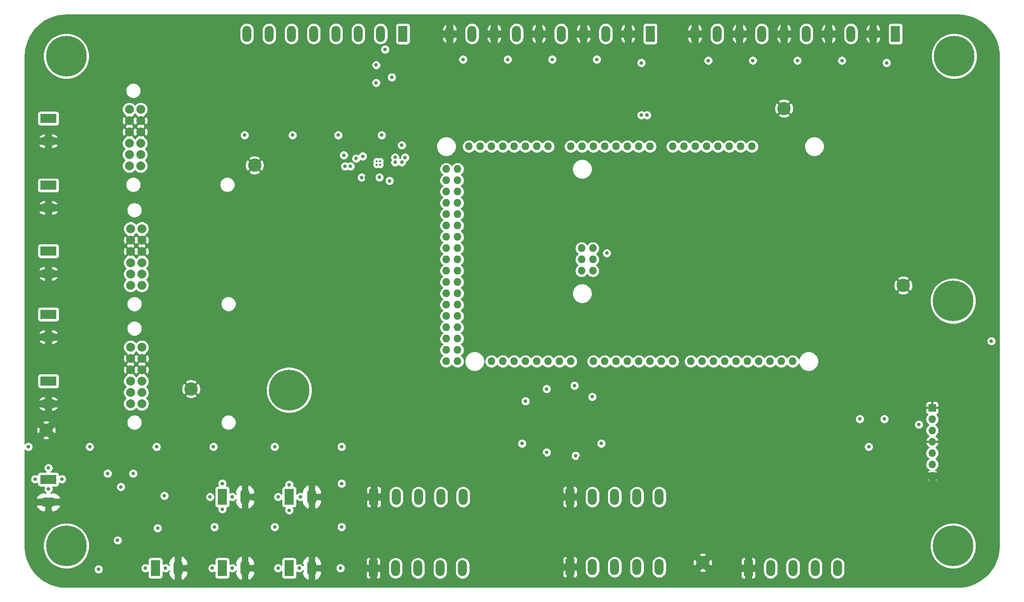
<source format=gbr>
G04 #@! TF.GenerationSoftware,KiCad,Pcbnew,5.1.5+dfsg1-2build2*
G04 #@! TF.CreationDate,2020-06-17T17:05:19-04:00*
G04 #@! TF.ProjectId,gantry-controller-prototype-DUE,67616e74-7279-42d6-936f-6e74726f6c6c,rev?*
G04 #@! TF.SameCoordinates,Original*
G04 #@! TF.FileFunction,Copper,L2,Inr*
G04 #@! TF.FilePolarity,Positive*
%FSLAX46Y46*%
G04 Gerber Fmt 4.6, Leading zero omitted, Abs format (unit mm)*
G04 Created by KiCad (PCBNEW 5.1.5+dfsg1-2build2) date 2020-06-17 17:05:19*
%MOMM*%
%LPD*%
G04 APERTURE LIST*
%ADD10C,3.000000*%
%ADD11O,1.727200X1.727200*%
%ADD12R,1.700000X1.700000*%
%ADD13O,1.700000X1.700000*%
%ADD14R,2.000000X3.600000*%
%ADD15O,2.000000X3.600000*%
%ADD16R,2.080000X3.600000*%
%ADD17O,2.080000X3.600000*%
%ADD18C,0.508000*%
%ADD19C,9.100000*%
%ADD20C,2.000000*%
%ADD21R,3.600000X2.080000*%
%ADD22O,3.600000X2.080000*%
%ADD23C,0.800000*%
%ADD24C,0.254000*%
G04 APERTURE END LIST*
D10*
X92250000Y-69500000D03*
X78000000Y-119750000D03*
X45500000Y-129000000D03*
X211000000Y-56750000D03*
X237750000Y-96500000D03*
X192750000Y-158750000D03*
D11*
X168123000Y-93230000D03*
X135230000Y-70370000D03*
X137770000Y-70370000D03*
X135230000Y-72910000D03*
X137770000Y-72910000D03*
X135230000Y-75450000D03*
X137770000Y-75450000D03*
X135230000Y-77990000D03*
X137770000Y-77990000D03*
X135230000Y-80530000D03*
X137770000Y-80530000D03*
X135230000Y-83070000D03*
X137770000Y-83070000D03*
X135230000Y-85610000D03*
X137770000Y-85610000D03*
X135230000Y-88150000D03*
X137770000Y-88150000D03*
X135230000Y-90690000D03*
X137770000Y-90690000D03*
X135230000Y-93230000D03*
X137770000Y-93230000D03*
X135230000Y-95770000D03*
X137770000Y-95770000D03*
X135230000Y-98310000D03*
X137770000Y-98310000D03*
X135230000Y-100850000D03*
X137770000Y-100850000D03*
X135230000Y-103390000D03*
X137770000Y-103390000D03*
X135230000Y-105930000D03*
X137770000Y-105930000D03*
X135230000Y-108470000D03*
X137770000Y-108470000D03*
X135230000Y-111010000D03*
X137770000Y-111010000D03*
X135230000Y-113550000D03*
X137770000Y-113550000D03*
X140310000Y-65290000D03*
X142850000Y-65290000D03*
X145390000Y-65290000D03*
X147930000Y-65290000D03*
X150470000Y-65290000D03*
X153010000Y-65290000D03*
X155550000Y-65290000D03*
X158090000Y-65290000D03*
X163170000Y-65290000D03*
X165710000Y-65290000D03*
X168250000Y-65290000D03*
X170790000Y-65290000D03*
X173330000Y-65290000D03*
X175870000Y-65290000D03*
X178410000Y-65290000D03*
X203810000Y-65290000D03*
X197714000Y-113550000D03*
X200254000Y-113550000D03*
X202794000Y-113550000D03*
X207874000Y-113550000D03*
X210414000Y-113550000D03*
X212954000Y-113550000D03*
X195174000Y-113550000D03*
X192634000Y-113550000D03*
X190094000Y-113550000D03*
X205334000Y-113550000D03*
X186030000Y-113550000D03*
X183490000Y-113550000D03*
X180950000Y-113550000D03*
X178410000Y-113550000D03*
X175870000Y-113550000D03*
X173330000Y-113550000D03*
X170790000Y-113550000D03*
X168250000Y-113550000D03*
X163170000Y-113550000D03*
X160630000Y-113550000D03*
X158090000Y-113550000D03*
X155550000Y-113550000D03*
X153010000Y-113550000D03*
X150470000Y-113550000D03*
X147930000Y-113550000D03*
X145390000Y-113550000D03*
X201270000Y-65290000D03*
X198730000Y-65290000D03*
X196190000Y-65290000D03*
X193650000Y-65290000D03*
X191110000Y-65290000D03*
X188570000Y-65290000D03*
X186030000Y-65290000D03*
X180950000Y-65290000D03*
X165583000Y-93230000D03*
X168123000Y-90690000D03*
X165583000Y-90690000D03*
X165583000Y-88150000D03*
X168123000Y-88150000D03*
D12*
X244250000Y-124000000D03*
D13*
X244250000Y-126540000D03*
X244250000Y-129080000D03*
X244250000Y-131620000D03*
X244250000Y-134160000D03*
X244250000Y-136700000D03*
X244250000Y-139240000D03*
D14*
X119000000Y-144000000D03*
D15*
X124000000Y-144000000D03*
X129000000Y-144000000D03*
X134000000Y-144000000D03*
X139000000Y-144000000D03*
D14*
X118872000Y-160000000D03*
D15*
X123872000Y-160000000D03*
X128872000Y-160000000D03*
X133872000Y-160000000D03*
X138872000Y-160000000D03*
D14*
X163000000Y-159766000D03*
D15*
X168000000Y-159766000D03*
X173000000Y-159766000D03*
X178000000Y-159766000D03*
X183000000Y-159766000D03*
D14*
X163000000Y-144000000D03*
D15*
X168000000Y-144000000D03*
X173000000Y-144000000D03*
X178000000Y-144000000D03*
X183000000Y-144000000D03*
D14*
X203000000Y-160000000D03*
D15*
X208000000Y-160000000D03*
X213000000Y-160000000D03*
X218000000Y-160000000D03*
X223000000Y-160000000D03*
D16*
X100000000Y-144000000D03*
D17*
X105080000Y-144000000D03*
D18*
X120393700Y-68606300D03*
X120393700Y-69393700D03*
X119606300Y-68606300D03*
X119606300Y-69393700D03*
D14*
X125500000Y-40005000D03*
D15*
X120500000Y-40005000D03*
X115500000Y-40005000D03*
X110500000Y-40005000D03*
X105500000Y-40005000D03*
X100500000Y-40005000D03*
X95500000Y-40005000D03*
X90500000Y-40005000D03*
D19*
X100000000Y-120000000D03*
X248920000Y-100000000D03*
X248920000Y-155000000D03*
X249174000Y-45000000D03*
X50000000Y-45000000D03*
X50000000Y-155000000D03*
D14*
X181000000Y-40000000D03*
D15*
X176000000Y-40000000D03*
X171000000Y-40000000D03*
X166000000Y-40000000D03*
X161000000Y-40000000D03*
X156000000Y-40000000D03*
X151000000Y-40000000D03*
X146000000Y-40000000D03*
X141000000Y-40000000D03*
X136000000Y-40000000D03*
D14*
X236000000Y-40000000D03*
D15*
X231000000Y-40000000D03*
X226000000Y-40000000D03*
X221000000Y-40000000D03*
X216000000Y-40000000D03*
X211000000Y-40000000D03*
X206000000Y-40000000D03*
X201000000Y-40000000D03*
X196000000Y-40000000D03*
X191000000Y-40000000D03*
D20*
X66692000Y-62043000D03*
X66692000Y-59503000D03*
X66692000Y-56963000D03*
X66692000Y-64583000D03*
X66692000Y-69663000D03*
X66692000Y-67123000D03*
X64152000Y-56963000D03*
X64152000Y-69663000D03*
X64152000Y-59503000D03*
X64152000Y-67123000D03*
X64152000Y-64583000D03*
X64152000Y-62043000D03*
X66946000Y-115453000D03*
X66946000Y-112913000D03*
X66946000Y-110373000D03*
X66946000Y-117993000D03*
X66946000Y-123073000D03*
X66946000Y-120533000D03*
X64406000Y-110373000D03*
X64406000Y-123073000D03*
X64406000Y-112913000D03*
X64406000Y-120533000D03*
X64406000Y-117993000D03*
X64406000Y-115453000D03*
X66946000Y-88853000D03*
X66946000Y-86313000D03*
X66946000Y-83773000D03*
X66946000Y-91393000D03*
X66946000Y-96473000D03*
X66946000Y-93933000D03*
X64406000Y-83773000D03*
X64406000Y-96473000D03*
X64406000Y-86313000D03*
X64406000Y-93933000D03*
X64406000Y-91393000D03*
X64406000Y-88853000D03*
D21*
X45982000Y-74000000D03*
D22*
X45982000Y-79080000D03*
D21*
X45982000Y-88773000D03*
D22*
X45982000Y-93853000D03*
D21*
X45982000Y-59000000D03*
D22*
X45982000Y-64080000D03*
D21*
X45982000Y-103000000D03*
D22*
X45982000Y-108080000D03*
D16*
X85000000Y-144000000D03*
D17*
X90080000Y-144000000D03*
D16*
X100000000Y-160000000D03*
D17*
X105080000Y-160000000D03*
D16*
X85000000Y-160000000D03*
D17*
X90080000Y-160000000D03*
D21*
X45982000Y-118000000D03*
D22*
X45982000Y-123080000D03*
D16*
X70000000Y-160000000D03*
D17*
X75080000Y-160000000D03*
D21*
X45974000Y-140081000D03*
D22*
X45974000Y-145161000D03*
D23*
X123750000Y-60000000D03*
X114250000Y-60000000D03*
X103750000Y-59750000D03*
X93250000Y-60000000D03*
X258500000Y-107100000D03*
X229250000Y-129250000D03*
X232250000Y-129250000D03*
X232000000Y-131750000D03*
X255000000Y-116120000D03*
X200500000Y-59500000D03*
X204000000Y-110650000D03*
X206500000Y-110650000D03*
X141350000Y-71500000D03*
X142500000Y-70370000D03*
X131900000Y-69250000D03*
X131900000Y-71500000D03*
X130750000Y-70370000D03*
X141350000Y-69250000D03*
X194500000Y-61000000D03*
X193250000Y-59750000D03*
X193250000Y-62250000D03*
X188000000Y-52500000D03*
X186250000Y-54750000D03*
X184500000Y-52500000D03*
X75000000Y-157500000D03*
X91750000Y-160000000D03*
X90000000Y-157500000D03*
X106750000Y-160000000D03*
X105000000Y-157500000D03*
X105000000Y-141250000D03*
X105000000Y-147000000D03*
X90000000Y-146750000D03*
X90000000Y-141250000D03*
X244500000Y-89250000D03*
X244500000Y-86750000D03*
X244500000Y-84250000D03*
X244500000Y-81750000D03*
X117250000Y-72250000D03*
X57250000Y-132250000D03*
X59000000Y-129250000D03*
X55500000Y-129250000D03*
X58000000Y-116000000D03*
X58000000Y-115000000D03*
X120750000Y-66000000D03*
X118750000Y-61500000D03*
X109000000Y-61500000D03*
X98750000Y-61500000D03*
X88000000Y-61750000D03*
X162250000Y-125000000D03*
X165750000Y-118750000D03*
X165250000Y-129000000D03*
X156750000Y-129000000D03*
X159750000Y-125000000D03*
X162250000Y-129000000D03*
X159750000Y-129000000D03*
X156750000Y-125000000D03*
X156250000Y-119500000D03*
X126250000Y-53250000D03*
X125250000Y-56000000D03*
X127250000Y-56000000D03*
X116000000Y-53500000D03*
X115000000Y-56250000D03*
X117000000Y-56250000D03*
X105500000Y-53250000D03*
X104500000Y-56000000D03*
X106500000Y-56000000D03*
X95750000Y-55750000D03*
X94750000Y-53000000D03*
X93750000Y-55750000D03*
X57500000Y-84750000D03*
X59000000Y-87500000D03*
X57500000Y-63750000D03*
X58000000Y-67250000D03*
X64000000Y-147000000D03*
X62000000Y-150000000D03*
X62000000Y-144000000D03*
X60000000Y-146956350D03*
X253400000Y-143300000D03*
X165250000Y-125000000D03*
X92250000Y-144000000D03*
X107000000Y-144000000D03*
X76750000Y-160000000D03*
X244500000Y-61750000D03*
X244500000Y-69250000D03*
X244500000Y-66750000D03*
X244500000Y-64250000D03*
X244500000Y-71750000D03*
X244500000Y-74250000D03*
X244500000Y-76750000D03*
X244500000Y-79250000D03*
X205350000Y-109500000D03*
X165250000Y-135250000D03*
X157000000Y-134750000D03*
X157750000Y-134000000D03*
X164000000Y-119000000D03*
X90000000Y-62750000D03*
X100750000Y-62750000D03*
X120750000Y-62750000D03*
X111000000Y-62750000D03*
X157750000Y-119750000D03*
X120250000Y-72233001D03*
X164250000Y-134750000D03*
X180250000Y-58250000D03*
X179000000Y-58250000D03*
X152250000Y-132000000D03*
X153000000Y-122500000D03*
X170000000Y-132000000D03*
X168000000Y-121500000D03*
X122500000Y-73000000D03*
X125250000Y-65000000D03*
X116250000Y-72250000D03*
X228000000Y-126500000D03*
X233500000Y-126500000D03*
X230000000Y-132750000D03*
X234000000Y-46500000D03*
X224000000Y-46000000D03*
X214000000Y-46000000D03*
X204000000Y-46000000D03*
X194000000Y-46000000D03*
X179000000Y-46500000D03*
X169000000Y-45750000D03*
X159000000Y-45750000D03*
X149000000Y-45750000D03*
X139000000Y-45750000D03*
X257500000Y-109000000D03*
X112250000Y-67250000D03*
X41500000Y-132750000D03*
X121500000Y-43500000D03*
X123000000Y-49750000D03*
X119500000Y-51000000D03*
X119500000Y-47000000D03*
X100000000Y-141250000D03*
X100000000Y-147000000D03*
X85000000Y-146750000D03*
X85000000Y-141000000D03*
X97500000Y-144000000D03*
X61500000Y-153750000D03*
X70250000Y-132750000D03*
X111500000Y-160000000D03*
X96750000Y-132750000D03*
X97500000Y-160000000D03*
X83000000Y-132750000D03*
X111750000Y-132750000D03*
X82750000Y-160000000D03*
X87250000Y-160000000D03*
X83250000Y-150750000D03*
X72250000Y-160000000D03*
X111750000Y-141000000D03*
X96750000Y-150750000D03*
X46000000Y-137500000D03*
X82250000Y-144000000D03*
X62250000Y-141750000D03*
X59250000Y-138750000D03*
X65000000Y-138750000D03*
X87250000Y-144000000D03*
X46000000Y-142250000D03*
X55250000Y-132750000D03*
X102250000Y-160000000D03*
X72000000Y-143750000D03*
X43000000Y-140000000D03*
X102500000Y-144000000D03*
X111750000Y-150750000D03*
X49000000Y-140000000D03*
X57250000Y-160250000D03*
X70500000Y-151000000D03*
X67750000Y-160000000D03*
X171250000Y-89250000D03*
X241250000Y-127750000D03*
X123750161Y-67737411D03*
X126000000Y-67750000D03*
X125274990Y-68839855D03*
X123750000Y-68839855D03*
X113750000Y-69750000D03*
X115000000Y-68000000D03*
X112500000Y-69750000D03*
X116500000Y-67500000D03*
D24*
G36*
X44332446Y-131048609D02*
G01*
X44496266Y-131441432D01*
X44991853Y-131590339D01*
X45506966Y-131639702D01*
X46021813Y-131587621D01*
X46503734Y-131441432D01*
X46667554Y-131048609D01*
X46245945Y-130627000D01*
X113623000Y-130627000D01*
X113623000Y-164265000D01*
X50023088Y-164265000D01*
X48838966Y-164190501D01*
X47696248Y-163972517D01*
X46589858Y-163613028D01*
X45537252Y-163117709D01*
X44555023Y-162494367D01*
X43658664Y-161752835D01*
X42862312Y-160904806D01*
X42178525Y-159963653D01*
X41618093Y-158944229D01*
X41189842Y-157862591D01*
X40900535Y-156735811D01*
X40753280Y-155570173D01*
X40735000Y-154988495D01*
X40735000Y-154489322D01*
X44815000Y-154489322D01*
X44815000Y-155510678D01*
X45014257Y-156512409D01*
X45405113Y-157456018D01*
X45972548Y-158305245D01*
X46694755Y-159027452D01*
X47543982Y-159594887D01*
X48487591Y-159985743D01*
X49489322Y-160185000D01*
X50510678Y-160185000D01*
X50696382Y-160148061D01*
X56215000Y-160148061D01*
X56215000Y-160351939D01*
X56254774Y-160551898D01*
X56332795Y-160740256D01*
X56446063Y-160909774D01*
X56590226Y-161053937D01*
X56759744Y-161167205D01*
X56948102Y-161245226D01*
X57148061Y-161285000D01*
X57351939Y-161285000D01*
X57551898Y-161245226D01*
X57740256Y-161167205D01*
X57909774Y-161053937D01*
X58053937Y-160909774D01*
X58167205Y-160740256D01*
X58245226Y-160551898D01*
X58285000Y-160351939D01*
X58285000Y-160148061D01*
X58245226Y-159948102D01*
X58224499Y-159898061D01*
X66715000Y-159898061D01*
X66715000Y-160101939D01*
X66754774Y-160301898D01*
X66832795Y-160490256D01*
X66946063Y-160659774D01*
X67090226Y-160803937D01*
X67259744Y-160917205D01*
X67448102Y-160995226D01*
X67648061Y-161035000D01*
X67851939Y-161035000D01*
X68051898Y-160995226D01*
X68240256Y-160917205D01*
X68321928Y-160862634D01*
X68321928Y-161800000D01*
X68334188Y-161924482D01*
X68370498Y-162044180D01*
X68429463Y-162154494D01*
X68508815Y-162251185D01*
X68605506Y-162330537D01*
X68715820Y-162389502D01*
X68835518Y-162425812D01*
X68960000Y-162438072D01*
X71040000Y-162438072D01*
X71164482Y-162425812D01*
X71284180Y-162389502D01*
X71394494Y-162330537D01*
X71491185Y-162251185D01*
X71570537Y-162154494D01*
X71629502Y-162044180D01*
X71665812Y-161924482D01*
X71678072Y-161800000D01*
X71678072Y-160862634D01*
X71759744Y-160917205D01*
X71948102Y-160995226D01*
X72148061Y-161035000D01*
X72351939Y-161035000D01*
X72551898Y-160995226D01*
X72740256Y-160917205D01*
X72909774Y-160803937D01*
X73053937Y-160659774D01*
X73078507Y-160623002D01*
X73175147Y-160623002D01*
X72898888Y-160966746D01*
X72981132Y-161388287D01*
X73144034Y-161785683D01*
X73381334Y-162143663D01*
X73683913Y-162448470D01*
X74040143Y-162688390D01*
X74139988Y-162712502D01*
X74457000Y-162539337D01*
X74457000Y-160623000D01*
X75703000Y-160623000D01*
X75703000Y-162539337D01*
X76020012Y-162712502D01*
X76119857Y-162688390D01*
X76476087Y-162448470D01*
X76778666Y-162143663D01*
X77015966Y-161785683D01*
X77178868Y-161388287D01*
X77261112Y-160966746D01*
X76984851Y-160623000D01*
X75703000Y-160623000D01*
X74457000Y-160623000D01*
X74437000Y-160623000D01*
X74437000Y-159898061D01*
X81715000Y-159898061D01*
X81715000Y-160101939D01*
X81754774Y-160301898D01*
X81832795Y-160490256D01*
X81946063Y-160659774D01*
X82090226Y-160803937D01*
X82259744Y-160917205D01*
X82448102Y-160995226D01*
X82648061Y-161035000D01*
X82851939Y-161035000D01*
X83051898Y-160995226D01*
X83240256Y-160917205D01*
X83321928Y-160862634D01*
X83321928Y-161800000D01*
X83334188Y-161924482D01*
X83370498Y-162044180D01*
X83429463Y-162154494D01*
X83508815Y-162251185D01*
X83605506Y-162330537D01*
X83715820Y-162389502D01*
X83835518Y-162425812D01*
X83960000Y-162438072D01*
X86040000Y-162438072D01*
X86164482Y-162425812D01*
X86284180Y-162389502D01*
X86394494Y-162330537D01*
X86491185Y-162251185D01*
X86570537Y-162154494D01*
X86629502Y-162044180D01*
X86665812Y-161924482D01*
X86678072Y-161800000D01*
X86678072Y-160862634D01*
X86759744Y-160917205D01*
X86948102Y-160995226D01*
X87148061Y-161035000D01*
X87351939Y-161035000D01*
X87551898Y-160995226D01*
X87740256Y-160917205D01*
X87909774Y-160803937D01*
X88053937Y-160659774D01*
X88078507Y-160623002D01*
X88175147Y-160623002D01*
X87898888Y-160966746D01*
X87981132Y-161388287D01*
X88144034Y-161785683D01*
X88381334Y-162143663D01*
X88683913Y-162448470D01*
X89040143Y-162688390D01*
X89139988Y-162712502D01*
X89457000Y-162539337D01*
X89457000Y-160623000D01*
X90703000Y-160623000D01*
X90703000Y-162539337D01*
X91020012Y-162712502D01*
X91119857Y-162688390D01*
X91476087Y-162448470D01*
X91778666Y-162143663D01*
X92015966Y-161785683D01*
X92178868Y-161388287D01*
X92261112Y-160966746D01*
X91984851Y-160623000D01*
X90703000Y-160623000D01*
X89457000Y-160623000D01*
X89437000Y-160623000D01*
X89437000Y-159898061D01*
X96465000Y-159898061D01*
X96465000Y-160101939D01*
X96504774Y-160301898D01*
X96582795Y-160490256D01*
X96696063Y-160659774D01*
X96840226Y-160803937D01*
X97009744Y-160917205D01*
X97198102Y-160995226D01*
X97398061Y-161035000D01*
X97601939Y-161035000D01*
X97801898Y-160995226D01*
X97990256Y-160917205D01*
X98159774Y-160803937D01*
X98303937Y-160659774D01*
X98321928Y-160632848D01*
X98321928Y-161800000D01*
X98334188Y-161924482D01*
X98370498Y-162044180D01*
X98429463Y-162154494D01*
X98508815Y-162251185D01*
X98605506Y-162330537D01*
X98715820Y-162389502D01*
X98835518Y-162425812D01*
X98960000Y-162438072D01*
X101040000Y-162438072D01*
X101164482Y-162425812D01*
X101284180Y-162389502D01*
X101394494Y-162330537D01*
X101491185Y-162251185D01*
X101570537Y-162154494D01*
X101629502Y-162044180D01*
X101665812Y-161924482D01*
X101678072Y-161800000D01*
X101678072Y-160862634D01*
X101759744Y-160917205D01*
X101948102Y-160995226D01*
X102148061Y-161035000D01*
X102351939Y-161035000D01*
X102551898Y-160995226D01*
X102740256Y-160917205D01*
X102909774Y-160803937D01*
X103053937Y-160659774D01*
X103078507Y-160623002D01*
X103175147Y-160623002D01*
X102898888Y-160966746D01*
X102981132Y-161388287D01*
X103144034Y-161785683D01*
X103381334Y-162143663D01*
X103683913Y-162448470D01*
X104040143Y-162688390D01*
X104139988Y-162712502D01*
X104457000Y-162539337D01*
X104457000Y-160623000D01*
X105703000Y-160623000D01*
X105703000Y-162539337D01*
X106020012Y-162712502D01*
X106119857Y-162688390D01*
X106476087Y-162448470D01*
X106778666Y-162143663D01*
X107015966Y-161785683D01*
X107178868Y-161388287D01*
X107261112Y-160966746D01*
X106984851Y-160623000D01*
X105703000Y-160623000D01*
X104457000Y-160623000D01*
X104437000Y-160623000D01*
X104437000Y-159898061D01*
X110465000Y-159898061D01*
X110465000Y-160101939D01*
X110504774Y-160301898D01*
X110582795Y-160490256D01*
X110696063Y-160659774D01*
X110840226Y-160803937D01*
X111009744Y-160917205D01*
X111198102Y-160995226D01*
X111398061Y-161035000D01*
X111601939Y-161035000D01*
X111801898Y-160995226D01*
X111990256Y-160917205D01*
X112159774Y-160803937D01*
X112303937Y-160659774D01*
X112417205Y-160490256D01*
X112495226Y-160301898D01*
X112535000Y-160101939D01*
X112535000Y-159898061D01*
X112495226Y-159698102D01*
X112417205Y-159509744D01*
X112303937Y-159340226D01*
X112159774Y-159196063D01*
X111990256Y-159082795D01*
X111801898Y-159004774D01*
X111601939Y-158965000D01*
X111398061Y-158965000D01*
X111198102Y-159004774D01*
X111009744Y-159082795D01*
X110840226Y-159196063D01*
X110696063Y-159340226D01*
X110582795Y-159509744D01*
X110504774Y-159698102D01*
X110465000Y-159898061D01*
X104437000Y-159898061D01*
X104437000Y-159377000D01*
X104457000Y-159377000D01*
X104457000Y-157460663D01*
X105703000Y-157460663D01*
X105703000Y-159377000D01*
X106984851Y-159377000D01*
X107261112Y-159033254D01*
X107178868Y-158611713D01*
X107015966Y-158214317D01*
X106778666Y-157856337D01*
X106476087Y-157551530D01*
X106119857Y-157311610D01*
X106020012Y-157287498D01*
X105703000Y-157460663D01*
X104457000Y-157460663D01*
X104139988Y-157287498D01*
X104040143Y-157311610D01*
X103683913Y-157551530D01*
X103381334Y-157856337D01*
X103144034Y-158214317D01*
X102981132Y-158611713D01*
X102898888Y-159033254D01*
X103175147Y-159376998D01*
X103078507Y-159376998D01*
X103053937Y-159340226D01*
X102909774Y-159196063D01*
X102740256Y-159082795D01*
X102551898Y-159004774D01*
X102351939Y-158965000D01*
X102148061Y-158965000D01*
X101948102Y-159004774D01*
X101759744Y-159082795D01*
X101678072Y-159137366D01*
X101678072Y-158200000D01*
X101665812Y-158075518D01*
X101629502Y-157955820D01*
X101570537Y-157845506D01*
X101491185Y-157748815D01*
X101394494Y-157669463D01*
X101284180Y-157610498D01*
X101164482Y-157574188D01*
X101040000Y-157561928D01*
X98960000Y-157561928D01*
X98835518Y-157574188D01*
X98715820Y-157610498D01*
X98605506Y-157669463D01*
X98508815Y-157748815D01*
X98429463Y-157845506D01*
X98370498Y-157955820D01*
X98334188Y-158075518D01*
X98321928Y-158200000D01*
X98321928Y-159367152D01*
X98303937Y-159340226D01*
X98159774Y-159196063D01*
X97990256Y-159082795D01*
X97801898Y-159004774D01*
X97601939Y-158965000D01*
X97398061Y-158965000D01*
X97198102Y-159004774D01*
X97009744Y-159082795D01*
X96840226Y-159196063D01*
X96696063Y-159340226D01*
X96582795Y-159509744D01*
X96504774Y-159698102D01*
X96465000Y-159898061D01*
X89437000Y-159898061D01*
X89437000Y-159377000D01*
X89457000Y-159377000D01*
X89457000Y-157460663D01*
X90703000Y-157460663D01*
X90703000Y-159377000D01*
X91984851Y-159377000D01*
X92261112Y-159033254D01*
X92178868Y-158611713D01*
X92015966Y-158214317D01*
X91778666Y-157856337D01*
X91476087Y-157551530D01*
X91119857Y-157311610D01*
X91020012Y-157287498D01*
X90703000Y-157460663D01*
X89457000Y-157460663D01*
X89139988Y-157287498D01*
X89040143Y-157311610D01*
X88683913Y-157551530D01*
X88381334Y-157856337D01*
X88144034Y-158214317D01*
X87981132Y-158611713D01*
X87898888Y-159033254D01*
X88175147Y-159376998D01*
X88078507Y-159376998D01*
X88053937Y-159340226D01*
X87909774Y-159196063D01*
X87740256Y-159082795D01*
X87551898Y-159004774D01*
X87351939Y-158965000D01*
X87148061Y-158965000D01*
X86948102Y-159004774D01*
X86759744Y-159082795D01*
X86678072Y-159137366D01*
X86678072Y-158200000D01*
X86665812Y-158075518D01*
X86629502Y-157955820D01*
X86570537Y-157845506D01*
X86491185Y-157748815D01*
X86394494Y-157669463D01*
X86284180Y-157610498D01*
X86164482Y-157574188D01*
X86040000Y-157561928D01*
X83960000Y-157561928D01*
X83835518Y-157574188D01*
X83715820Y-157610498D01*
X83605506Y-157669463D01*
X83508815Y-157748815D01*
X83429463Y-157845506D01*
X83370498Y-157955820D01*
X83334188Y-158075518D01*
X83321928Y-158200000D01*
X83321928Y-159137366D01*
X83240256Y-159082795D01*
X83051898Y-159004774D01*
X82851939Y-158965000D01*
X82648061Y-158965000D01*
X82448102Y-159004774D01*
X82259744Y-159082795D01*
X82090226Y-159196063D01*
X81946063Y-159340226D01*
X81832795Y-159509744D01*
X81754774Y-159698102D01*
X81715000Y-159898061D01*
X74437000Y-159898061D01*
X74437000Y-159377000D01*
X74457000Y-159377000D01*
X74457000Y-157460663D01*
X75703000Y-157460663D01*
X75703000Y-159377000D01*
X76984851Y-159377000D01*
X77261112Y-159033254D01*
X77178868Y-158611713D01*
X77015966Y-158214317D01*
X76778666Y-157856337D01*
X76476087Y-157551530D01*
X76119857Y-157311610D01*
X76020012Y-157287498D01*
X75703000Y-157460663D01*
X74457000Y-157460663D01*
X74139988Y-157287498D01*
X74040143Y-157311610D01*
X73683913Y-157551530D01*
X73381334Y-157856337D01*
X73144034Y-158214317D01*
X72981132Y-158611713D01*
X72898888Y-159033254D01*
X73175147Y-159376998D01*
X73078507Y-159376998D01*
X73053937Y-159340226D01*
X72909774Y-159196063D01*
X72740256Y-159082795D01*
X72551898Y-159004774D01*
X72351939Y-158965000D01*
X72148061Y-158965000D01*
X71948102Y-159004774D01*
X71759744Y-159082795D01*
X71678072Y-159137366D01*
X71678072Y-158200000D01*
X71665812Y-158075518D01*
X71629502Y-157955820D01*
X71570537Y-157845506D01*
X71491185Y-157748815D01*
X71394494Y-157669463D01*
X71284180Y-157610498D01*
X71164482Y-157574188D01*
X71040000Y-157561928D01*
X68960000Y-157561928D01*
X68835518Y-157574188D01*
X68715820Y-157610498D01*
X68605506Y-157669463D01*
X68508815Y-157748815D01*
X68429463Y-157845506D01*
X68370498Y-157955820D01*
X68334188Y-158075518D01*
X68321928Y-158200000D01*
X68321928Y-159137366D01*
X68240256Y-159082795D01*
X68051898Y-159004774D01*
X67851939Y-158965000D01*
X67648061Y-158965000D01*
X67448102Y-159004774D01*
X67259744Y-159082795D01*
X67090226Y-159196063D01*
X66946063Y-159340226D01*
X66832795Y-159509744D01*
X66754774Y-159698102D01*
X66715000Y-159898061D01*
X58224499Y-159898061D01*
X58167205Y-159759744D01*
X58053937Y-159590226D01*
X57909774Y-159446063D01*
X57740256Y-159332795D01*
X57551898Y-159254774D01*
X57351939Y-159215000D01*
X57148061Y-159215000D01*
X56948102Y-159254774D01*
X56759744Y-159332795D01*
X56590226Y-159446063D01*
X56446063Y-159590226D01*
X56332795Y-159759744D01*
X56254774Y-159948102D01*
X56215000Y-160148061D01*
X50696382Y-160148061D01*
X51512409Y-159985743D01*
X52456018Y-159594887D01*
X53305245Y-159027452D01*
X54027452Y-158305245D01*
X54594887Y-157456018D01*
X54985743Y-156512409D01*
X55185000Y-155510678D01*
X55185000Y-154489322D01*
X55017663Y-153648061D01*
X60465000Y-153648061D01*
X60465000Y-153851939D01*
X60504774Y-154051898D01*
X60582795Y-154240256D01*
X60696063Y-154409774D01*
X60840226Y-154553937D01*
X61009744Y-154667205D01*
X61198102Y-154745226D01*
X61398061Y-154785000D01*
X61601939Y-154785000D01*
X61801898Y-154745226D01*
X61990256Y-154667205D01*
X62159774Y-154553937D01*
X62303937Y-154409774D01*
X62417205Y-154240256D01*
X62495226Y-154051898D01*
X62535000Y-153851939D01*
X62535000Y-153648061D01*
X62495226Y-153448102D01*
X62417205Y-153259744D01*
X62303937Y-153090226D01*
X62159774Y-152946063D01*
X61990256Y-152832795D01*
X61801898Y-152754774D01*
X61601939Y-152715000D01*
X61398061Y-152715000D01*
X61198102Y-152754774D01*
X61009744Y-152832795D01*
X60840226Y-152946063D01*
X60696063Y-153090226D01*
X60582795Y-153259744D01*
X60504774Y-153448102D01*
X60465000Y-153648061D01*
X55017663Y-153648061D01*
X54985743Y-153487591D01*
X54594887Y-152543982D01*
X54027452Y-151694755D01*
X53305245Y-150972548D01*
X53193768Y-150898061D01*
X69465000Y-150898061D01*
X69465000Y-151101939D01*
X69504774Y-151301898D01*
X69582795Y-151490256D01*
X69696063Y-151659774D01*
X69840226Y-151803937D01*
X70009744Y-151917205D01*
X70198102Y-151995226D01*
X70398061Y-152035000D01*
X70601939Y-152035000D01*
X70801898Y-151995226D01*
X70990256Y-151917205D01*
X71159774Y-151803937D01*
X71303937Y-151659774D01*
X71417205Y-151490256D01*
X71495226Y-151301898D01*
X71535000Y-151101939D01*
X71535000Y-150898061D01*
X71495226Y-150698102D01*
X71474499Y-150648061D01*
X82215000Y-150648061D01*
X82215000Y-150851939D01*
X82254774Y-151051898D01*
X82332795Y-151240256D01*
X82446063Y-151409774D01*
X82590226Y-151553937D01*
X82759744Y-151667205D01*
X82948102Y-151745226D01*
X83148061Y-151785000D01*
X83351939Y-151785000D01*
X83551898Y-151745226D01*
X83740256Y-151667205D01*
X83909774Y-151553937D01*
X84053937Y-151409774D01*
X84167205Y-151240256D01*
X84245226Y-151051898D01*
X84285000Y-150851939D01*
X84285000Y-150648061D01*
X95715000Y-150648061D01*
X95715000Y-150851939D01*
X95754774Y-151051898D01*
X95832795Y-151240256D01*
X95946063Y-151409774D01*
X96090226Y-151553937D01*
X96259744Y-151667205D01*
X96448102Y-151745226D01*
X96648061Y-151785000D01*
X96851939Y-151785000D01*
X97051898Y-151745226D01*
X97240256Y-151667205D01*
X97409774Y-151553937D01*
X97553937Y-151409774D01*
X97667205Y-151240256D01*
X97745226Y-151051898D01*
X97785000Y-150851939D01*
X97785000Y-150648061D01*
X110715000Y-150648061D01*
X110715000Y-150851939D01*
X110754774Y-151051898D01*
X110832795Y-151240256D01*
X110946063Y-151409774D01*
X111090226Y-151553937D01*
X111259744Y-151667205D01*
X111448102Y-151745226D01*
X111648061Y-151785000D01*
X111851939Y-151785000D01*
X112051898Y-151745226D01*
X112240256Y-151667205D01*
X112409774Y-151553937D01*
X112553937Y-151409774D01*
X112667205Y-151240256D01*
X112745226Y-151051898D01*
X112785000Y-150851939D01*
X112785000Y-150648061D01*
X112745226Y-150448102D01*
X112667205Y-150259744D01*
X112553937Y-150090226D01*
X112409774Y-149946063D01*
X112240256Y-149832795D01*
X112051898Y-149754774D01*
X111851939Y-149715000D01*
X111648061Y-149715000D01*
X111448102Y-149754774D01*
X111259744Y-149832795D01*
X111090226Y-149946063D01*
X110946063Y-150090226D01*
X110832795Y-150259744D01*
X110754774Y-150448102D01*
X110715000Y-150648061D01*
X97785000Y-150648061D01*
X97745226Y-150448102D01*
X97667205Y-150259744D01*
X97553937Y-150090226D01*
X97409774Y-149946063D01*
X97240256Y-149832795D01*
X97051898Y-149754774D01*
X96851939Y-149715000D01*
X96648061Y-149715000D01*
X96448102Y-149754774D01*
X96259744Y-149832795D01*
X96090226Y-149946063D01*
X95946063Y-150090226D01*
X95832795Y-150259744D01*
X95754774Y-150448102D01*
X95715000Y-150648061D01*
X84285000Y-150648061D01*
X84245226Y-150448102D01*
X84167205Y-150259744D01*
X84053937Y-150090226D01*
X83909774Y-149946063D01*
X83740256Y-149832795D01*
X83551898Y-149754774D01*
X83351939Y-149715000D01*
X83148061Y-149715000D01*
X82948102Y-149754774D01*
X82759744Y-149832795D01*
X82590226Y-149946063D01*
X82446063Y-150090226D01*
X82332795Y-150259744D01*
X82254774Y-150448102D01*
X82215000Y-150648061D01*
X71474499Y-150648061D01*
X71417205Y-150509744D01*
X71303937Y-150340226D01*
X71159774Y-150196063D01*
X70990256Y-150082795D01*
X70801898Y-150004774D01*
X70601939Y-149965000D01*
X70398061Y-149965000D01*
X70198102Y-150004774D01*
X70009744Y-150082795D01*
X69840226Y-150196063D01*
X69696063Y-150340226D01*
X69582795Y-150509744D01*
X69504774Y-150698102D01*
X69465000Y-150898061D01*
X53193768Y-150898061D01*
X52456018Y-150405113D01*
X51512409Y-150014257D01*
X50510678Y-149815000D01*
X49489322Y-149815000D01*
X48487591Y-150014257D01*
X47543982Y-150405113D01*
X46694755Y-150972548D01*
X45972548Y-151694755D01*
X45405113Y-152543982D01*
X45014257Y-153487591D01*
X44815000Y-154489322D01*
X40735000Y-154489322D01*
X40735000Y-146101012D01*
X43261498Y-146101012D01*
X43285610Y-146200857D01*
X43525530Y-146557087D01*
X43830337Y-146859666D01*
X44188317Y-147096966D01*
X44585713Y-147259868D01*
X45007254Y-147342112D01*
X45351000Y-147065851D01*
X45351000Y-145784000D01*
X46597000Y-145784000D01*
X46597000Y-147065851D01*
X46940746Y-147342112D01*
X47362287Y-147259868D01*
X47759683Y-147096966D01*
X48117663Y-146859666D01*
X48422470Y-146557087D01*
X48662390Y-146200857D01*
X48686502Y-146101012D01*
X48513337Y-145784000D01*
X46597000Y-145784000D01*
X45351000Y-145784000D01*
X43434663Y-145784000D01*
X43261498Y-146101012D01*
X40735000Y-146101012D01*
X40735000Y-139898061D01*
X41965000Y-139898061D01*
X41965000Y-140101939D01*
X42004774Y-140301898D01*
X42082795Y-140490256D01*
X42196063Y-140659774D01*
X42340226Y-140803937D01*
X42509744Y-140917205D01*
X42698102Y-140995226D01*
X42898061Y-141035000D01*
X43101939Y-141035000D01*
X43301898Y-140995226D01*
X43490256Y-140917205D01*
X43535928Y-140886688D01*
X43535928Y-141121000D01*
X43548188Y-141245482D01*
X43584498Y-141365180D01*
X43643463Y-141475494D01*
X43722815Y-141572185D01*
X43819506Y-141651537D01*
X43929820Y-141710502D01*
X44049518Y-141746812D01*
X44174000Y-141759072D01*
X45083244Y-141759072D01*
X45082795Y-141759744D01*
X45004774Y-141948102D01*
X44965000Y-142148061D01*
X44965000Y-142351939D01*
X45004774Y-142551898D01*
X45082795Y-142740256D01*
X45196063Y-142909774D01*
X45340226Y-143053937D01*
X45350998Y-143061135D01*
X45350998Y-143256147D01*
X45007254Y-142979888D01*
X44585713Y-143062132D01*
X44188317Y-143225034D01*
X43830337Y-143462334D01*
X43525530Y-143764913D01*
X43285610Y-144121143D01*
X43261498Y-144220988D01*
X43434663Y-144538000D01*
X45351000Y-144538000D01*
X45351000Y-144518000D01*
X46597000Y-144518000D01*
X46597000Y-144538000D01*
X48513337Y-144538000D01*
X48686502Y-144220988D01*
X48662390Y-144121143D01*
X48422470Y-143764913D01*
X48304758Y-143648061D01*
X70965000Y-143648061D01*
X70965000Y-143851939D01*
X71004774Y-144051898D01*
X71082795Y-144240256D01*
X71196063Y-144409774D01*
X71340226Y-144553937D01*
X71509744Y-144667205D01*
X71698102Y-144745226D01*
X71898061Y-144785000D01*
X72101939Y-144785000D01*
X72301898Y-144745226D01*
X72490256Y-144667205D01*
X72659774Y-144553937D01*
X72803937Y-144409774D01*
X72917205Y-144240256D01*
X72995226Y-144051898D01*
X73025825Y-143898061D01*
X81215000Y-143898061D01*
X81215000Y-144101939D01*
X81254774Y-144301898D01*
X81332795Y-144490256D01*
X81446063Y-144659774D01*
X81590226Y-144803937D01*
X81759744Y-144917205D01*
X81948102Y-144995226D01*
X82148061Y-145035000D01*
X82351939Y-145035000D01*
X82551898Y-144995226D01*
X82740256Y-144917205D01*
X82909774Y-144803937D01*
X83053937Y-144659774D01*
X83167205Y-144490256D01*
X83245226Y-144301898D01*
X83285000Y-144101939D01*
X83285000Y-143898061D01*
X83245226Y-143698102D01*
X83167205Y-143509744D01*
X83053937Y-143340226D01*
X82909774Y-143196063D01*
X82740256Y-143082795D01*
X82551898Y-143004774D01*
X82351939Y-142965000D01*
X82148061Y-142965000D01*
X81948102Y-143004774D01*
X81759744Y-143082795D01*
X81590226Y-143196063D01*
X81446063Y-143340226D01*
X81332795Y-143509744D01*
X81254774Y-143698102D01*
X81215000Y-143898061D01*
X73025825Y-143898061D01*
X73035000Y-143851939D01*
X73035000Y-143648061D01*
X72995226Y-143448102D01*
X72917205Y-143259744D01*
X72803937Y-143090226D01*
X72659774Y-142946063D01*
X72490256Y-142832795D01*
X72301898Y-142754774D01*
X72101939Y-142715000D01*
X71898061Y-142715000D01*
X71698102Y-142754774D01*
X71509744Y-142832795D01*
X71340226Y-142946063D01*
X71196063Y-143090226D01*
X71082795Y-143259744D01*
X71004774Y-143448102D01*
X70965000Y-143648061D01*
X48304758Y-143648061D01*
X48117663Y-143462334D01*
X47759683Y-143225034D01*
X47362287Y-143062132D01*
X46940746Y-142979888D01*
X46597002Y-143256147D01*
X46597002Y-143095880D01*
X46659774Y-143053937D01*
X46803937Y-142909774D01*
X46917205Y-142740256D01*
X46995226Y-142551898D01*
X47035000Y-142351939D01*
X47035000Y-142148061D01*
X46995226Y-141948102D01*
X46917205Y-141759744D01*
X46916756Y-141759072D01*
X47774000Y-141759072D01*
X47898482Y-141746812D01*
X48018180Y-141710502D01*
X48128494Y-141651537D01*
X48132729Y-141648061D01*
X61215000Y-141648061D01*
X61215000Y-141851939D01*
X61254774Y-142051898D01*
X61332795Y-142240256D01*
X61446063Y-142409774D01*
X61590226Y-142553937D01*
X61759744Y-142667205D01*
X61948102Y-142745226D01*
X62148061Y-142785000D01*
X62351939Y-142785000D01*
X62551898Y-142745226D01*
X62740256Y-142667205D01*
X62909774Y-142553937D01*
X63053937Y-142409774D01*
X63167205Y-142240256D01*
X63183879Y-142200000D01*
X83321928Y-142200000D01*
X83321928Y-145800000D01*
X83334188Y-145924482D01*
X83370498Y-146044180D01*
X83429463Y-146154494D01*
X83508815Y-146251185D01*
X83605506Y-146330537D01*
X83715820Y-146389502D01*
X83835518Y-146425812D01*
X83960000Y-146438072D01*
X84008929Y-146438072D01*
X84004774Y-146448102D01*
X83965000Y-146648061D01*
X83965000Y-146851939D01*
X84004774Y-147051898D01*
X84082795Y-147240256D01*
X84196063Y-147409774D01*
X84340226Y-147553937D01*
X84509744Y-147667205D01*
X84698102Y-147745226D01*
X84898061Y-147785000D01*
X85101939Y-147785000D01*
X85301898Y-147745226D01*
X85490256Y-147667205D01*
X85659774Y-147553937D01*
X85803937Y-147409774D01*
X85917205Y-147240256D01*
X85995226Y-147051898D01*
X86035000Y-146851939D01*
X86035000Y-146648061D01*
X85995226Y-146448102D01*
X85991071Y-146438072D01*
X86040000Y-146438072D01*
X86164482Y-146425812D01*
X86284180Y-146389502D01*
X86394494Y-146330537D01*
X86491185Y-146251185D01*
X86570537Y-146154494D01*
X86629502Y-146044180D01*
X86665812Y-145924482D01*
X86678072Y-145800000D01*
X86678072Y-144862634D01*
X86759744Y-144917205D01*
X86948102Y-144995226D01*
X87148061Y-145035000D01*
X87351939Y-145035000D01*
X87551898Y-144995226D01*
X87740256Y-144917205D01*
X87909774Y-144803937D01*
X88053937Y-144659774D01*
X88078507Y-144623002D01*
X88175147Y-144623002D01*
X87898888Y-144966746D01*
X87981132Y-145388287D01*
X88144034Y-145785683D01*
X88381334Y-146143663D01*
X88683913Y-146448470D01*
X89040143Y-146688390D01*
X89139988Y-146712502D01*
X89457000Y-146539337D01*
X89457000Y-144623000D01*
X90703000Y-144623000D01*
X90703000Y-146539337D01*
X91020012Y-146712502D01*
X91119857Y-146688390D01*
X91476087Y-146448470D01*
X91778666Y-146143663D01*
X92015966Y-145785683D01*
X92178868Y-145388287D01*
X92261112Y-144966746D01*
X91984851Y-144623000D01*
X90703000Y-144623000D01*
X89457000Y-144623000D01*
X89437000Y-144623000D01*
X89437000Y-143898061D01*
X96465000Y-143898061D01*
X96465000Y-144101939D01*
X96504774Y-144301898D01*
X96582795Y-144490256D01*
X96696063Y-144659774D01*
X96840226Y-144803937D01*
X97009744Y-144917205D01*
X97198102Y-144995226D01*
X97398061Y-145035000D01*
X97601939Y-145035000D01*
X97801898Y-144995226D01*
X97990256Y-144917205D01*
X98159774Y-144803937D01*
X98303937Y-144659774D01*
X98321928Y-144632848D01*
X98321928Y-145800000D01*
X98334188Y-145924482D01*
X98370498Y-146044180D01*
X98429463Y-146154494D01*
X98508815Y-146251185D01*
X98605506Y-146330537D01*
X98715820Y-146389502D01*
X98835518Y-146425812D01*
X98960000Y-146438072D01*
X99130685Y-146438072D01*
X99082795Y-146509744D01*
X99004774Y-146698102D01*
X98965000Y-146898061D01*
X98965000Y-147101939D01*
X99004774Y-147301898D01*
X99082795Y-147490256D01*
X99196063Y-147659774D01*
X99340226Y-147803937D01*
X99509744Y-147917205D01*
X99698102Y-147995226D01*
X99898061Y-148035000D01*
X100101939Y-148035000D01*
X100301898Y-147995226D01*
X100490256Y-147917205D01*
X100659774Y-147803937D01*
X100803937Y-147659774D01*
X100917205Y-147490256D01*
X100995226Y-147301898D01*
X101035000Y-147101939D01*
X101035000Y-146898061D01*
X100995226Y-146698102D01*
X100917205Y-146509744D01*
X100869315Y-146438072D01*
X101040000Y-146438072D01*
X101164482Y-146425812D01*
X101284180Y-146389502D01*
X101394494Y-146330537D01*
X101491185Y-146251185D01*
X101570537Y-146154494D01*
X101629502Y-146044180D01*
X101665812Y-145924482D01*
X101678072Y-145800000D01*
X101678072Y-144632848D01*
X101696063Y-144659774D01*
X101840226Y-144803937D01*
X102009744Y-144917205D01*
X102198102Y-144995226D01*
X102398061Y-145035000D01*
X102601939Y-145035000D01*
X102801898Y-144995226D01*
X102912977Y-144949215D01*
X102898888Y-144966746D01*
X102981132Y-145388287D01*
X103144034Y-145785683D01*
X103381334Y-146143663D01*
X103683913Y-146448470D01*
X104040143Y-146688390D01*
X104139988Y-146712502D01*
X104457000Y-146539337D01*
X104457000Y-144623000D01*
X105703000Y-144623000D01*
X105703000Y-146539337D01*
X106020012Y-146712502D01*
X106119857Y-146688390D01*
X106476087Y-146448470D01*
X106778666Y-146143663D01*
X107015966Y-145785683D01*
X107178868Y-145388287D01*
X107261112Y-144966746D01*
X106984851Y-144623000D01*
X105703000Y-144623000D01*
X104457000Y-144623000D01*
X104437000Y-144623000D01*
X104437000Y-143377000D01*
X104457000Y-143377000D01*
X104457000Y-141460663D01*
X105703000Y-141460663D01*
X105703000Y-143377000D01*
X106984851Y-143377000D01*
X107261112Y-143033254D01*
X107178868Y-142611713D01*
X107015966Y-142214317D01*
X106778666Y-141856337D01*
X106476087Y-141551530D01*
X106119857Y-141311610D01*
X106020012Y-141287498D01*
X105703000Y-141460663D01*
X104457000Y-141460663D01*
X104139988Y-141287498D01*
X104040143Y-141311610D01*
X103683913Y-141551530D01*
X103381334Y-141856337D01*
X103144034Y-142214317D01*
X102981132Y-142611713D01*
X102898888Y-143033254D01*
X102912977Y-143050785D01*
X102801898Y-143004774D01*
X102601939Y-142965000D01*
X102398061Y-142965000D01*
X102198102Y-143004774D01*
X102009744Y-143082795D01*
X101840226Y-143196063D01*
X101696063Y-143340226D01*
X101678072Y-143367152D01*
X101678072Y-142200000D01*
X101665812Y-142075518D01*
X101629502Y-141955820D01*
X101570537Y-141845506D01*
X101491185Y-141748815D01*
X101394494Y-141669463D01*
X101284180Y-141610498D01*
X101164482Y-141574188D01*
X101040000Y-141561928D01*
X100991071Y-141561928D01*
X100995226Y-141551898D01*
X101035000Y-141351939D01*
X101035000Y-141148061D01*
X100995226Y-140948102D01*
X100974499Y-140898061D01*
X110715000Y-140898061D01*
X110715000Y-141101939D01*
X110754774Y-141301898D01*
X110832795Y-141490256D01*
X110946063Y-141659774D01*
X111090226Y-141803937D01*
X111259744Y-141917205D01*
X111448102Y-141995226D01*
X111648061Y-142035000D01*
X111851939Y-142035000D01*
X112051898Y-141995226D01*
X112240256Y-141917205D01*
X112409774Y-141803937D01*
X112553937Y-141659774D01*
X112667205Y-141490256D01*
X112745226Y-141301898D01*
X112785000Y-141101939D01*
X112785000Y-140898061D01*
X112745226Y-140698102D01*
X112667205Y-140509744D01*
X112553937Y-140340226D01*
X112409774Y-140196063D01*
X112240256Y-140082795D01*
X112051898Y-140004774D01*
X111851939Y-139965000D01*
X111648061Y-139965000D01*
X111448102Y-140004774D01*
X111259744Y-140082795D01*
X111090226Y-140196063D01*
X110946063Y-140340226D01*
X110832795Y-140509744D01*
X110754774Y-140698102D01*
X110715000Y-140898061D01*
X100974499Y-140898061D01*
X100917205Y-140759744D01*
X100803937Y-140590226D01*
X100659774Y-140446063D01*
X100490256Y-140332795D01*
X100301898Y-140254774D01*
X100101939Y-140215000D01*
X99898061Y-140215000D01*
X99698102Y-140254774D01*
X99509744Y-140332795D01*
X99340226Y-140446063D01*
X99196063Y-140590226D01*
X99082795Y-140759744D01*
X99004774Y-140948102D01*
X98965000Y-141148061D01*
X98965000Y-141351939D01*
X99004774Y-141551898D01*
X99008929Y-141561928D01*
X98960000Y-141561928D01*
X98835518Y-141574188D01*
X98715820Y-141610498D01*
X98605506Y-141669463D01*
X98508815Y-141748815D01*
X98429463Y-141845506D01*
X98370498Y-141955820D01*
X98334188Y-142075518D01*
X98321928Y-142200000D01*
X98321928Y-143367152D01*
X98303937Y-143340226D01*
X98159774Y-143196063D01*
X97990256Y-143082795D01*
X97801898Y-143004774D01*
X97601939Y-142965000D01*
X97398061Y-142965000D01*
X97198102Y-143004774D01*
X97009744Y-143082795D01*
X96840226Y-143196063D01*
X96696063Y-143340226D01*
X96582795Y-143509744D01*
X96504774Y-143698102D01*
X96465000Y-143898061D01*
X89437000Y-143898061D01*
X89437000Y-143377000D01*
X89457000Y-143377000D01*
X89457000Y-141460663D01*
X90703000Y-141460663D01*
X90703000Y-143377000D01*
X91984851Y-143377000D01*
X92261112Y-143033254D01*
X92178868Y-142611713D01*
X92015966Y-142214317D01*
X91778666Y-141856337D01*
X91476087Y-141551530D01*
X91119857Y-141311610D01*
X91020012Y-141287498D01*
X90703000Y-141460663D01*
X89457000Y-141460663D01*
X89139988Y-141287498D01*
X89040143Y-141311610D01*
X88683913Y-141551530D01*
X88381334Y-141856337D01*
X88144034Y-142214317D01*
X87981132Y-142611713D01*
X87898888Y-143033254D01*
X88175147Y-143376998D01*
X88078507Y-143376998D01*
X88053937Y-143340226D01*
X87909774Y-143196063D01*
X87740256Y-143082795D01*
X87551898Y-143004774D01*
X87351939Y-142965000D01*
X87148061Y-142965000D01*
X86948102Y-143004774D01*
X86759744Y-143082795D01*
X86678072Y-143137366D01*
X86678072Y-142200000D01*
X86665812Y-142075518D01*
X86629502Y-141955820D01*
X86570537Y-141845506D01*
X86491185Y-141748815D01*
X86394494Y-141669463D01*
X86284180Y-141610498D01*
X86164482Y-141574188D01*
X86040000Y-141561928D01*
X85869315Y-141561928D01*
X85917205Y-141490256D01*
X85995226Y-141301898D01*
X86035000Y-141101939D01*
X86035000Y-140898061D01*
X85995226Y-140698102D01*
X85917205Y-140509744D01*
X85803937Y-140340226D01*
X85659774Y-140196063D01*
X85490256Y-140082795D01*
X85301898Y-140004774D01*
X85101939Y-139965000D01*
X84898061Y-139965000D01*
X84698102Y-140004774D01*
X84509744Y-140082795D01*
X84340226Y-140196063D01*
X84196063Y-140340226D01*
X84082795Y-140509744D01*
X84004774Y-140698102D01*
X83965000Y-140898061D01*
X83965000Y-141101939D01*
X84004774Y-141301898D01*
X84082795Y-141490256D01*
X84130685Y-141561928D01*
X83960000Y-141561928D01*
X83835518Y-141574188D01*
X83715820Y-141610498D01*
X83605506Y-141669463D01*
X83508815Y-141748815D01*
X83429463Y-141845506D01*
X83370498Y-141955820D01*
X83334188Y-142075518D01*
X83321928Y-142200000D01*
X63183879Y-142200000D01*
X63245226Y-142051898D01*
X63285000Y-141851939D01*
X63285000Y-141648061D01*
X63245226Y-141448102D01*
X63167205Y-141259744D01*
X63053937Y-141090226D01*
X62909774Y-140946063D01*
X62740256Y-140832795D01*
X62551898Y-140754774D01*
X62351939Y-140715000D01*
X62148061Y-140715000D01*
X61948102Y-140754774D01*
X61759744Y-140832795D01*
X61590226Y-140946063D01*
X61446063Y-141090226D01*
X61332795Y-141259744D01*
X61254774Y-141448102D01*
X61215000Y-141648061D01*
X48132729Y-141648061D01*
X48225185Y-141572185D01*
X48304537Y-141475494D01*
X48363502Y-141365180D01*
X48399812Y-141245482D01*
X48412072Y-141121000D01*
X48412072Y-140851943D01*
X48509744Y-140917205D01*
X48698102Y-140995226D01*
X48898061Y-141035000D01*
X49101939Y-141035000D01*
X49301898Y-140995226D01*
X49490256Y-140917205D01*
X49659774Y-140803937D01*
X49803937Y-140659774D01*
X49917205Y-140490256D01*
X49995226Y-140301898D01*
X50035000Y-140101939D01*
X50035000Y-139898061D01*
X49995226Y-139698102D01*
X49917205Y-139509744D01*
X49803937Y-139340226D01*
X49659774Y-139196063D01*
X49490256Y-139082795D01*
X49301898Y-139004774D01*
X49101939Y-138965000D01*
X48898061Y-138965000D01*
X48698102Y-139004774D01*
X48509744Y-139082795D01*
X48412072Y-139148057D01*
X48412072Y-139041000D01*
X48399812Y-138916518D01*
X48363502Y-138796820D01*
X48304537Y-138686506D01*
X48272987Y-138648061D01*
X58215000Y-138648061D01*
X58215000Y-138851939D01*
X58254774Y-139051898D01*
X58332795Y-139240256D01*
X58446063Y-139409774D01*
X58590226Y-139553937D01*
X58759744Y-139667205D01*
X58948102Y-139745226D01*
X59148061Y-139785000D01*
X59351939Y-139785000D01*
X59551898Y-139745226D01*
X59740256Y-139667205D01*
X59909774Y-139553937D01*
X60053937Y-139409774D01*
X60167205Y-139240256D01*
X60245226Y-139051898D01*
X60285000Y-138851939D01*
X60285000Y-138648061D01*
X63965000Y-138648061D01*
X63965000Y-138851939D01*
X64004774Y-139051898D01*
X64082795Y-139240256D01*
X64196063Y-139409774D01*
X64340226Y-139553937D01*
X64509744Y-139667205D01*
X64698102Y-139745226D01*
X64898061Y-139785000D01*
X65101939Y-139785000D01*
X65301898Y-139745226D01*
X65490256Y-139667205D01*
X65659774Y-139553937D01*
X65803937Y-139409774D01*
X65917205Y-139240256D01*
X65995226Y-139051898D01*
X66035000Y-138851939D01*
X66035000Y-138648061D01*
X65995226Y-138448102D01*
X65917205Y-138259744D01*
X65803937Y-138090226D01*
X65659774Y-137946063D01*
X65490256Y-137832795D01*
X65301898Y-137754774D01*
X65101939Y-137715000D01*
X64898061Y-137715000D01*
X64698102Y-137754774D01*
X64509744Y-137832795D01*
X64340226Y-137946063D01*
X64196063Y-138090226D01*
X64082795Y-138259744D01*
X64004774Y-138448102D01*
X63965000Y-138648061D01*
X60285000Y-138648061D01*
X60245226Y-138448102D01*
X60167205Y-138259744D01*
X60053937Y-138090226D01*
X59909774Y-137946063D01*
X59740256Y-137832795D01*
X59551898Y-137754774D01*
X59351939Y-137715000D01*
X59148061Y-137715000D01*
X58948102Y-137754774D01*
X58759744Y-137832795D01*
X58590226Y-137946063D01*
X58446063Y-138090226D01*
X58332795Y-138259744D01*
X58254774Y-138448102D01*
X58215000Y-138648061D01*
X48272987Y-138648061D01*
X48225185Y-138589815D01*
X48128494Y-138510463D01*
X48018180Y-138451498D01*
X47898482Y-138415188D01*
X47774000Y-138402928D01*
X46511623Y-138402928D01*
X46659774Y-138303937D01*
X46803937Y-138159774D01*
X46917205Y-137990256D01*
X46995226Y-137801898D01*
X47035000Y-137601939D01*
X47035000Y-137398061D01*
X46995226Y-137198102D01*
X46917205Y-137009744D01*
X46803937Y-136840226D01*
X46659774Y-136696063D01*
X46490256Y-136582795D01*
X46301898Y-136504774D01*
X46101939Y-136465000D01*
X45898061Y-136465000D01*
X45698102Y-136504774D01*
X45509744Y-136582795D01*
X45340226Y-136696063D01*
X45196063Y-136840226D01*
X45082795Y-137009744D01*
X45004774Y-137198102D01*
X44965000Y-137398061D01*
X44965000Y-137601939D01*
X45004774Y-137801898D01*
X45082795Y-137990256D01*
X45196063Y-138159774D01*
X45340226Y-138303937D01*
X45488377Y-138402928D01*
X44174000Y-138402928D01*
X44049518Y-138415188D01*
X43929820Y-138451498D01*
X43819506Y-138510463D01*
X43722815Y-138589815D01*
X43643463Y-138686506D01*
X43584498Y-138796820D01*
X43548188Y-138916518D01*
X43535928Y-139041000D01*
X43535928Y-139113312D01*
X43490256Y-139082795D01*
X43301898Y-139004774D01*
X43101939Y-138965000D01*
X42898061Y-138965000D01*
X42698102Y-139004774D01*
X42509744Y-139082795D01*
X42340226Y-139196063D01*
X42196063Y-139340226D01*
X42082795Y-139509744D01*
X42004774Y-139698102D01*
X41965000Y-139898061D01*
X40735000Y-139898061D01*
X40735000Y-133448711D01*
X40840226Y-133553937D01*
X41009744Y-133667205D01*
X41198102Y-133745226D01*
X41398061Y-133785000D01*
X41601939Y-133785000D01*
X41801898Y-133745226D01*
X41990256Y-133667205D01*
X42159774Y-133553937D01*
X42303937Y-133409774D01*
X42417205Y-133240256D01*
X42495226Y-133051898D01*
X42535000Y-132851939D01*
X42535000Y-132648061D01*
X54215000Y-132648061D01*
X54215000Y-132851939D01*
X54254774Y-133051898D01*
X54332795Y-133240256D01*
X54446063Y-133409774D01*
X54590226Y-133553937D01*
X54759744Y-133667205D01*
X54948102Y-133745226D01*
X55148061Y-133785000D01*
X55351939Y-133785000D01*
X55551898Y-133745226D01*
X55740256Y-133667205D01*
X55909774Y-133553937D01*
X56053937Y-133409774D01*
X56167205Y-133240256D01*
X56245226Y-133051898D01*
X56285000Y-132851939D01*
X56285000Y-132648061D01*
X69215000Y-132648061D01*
X69215000Y-132851939D01*
X69254774Y-133051898D01*
X69332795Y-133240256D01*
X69446063Y-133409774D01*
X69590226Y-133553937D01*
X69759744Y-133667205D01*
X69948102Y-133745226D01*
X70148061Y-133785000D01*
X70351939Y-133785000D01*
X70551898Y-133745226D01*
X70740256Y-133667205D01*
X70909774Y-133553937D01*
X71053937Y-133409774D01*
X71167205Y-133240256D01*
X71245226Y-133051898D01*
X71285000Y-132851939D01*
X71285000Y-132648061D01*
X81965000Y-132648061D01*
X81965000Y-132851939D01*
X82004774Y-133051898D01*
X82082795Y-133240256D01*
X82196063Y-133409774D01*
X82340226Y-133553937D01*
X82509744Y-133667205D01*
X82698102Y-133745226D01*
X82898061Y-133785000D01*
X83101939Y-133785000D01*
X83301898Y-133745226D01*
X83490256Y-133667205D01*
X83659774Y-133553937D01*
X83803937Y-133409774D01*
X83917205Y-133240256D01*
X83995226Y-133051898D01*
X84035000Y-132851939D01*
X84035000Y-132648061D01*
X95715000Y-132648061D01*
X95715000Y-132851939D01*
X95754774Y-133051898D01*
X95832795Y-133240256D01*
X95946063Y-133409774D01*
X96090226Y-133553937D01*
X96259744Y-133667205D01*
X96448102Y-133745226D01*
X96648061Y-133785000D01*
X96851939Y-133785000D01*
X97051898Y-133745226D01*
X97240256Y-133667205D01*
X97409774Y-133553937D01*
X97553937Y-133409774D01*
X97667205Y-133240256D01*
X97745226Y-133051898D01*
X97785000Y-132851939D01*
X97785000Y-132648061D01*
X110715000Y-132648061D01*
X110715000Y-132851939D01*
X110754774Y-133051898D01*
X110832795Y-133240256D01*
X110946063Y-133409774D01*
X111090226Y-133553937D01*
X111259744Y-133667205D01*
X111448102Y-133745226D01*
X111648061Y-133785000D01*
X111851939Y-133785000D01*
X112051898Y-133745226D01*
X112240256Y-133667205D01*
X112409774Y-133553937D01*
X112553937Y-133409774D01*
X112667205Y-133240256D01*
X112745226Y-133051898D01*
X112785000Y-132851939D01*
X112785000Y-132648061D01*
X112745226Y-132448102D01*
X112667205Y-132259744D01*
X112553937Y-132090226D01*
X112409774Y-131946063D01*
X112240256Y-131832795D01*
X112051898Y-131754774D01*
X111851939Y-131715000D01*
X111648061Y-131715000D01*
X111448102Y-131754774D01*
X111259744Y-131832795D01*
X111090226Y-131946063D01*
X110946063Y-132090226D01*
X110832795Y-132259744D01*
X110754774Y-132448102D01*
X110715000Y-132648061D01*
X97785000Y-132648061D01*
X97745226Y-132448102D01*
X97667205Y-132259744D01*
X97553937Y-132090226D01*
X97409774Y-131946063D01*
X97240256Y-131832795D01*
X97051898Y-131754774D01*
X96851939Y-131715000D01*
X96648061Y-131715000D01*
X96448102Y-131754774D01*
X96259744Y-131832795D01*
X96090226Y-131946063D01*
X95946063Y-132090226D01*
X95832795Y-132259744D01*
X95754774Y-132448102D01*
X95715000Y-132648061D01*
X84035000Y-132648061D01*
X83995226Y-132448102D01*
X83917205Y-132259744D01*
X83803937Y-132090226D01*
X83659774Y-131946063D01*
X83490256Y-131832795D01*
X83301898Y-131754774D01*
X83101939Y-131715000D01*
X82898061Y-131715000D01*
X82698102Y-131754774D01*
X82509744Y-131832795D01*
X82340226Y-131946063D01*
X82196063Y-132090226D01*
X82082795Y-132259744D01*
X82004774Y-132448102D01*
X81965000Y-132648061D01*
X71285000Y-132648061D01*
X71245226Y-132448102D01*
X71167205Y-132259744D01*
X71053937Y-132090226D01*
X70909774Y-131946063D01*
X70740256Y-131832795D01*
X70551898Y-131754774D01*
X70351939Y-131715000D01*
X70148061Y-131715000D01*
X69948102Y-131754774D01*
X69759744Y-131832795D01*
X69590226Y-131946063D01*
X69446063Y-132090226D01*
X69332795Y-132259744D01*
X69254774Y-132448102D01*
X69215000Y-132648061D01*
X56285000Y-132648061D01*
X56245226Y-132448102D01*
X56167205Y-132259744D01*
X56053937Y-132090226D01*
X55909774Y-131946063D01*
X55740256Y-131832795D01*
X55551898Y-131754774D01*
X55351939Y-131715000D01*
X55148061Y-131715000D01*
X54948102Y-131754774D01*
X54759744Y-131832795D01*
X54590226Y-131946063D01*
X54446063Y-132090226D01*
X54332795Y-132259744D01*
X54254774Y-132448102D01*
X54215000Y-132648061D01*
X42535000Y-132648061D01*
X42495226Y-132448102D01*
X42417205Y-132259744D01*
X42303937Y-132090226D01*
X42159774Y-131946063D01*
X41990256Y-131832795D01*
X41801898Y-131754774D01*
X41601939Y-131715000D01*
X41398061Y-131715000D01*
X41198102Y-131754774D01*
X41009744Y-131832795D01*
X40840226Y-131946063D01*
X40735000Y-132051289D01*
X40735000Y-130627000D01*
X44754055Y-130627000D01*
X44332446Y-131048609D01*
G37*
X44332446Y-131048609D02*
X44496266Y-131441432D01*
X44991853Y-131590339D01*
X45506966Y-131639702D01*
X46021813Y-131587621D01*
X46503734Y-131441432D01*
X46667554Y-131048609D01*
X46245945Y-130627000D01*
X113623000Y-130627000D01*
X113623000Y-164265000D01*
X50023088Y-164265000D01*
X48838966Y-164190501D01*
X47696248Y-163972517D01*
X46589858Y-163613028D01*
X45537252Y-163117709D01*
X44555023Y-162494367D01*
X43658664Y-161752835D01*
X42862312Y-160904806D01*
X42178525Y-159963653D01*
X41618093Y-158944229D01*
X41189842Y-157862591D01*
X40900535Y-156735811D01*
X40753280Y-155570173D01*
X40735000Y-154988495D01*
X40735000Y-154489322D01*
X44815000Y-154489322D01*
X44815000Y-155510678D01*
X45014257Y-156512409D01*
X45405113Y-157456018D01*
X45972548Y-158305245D01*
X46694755Y-159027452D01*
X47543982Y-159594887D01*
X48487591Y-159985743D01*
X49489322Y-160185000D01*
X50510678Y-160185000D01*
X50696382Y-160148061D01*
X56215000Y-160148061D01*
X56215000Y-160351939D01*
X56254774Y-160551898D01*
X56332795Y-160740256D01*
X56446063Y-160909774D01*
X56590226Y-161053937D01*
X56759744Y-161167205D01*
X56948102Y-161245226D01*
X57148061Y-161285000D01*
X57351939Y-161285000D01*
X57551898Y-161245226D01*
X57740256Y-161167205D01*
X57909774Y-161053937D01*
X58053937Y-160909774D01*
X58167205Y-160740256D01*
X58245226Y-160551898D01*
X58285000Y-160351939D01*
X58285000Y-160148061D01*
X58245226Y-159948102D01*
X58224499Y-159898061D01*
X66715000Y-159898061D01*
X66715000Y-160101939D01*
X66754774Y-160301898D01*
X66832795Y-160490256D01*
X66946063Y-160659774D01*
X67090226Y-160803937D01*
X67259744Y-160917205D01*
X67448102Y-160995226D01*
X67648061Y-161035000D01*
X67851939Y-161035000D01*
X68051898Y-160995226D01*
X68240256Y-160917205D01*
X68321928Y-160862634D01*
X68321928Y-161800000D01*
X68334188Y-161924482D01*
X68370498Y-162044180D01*
X68429463Y-162154494D01*
X68508815Y-162251185D01*
X68605506Y-162330537D01*
X68715820Y-162389502D01*
X68835518Y-162425812D01*
X68960000Y-162438072D01*
X71040000Y-162438072D01*
X71164482Y-162425812D01*
X71284180Y-162389502D01*
X71394494Y-162330537D01*
X71491185Y-162251185D01*
X71570537Y-162154494D01*
X71629502Y-162044180D01*
X71665812Y-161924482D01*
X71678072Y-161800000D01*
X71678072Y-160862634D01*
X71759744Y-160917205D01*
X71948102Y-160995226D01*
X72148061Y-161035000D01*
X72351939Y-161035000D01*
X72551898Y-160995226D01*
X72740256Y-160917205D01*
X72909774Y-160803937D01*
X73053937Y-160659774D01*
X73078507Y-160623002D01*
X73175147Y-160623002D01*
X72898888Y-160966746D01*
X72981132Y-161388287D01*
X73144034Y-161785683D01*
X73381334Y-162143663D01*
X73683913Y-162448470D01*
X74040143Y-162688390D01*
X74139988Y-162712502D01*
X74457000Y-162539337D01*
X74457000Y-160623000D01*
X75703000Y-160623000D01*
X75703000Y-162539337D01*
X76020012Y-162712502D01*
X76119857Y-162688390D01*
X76476087Y-162448470D01*
X76778666Y-162143663D01*
X77015966Y-161785683D01*
X77178868Y-161388287D01*
X77261112Y-160966746D01*
X76984851Y-160623000D01*
X75703000Y-160623000D01*
X74457000Y-160623000D01*
X74437000Y-160623000D01*
X74437000Y-159898061D01*
X81715000Y-159898061D01*
X81715000Y-160101939D01*
X81754774Y-160301898D01*
X81832795Y-160490256D01*
X81946063Y-160659774D01*
X82090226Y-160803937D01*
X82259744Y-160917205D01*
X82448102Y-160995226D01*
X82648061Y-161035000D01*
X82851939Y-161035000D01*
X83051898Y-160995226D01*
X83240256Y-160917205D01*
X83321928Y-160862634D01*
X83321928Y-161800000D01*
X83334188Y-161924482D01*
X83370498Y-162044180D01*
X83429463Y-162154494D01*
X83508815Y-162251185D01*
X83605506Y-162330537D01*
X83715820Y-162389502D01*
X83835518Y-162425812D01*
X83960000Y-162438072D01*
X86040000Y-162438072D01*
X86164482Y-162425812D01*
X86284180Y-162389502D01*
X86394494Y-162330537D01*
X86491185Y-162251185D01*
X86570537Y-162154494D01*
X86629502Y-162044180D01*
X86665812Y-161924482D01*
X86678072Y-161800000D01*
X86678072Y-160862634D01*
X86759744Y-160917205D01*
X86948102Y-160995226D01*
X87148061Y-161035000D01*
X87351939Y-161035000D01*
X87551898Y-160995226D01*
X87740256Y-160917205D01*
X87909774Y-160803937D01*
X88053937Y-160659774D01*
X88078507Y-160623002D01*
X88175147Y-160623002D01*
X87898888Y-160966746D01*
X87981132Y-161388287D01*
X88144034Y-161785683D01*
X88381334Y-162143663D01*
X88683913Y-162448470D01*
X89040143Y-162688390D01*
X89139988Y-162712502D01*
X89457000Y-162539337D01*
X89457000Y-160623000D01*
X90703000Y-160623000D01*
X90703000Y-162539337D01*
X91020012Y-162712502D01*
X91119857Y-162688390D01*
X91476087Y-162448470D01*
X91778666Y-162143663D01*
X92015966Y-161785683D01*
X92178868Y-161388287D01*
X92261112Y-160966746D01*
X91984851Y-160623000D01*
X90703000Y-160623000D01*
X89457000Y-160623000D01*
X89437000Y-160623000D01*
X89437000Y-159898061D01*
X96465000Y-159898061D01*
X96465000Y-160101939D01*
X96504774Y-160301898D01*
X96582795Y-160490256D01*
X96696063Y-160659774D01*
X96840226Y-160803937D01*
X97009744Y-160917205D01*
X97198102Y-160995226D01*
X97398061Y-161035000D01*
X97601939Y-161035000D01*
X97801898Y-160995226D01*
X97990256Y-160917205D01*
X98159774Y-160803937D01*
X98303937Y-160659774D01*
X98321928Y-160632848D01*
X98321928Y-161800000D01*
X98334188Y-161924482D01*
X98370498Y-162044180D01*
X98429463Y-162154494D01*
X98508815Y-162251185D01*
X98605506Y-162330537D01*
X98715820Y-162389502D01*
X98835518Y-162425812D01*
X98960000Y-162438072D01*
X101040000Y-162438072D01*
X101164482Y-162425812D01*
X101284180Y-162389502D01*
X101394494Y-162330537D01*
X101491185Y-162251185D01*
X101570537Y-162154494D01*
X101629502Y-162044180D01*
X101665812Y-161924482D01*
X101678072Y-161800000D01*
X101678072Y-160862634D01*
X101759744Y-160917205D01*
X101948102Y-160995226D01*
X102148061Y-161035000D01*
X102351939Y-161035000D01*
X102551898Y-160995226D01*
X102740256Y-160917205D01*
X102909774Y-160803937D01*
X103053937Y-160659774D01*
X103078507Y-160623002D01*
X103175147Y-160623002D01*
X102898888Y-160966746D01*
X102981132Y-161388287D01*
X103144034Y-161785683D01*
X103381334Y-162143663D01*
X103683913Y-162448470D01*
X104040143Y-162688390D01*
X104139988Y-162712502D01*
X104457000Y-162539337D01*
X104457000Y-160623000D01*
X105703000Y-160623000D01*
X105703000Y-162539337D01*
X106020012Y-162712502D01*
X106119857Y-162688390D01*
X106476087Y-162448470D01*
X106778666Y-162143663D01*
X107015966Y-161785683D01*
X107178868Y-161388287D01*
X107261112Y-160966746D01*
X106984851Y-160623000D01*
X105703000Y-160623000D01*
X104457000Y-160623000D01*
X104437000Y-160623000D01*
X104437000Y-159898061D01*
X110465000Y-159898061D01*
X110465000Y-160101939D01*
X110504774Y-160301898D01*
X110582795Y-160490256D01*
X110696063Y-160659774D01*
X110840226Y-160803937D01*
X111009744Y-160917205D01*
X111198102Y-160995226D01*
X111398061Y-161035000D01*
X111601939Y-161035000D01*
X111801898Y-160995226D01*
X111990256Y-160917205D01*
X112159774Y-160803937D01*
X112303937Y-160659774D01*
X112417205Y-160490256D01*
X112495226Y-160301898D01*
X112535000Y-160101939D01*
X112535000Y-159898061D01*
X112495226Y-159698102D01*
X112417205Y-159509744D01*
X112303937Y-159340226D01*
X112159774Y-159196063D01*
X111990256Y-159082795D01*
X111801898Y-159004774D01*
X111601939Y-158965000D01*
X111398061Y-158965000D01*
X111198102Y-159004774D01*
X111009744Y-159082795D01*
X110840226Y-159196063D01*
X110696063Y-159340226D01*
X110582795Y-159509744D01*
X110504774Y-159698102D01*
X110465000Y-159898061D01*
X104437000Y-159898061D01*
X104437000Y-159377000D01*
X104457000Y-159377000D01*
X104457000Y-157460663D01*
X105703000Y-157460663D01*
X105703000Y-159377000D01*
X106984851Y-159377000D01*
X107261112Y-159033254D01*
X107178868Y-158611713D01*
X107015966Y-158214317D01*
X106778666Y-157856337D01*
X106476087Y-157551530D01*
X106119857Y-157311610D01*
X106020012Y-157287498D01*
X105703000Y-157460663D01*
X104457000Y-157460663D01*
X104139988Y-157287498D01*
X104040143Y-157311610D01*
X103683913Y-157551530D01*
X103381334Y-157856337D01*
X103144034Y-158214317D01*
X102981132Y-158611713D01*
X102898888Y-159033254D01*
X103175147Y-159376998D01*
X103078507Y-159376998D01*
X103053937Y-159340226D01*
X102909774Y-159196063D01*
X102740256Y-159082795D01*
X102551898Y-159004774D01*
X102351939Y-158965000D01*
X102148061Y-158965000D01*
X101948102Y-159004774D01*
X101759744Y-159082795D01*
X101678072Y-159137366D01*
X101678072Y-158200000D01*
X101665812Y-158075518D01*
X101629502Y-157955820D01*
X101570537Y-157845506D01*
X101491185Y-157748815D01*
X101394494Y-157669463D01*
X101284180Y-157610498D01*
X101164482Y-157574188D01*
X101040000Y-157561928D01*
X98960000Y-157561928D01*
X98835518Y-157574188D01*
X98715820Y-157610498D01*
X98605506Y-157669463D01*
X98508815Y-157748815D01*
X98429463Y-157845506D01*
X98370498Y-157955820D01*
X98334188Y-158075518D01*
X98321928Y-158200000D01*
X98321928Y-159367152D01*
X98303937Y-159340226D01*
X98159774Y-159196063D01*
X97990256Y-159082795D01*
X97801898Y-159004774D01*
X97601939Y-158965000D01*
X97398061Y-158965000D01*
X97198102Y-159004774D01*
X97009744Y-159082795D01*
X96840226Y-159196063D01*
X96696063Y-159340226D01*
X96582795Y-159509744D01*
X96504774Y-159698102D01*
X96465000Y-159898061D01*
X89437000Y-159898061D01*
X89437000Y-159377000D01*
X89457000Y-159377000D01*
X89457000Y-157460663D01*
X90703000Y-157460663D01*
X90703000Y-159377000D01*
X91984851Y-159377000D01*
X92261112Y-159033254D01*
X92178868Y-158611713D01*
X92015966Y-158214317D01*
X91778666Y-157856337D01*
X91476087Y-157551530D01*
X91119857Y-157311610D01*
X91020012Y-157287498D01*
X90703000Y-157460663D01*
X89457000Y-157460663D01*
X89139988Y-157287498D01*
X89040143Y-157311610D01*
X88683913Y-157551530D01*
X88381334Y-157856337D01*
X88144034Y-158214317D01*
X87981132Y-158611713D01*
X87898888Y-159033254D01*
X88175147Y-159376998D01*
X88078507Y-159376998D01*
X88053937Y-159340226D01*
X87909774Y-159196063D01*
X87740256Y-159082795D01*
X87551898Y-159004774D01*
X87351939Y-158965000D01*
X87148061Y-158965000D01*
X86948102Y-159004774D01*
X86759744Y-159082795D01*
X86678072Y-159137366D01*
X86678072Y-158200000D01*
X86665812Y-158075518D01*
X86629502Y-157955820D01*
X86570537Y-157845506D01*
X86491185Y-157748815D01*
X86394494Y-157669463D01*
X86284180Y-157610498D01*
X86164482Y-157574188D01*
X86040000Y-157561928D01*
X83960000Y-157561928D01*
X83835518Y-157574188D01*
X83715820Y-157610498D01*
X83605506Y-157669463D01*
X83508815Y-157748815D01*
X83429463Y-157845506D01*
X83370498Y-157955820D01*
X83334188Y-158075518D01*
X83321928Y-158200000D01*
X83321928Y-159137366D01*
X83240256Y-159082795D01*
X83051898Y-159004774D01*
X82851939Y-158965000D01*
X82648061Y-158965000D01*
X82448102Y-159004774D01*
X82259744Y-159082795D01*
X82090226Y-159196063D01*
X81946063Y-159340226D01*
X81832795Y-159509744D01*
X81754774Y-159698102D01*
X81715000Y-159898061D01*
X74437000Y-159898061D01*
X74437000Y-159377000D01*
X74457000Y-159377000D01*
X74457000Y-157460663D01*
X75703000Y-157460663D01*
X75703000Y-159377000D01*
X76984851Y-159377000D01*
X77261112Y-159033254D01*
X77178868Y-158611713D01*
X77015966Y-158214317D01*
X76778666Y-157856337D01*
X76476087Y-157551530D01*
X76119857Y-157311610D01*
X76020012Y-157287498D01*
X75703000Y-157460663D01*
X74457000Y-157460663D01*
X74139988Y-157287498D01*
X74040143Y-157311610D01*
X73683913Y-157551530D01*
X73381334Y-157856337D01*
X73144034Y-158214317D01*
X72981132Y-158611713D01*
X72898888Y-159033254D01*
X73175147Y-159376998D01*
X73078507Y-159376998D01*
X73053937Y-159340226D01*
X72909774Y-159196063D01*
X72740256Y-159082795D01*
X72551898Y-159004774D01*
X72351939Y-158965000D01*
X72148061Y-158965000D01*
X71948102Y-159004774D01*
X71759744Y-159082795D01*
X71678072Y-159137366D01*
X71678072Y-158200000D01*
X71665812Y-158075518D01*
X71629502Y-157955820D01*
X71570537Y-157845506D01*
X71491185Y-157748815D01*
X71394494Y-157669463D01*
X71284180Y-157610498D01*
X71164482Y-157574188D01*
X71040000Y-157561928D01*
X68960000Y-157561928D01*
X68835518Y-157574188D01*
X68715820Y-157610498D01*
X68605506Y-157669463D01*
X68508815Y-157748815D01*
X68429463Y-157845506D01*
X68370498Y-157955820D01*
X68334188Y-158075518D01*
X68321928Y-158200000D01*
X68321928Y-159137366D01*
X68240256Y-159082795D01*
X68051898Y-159004774D01*
X67851939Y-158965000D01*
X67648061Y-158965000D01*
X67448102Y-159004774D01*
X67259744Y-159082795D01*
X67090226Y-159196063D01*
X66946063Y-159340226D01*
X66832795Y-159509744D01*
X66754774Y-159698102D01*
X66715000Y-159898061D01*
X58224499Y-159898061D01*
X58167205Y-159759744D01*
X58053937Y-159590226D01*
X57909774Y-159446063D01*
X57740256Y-159332795D01*
X57551898Y-159254774D01*
X57351939Y-159215000D01*
X57148061Y-159215000D01*
X56948102Y-159254774D01*
X56759744Y-159332795D01*
X56590226Y-159446063D01*
X56446063Y-159590226D01*
X56332795Y-159759744D01*
X56254774Y-159948102D01*
X56215000Y-160148061D01*
X50696382Y-160148061D01*
X51512409Y-159985743D01*
X52456018Y-159594887D01*
X53305245Y-159027452D01*
X54027452Y-158305245D01*
X54594887Y-157456018D01*
X54985743Y-156512409D01*
X55185000Y-155510678D01*
X55185000Y-154489322D01*
X55017663Y-153648061D01*
X60465000Y-153648061D01*
X60465000Y-153851939D01*
X60504774Y-154051898D01*
X60582795Y-154240256D01*
X60696063Y-154409774D01*
X60840226Y-154553937D01*
X61009744Y-154667205D01*
X61198102Y-154745226D01*
X61398061Y-154785000D01*
X61601939Y-154785000D01*
X61801898Y-154745226D01*
X61990256Y-154667205D01*
X62159774Y-154553937D01*
X62303937Y-154409774D01*
X62417205Y-154240256D01*
X62495226Y-154051898D01*
X62535000Y-153851939D01*
X62535000Y-153648061D01*
X62495226Y-153448102D01*
X62417205Y-153259744D01*
X62303937Y-153090226D01*
X62159774Y-152946063D01*
X61990256Y-152832795D01*
X61801898Y-152754774D01*
X61601939Y-152715000D01*
X61398061Y-152715000D01*
X61198102Y-152754774D01*
X61009744Y-152832795D01*
X60840226Y-152946063D01*
X60696063Y-153090226D01*
X60582795Y-153259744D01*
X60504774Y-153448102D01*
X60465000Y-153648061D01*
X55017663Y-153648061D01*
X54985743Y-153487591D01*
X54594887Y-152543982D01*
X54027452Y-151694755D01*
X53305245Y-150972548D01*
X53193768Y-150898061D01*
X69465000Y-150898061D01*
X69465000Y-151101939D01*
X69504774Y-151301898D01*
X69582795Y-151490256D01*
X69696063Y-151659774D01*
X69840226Y-151803937D01*
X70009744Y-151917205D01*
X70198102Y-151995226D01*
X70398061Y-152035000D01*
X70601939Y-152035000D01*
X70801898Y-151995226D01*
X70990256Y-151917205D01*
X71159774Y-151803937D01*
X71303937Y-151659774D01*
X71417205Y-151490256D01*
X71495226Y-151301898D01*
X71535000Y-151101939D01*
X71535000Y-150898061D01*
X71495226Y-150698102D01*
X71474499Y-150648061D01*
X82215000Y-150648061D01*
X82215000Y-150851939D01*
X82254774Y-151051898D01*
X82332795Y-151240256D01*
X82446063Y-151409774D01*
X82590226Y-151553937D01*
X82759744Y-151667205D01*
X82948102Y-151745226D01*
X83148061Y-151785000D01*
X83351939Y-151785000D01*
X83551898Y-151745226D01*
X83740256Y-151667205D01*
X83909774Y-151553937D01*
X84053937Y-151409774D01*
X84167205Y-151240256D01*
X84245226Y-151051898D01*
X84285000Y-150851939D01*
X84285000Y-150648061D01*
X95715000Y-150648061D01*
X95715000Y-150851939D01*
X95754774Y-151051898D01*
X95832795Y-151240256D01*
X95946063Y-151409774D01*
X96090226Y-151553937D01*
X96259744Y-151667205D01*
X96448102Y-151745226D01*
X96648061Y-151785000D01*
X96851939Y-151785000D01*
X97051898Y-151745226D01*
X97240256Y-151667205D01*
X97409774Y-151553937D01*
X97553937Y-151409774D01*
X97667205Y-151240256D01*
X97745226Y-151051898D01*
X97785000Y-150851939D01*
X97785000Y-150648061D01*
X110715000Y-150648061D01*
X110715000Y-150851939D01*
X110754774Y-151051898D01*
X110832795Y-151240256D01*
X110946063Y-151409774D01*
X111090226Y-151553937D01*
X111259744Y-151667205D01*
X111448102Y-151745226D01*
X111648061Y-151785000D01*
X111851939Y-151785000D01*
X112051898Y-151745226D01*
X112240256Y-151667205D01*
X112409774Y-151553937D01*
X112553937Y-151409774D01*
X112667205Y-151240256D01*
X112745226Y-151051898D01*
X112785000Y-150851939D01*
X112785000Y-150648061D01*
X112745226Y-150448102D01*
X112667205Y-150259744D01*
X112553937Y-150090226D01*
X112409774Y-149946063D01*
X112240256Y-149832795D01*
X112051898Y-149754774D01*
X111851939Y-149715000D01*
X111648061Y-149715000D01*
X111448102Y-149754774D01*
X111259744Y-149832795D01*
X111090226Y-149946063D01*
X110946063Y-150090226D01*
X110832795Y-150259744D01*
X110754774Y-150448102D01*
X110715000Y-150648061D01*
X97785000Y-150648061D01*
X97745226Y-150448102D01*
X97667205Y-150259744D01*
X97553937Y-150090226D01*
X97409774Y-149946063D01*
X97240256Y-149832795D01*
X97051898Y-149754774D01*
X96851939Y-149715000D01*
X96648061Y-149715000D01*
X96448102Y-149754774D01*
X96259744Y-149832795D01*
X96090226Y-149946063D01*
X95946063Y-150090226D01*
X95832795Y-150259744D01*
X95754774Y-150448102D01*
X95715000Y-150648061D01*
X84285000Y-150648061D01*
X84245226Y-150448102D01*
X84167205Y-150259744D01*
X84053937Y-150090226D01*
X83909774Y-149946063D01*
X83740256Y-149832795D01*
X83551898Y-149754774D01*
X83351939Y-149715000D01*
X83148061Y-149715000D01*
X82948102Y-149754774D01*
X82759744Y-149832795D01*
X82590226Y-149946063D01*
X82446063Y-150090226D01*
X82332795Y-150259744D01*
X82254774Y-150448102D01*
X82215000Y-150648061D01*
X71474499Y-150648061D01*
X71417205Y-150509744D01*
X71303937Y-150340226D01*
X71159774Y-150196063D01*
X70990256Y-150082795D01*
X70801898Y-150004774D01*
X70601939Y-149965000D01*
X70398061Y-149965000D01*
X70198102Y-150004774D01*
X70009744Y-150082795D01*
X69840226Y-150196063D01*
X69696063Y-150340226D01*
X69582795Y-150509744D01*
X69504774Y-150698102D01*
X69465000Y-150898061D01*
X53193768Y-150898061D01*
X52456018Y-150405113D01*
X51512409Y-150014257D01*
X50510678Y-149815000D01*
X49489322Y-149815000D01*
X48487591Y-150014257D01*
X47543982Y-150405113D01*
X46694755Y-150972548D01*
X45972548Y-151694755D01*
X45405113Y-152543982D01*
X45014257Y-153487591D01*
X44815000Y-154489322D01*
X40735000Y-154489322D01*
X40735000Y-146101012D01*
X43261498Y-146101012D01*
X43285610Y-146200857D01*
X43525530Y-146557087D01*
X43830337Y-146859666D01*
X44188317Y-147096966D01*
X44585713Y-147259868D01*
X45007254Y-147342112D01*
X45351000Y-147065851D01*
X45351000Y-145784000D01*
X46597000Y-145784000D01*
X46597000Y-147065851D01*
X46940746Y-147342112D01*
X47362287Y-147259868D01*
X47759683Y-147096966D01*
X48117663Y-146859666D01*
X48422470Y-146557087D01*
X48662390Y-146200857D01*
X48686502Y-146101012D01*
X48513337Y-145784000D01*
X46597000Y-145784000D01*
X45351000Y-145784000D01*
X43434663Y-145784000D01*
X43261498Y-146101012D01*
X40735000Y-146101012D01*
X40735000Y-139898061D01*
X41965000Y-139898061D01*
X41965000Y-140101939D01*
X42004774Y-140301898D01*
X42082795Y-140490256D01*
X42196063Y-140659774D01*
X42340226Y-140803937D01*
X42509744Y-140917205D01*
X42698102Y-140995226D01*
X42898061Y-141035000D01*
X43101939Y-141035000D01*
X43301898Y-140995226D01*
X43490256Y-140917205D01*
X43535928Y-140886688D01*
X43535928Y-141121000D01*
X43548188Y-141245482D01*
X43584498Y-141365180D01*
X43643463Y-141475494D01*
X43722815Y-141572185D01*
X43819506Y-141651537D01*
X43929820Y-141710502D01*
X44049518Y-141746812D01*
X44174000Y-141759072D01*
X45083244Y-141759072D01*
X45082795Y-141759744D01*
X45004774Y-141948102D01*
X44965000Y-142148061D01*
X44965000Y-142351939D01*
X45004774Y-142551898D01*
X45082795Y-142740256D01*
X45196063Y-142909774D01*
X45340226Y-143053937D01*
X45350998Y-143061135D01*
X45350998Y-143256147D01*
X45007254Y-142979888D01*
X44585713Y-143062132D01*
X44188317Y-143225034D01*
X43830337Y-143462334D01*
X43525530Y-143764913D01*
X43285610Y-144121143D01*
X43261498Y-144220988D01*
X43434663Y-144538000D01*
X45351000Y-144538000D01*
X45351000Y-144518000D01*
X46597000Y-144518000D01*
X46597000Y-144538000D01*
X48513337Y-144538000D01*
X48686502Y-144220988D01*
X48662390Y-144121143D01*
X48422470Y-143764913D01*
X48304758Y-143648061D01*
X70965000Y-143648061D01*
X70965000Y-143851939D01*
X71004774Y-144051898D01*
X71082795Y-144240256D01*
X71196063Y-144409774D01*
X71340226Y-144553937D01*
X71509744Y-144667205D01*
X71698102Y-144745226D01*
X71898061Y-144785000D01*
X72101939Y-144785000D01*
X72301898Y-144745226D01*
X72490256Y-144667205D01*
X72659774Y-144553937D01*
X72803937Y-144409774D01*
X72917205Y-144240256D01*
X72995226Y-144051898D01*
X73025825Y-143898061D01*
X81215000Y-143898061D01*
X81215000Y-144101939D01*
X81254774Y-144301898D01*
X81332795Y-144490256D01*
X81446063Y-144659774D01*
X81590226Y-144803937D01*
X81759744Y-144917205D01*
X81948102Y-144995226D01*
X82148061Y-145035000D01*
X82351939Y-145035000D01*
X82551898Y-144995226D01*
X82740256Y-144917205D01*
X82909774Y-144803937D01*
X83053937Y-144659774D01*
X83167205Y-144490256D01*
X83245226Y-144301898D01*
X83285000Y-144101939D01*
X83285000Y-143898061D01*
X83245226Y-143698102D01*
X83167205Y-143509744D01*
X83053937Y-143340226D01*
X82909774Y-143196063D01*
X82740256Y-143082795D01*
X82551898Y-143004774D01*
X82351939Y-142965000D01*
X82148061Y-142965000D01*
X81948102Y-143004774D01*
X81759744Y-143082795D01*
X81590226Y-143196063D01*
X81446063Y-143340226D01*
X81332795Y-143509744D01*
X81254774Y-143698102D01*
X81215000Y-143898061D01*
X73025825Y-143898061D01*
X73035000Y-143851939D01*
X73035000Y-143648061D01*
X72995226Y-143448102D01*
X72917205Y-143259744D01*
X72803937Y-143090226D01*
X72659774Y-142946063D01*
X72490256Y-142832795D01*
X72301898Y-142754774D01*
X72101939Y-142715000D01*
X71898061Y-142715000D01*
X71698102Y-142754774D01*
X71509744Y-142832795D01*
X71340226Y-142946063D01*
X71196063Y-143090226D01*
X71082795Y-143259744D01*
X71004774Y-143448102D01*
X70965000Y-143648061D01*
X48304758Y-143648061D01*
X48117663Y-143462334D01*
X47759683Y-143225034D01*
X47362287Y-143062132D01*
X46940746Y-142979888D01*
X46597002Y-143256147D01*
X46597002Y-143095880D01*
X46659774Y-143053937D01*
X46803937Y-142909774D01*
X46917205Y-142740256D01*
X46995226Y-142551898D01*
X47035000Y-142351939D01*
X47035000Y-142148061D01*
X46995226Y-141948102D01*
X46917205Y-141759744D01*
X46916756Y-141759072D01*
X47774000Y-141759072D01*
X47898482Y-141746812D01*
X48018180Y-141710502D01*
X48128494Y-141651537D01*
X48132729Y-141648061D01*
X61215000Y-141648061D01*
X61215000Y-141851939D01*
X61254774Y-142051898D01*
X61332795Y-142240256D01*
X61446063Y-142409774D01*
X61590226Y-142553937D01*
X61759744Y-142667205D01*
X61948102Y-142745226D01*
X62148061Y-142785000D01*
X62351939Y-142785000D01*
X62551898Y-142745226D01*
X62740256Y-142667205D01*
X62909774Y-142553937D01*
X63053937Y-142409774D01*
X63167205Y-142240256D01*
X63183879Y-142200000D01*
X83321928Y-142200000D01*
X83321928Y-145800000D01*
X83334188Y-145924482D01*
X83370498Y-146044180D01*
X83429463Y-146154494D01*
X83508815Y-146251185D01*
X83605506Y-146330537D01*
X83715820Y-146389502D01*
X83835518Y-146425812D01*
X83960000Y-146438072D01*
X84008929Y-146438072D01*
X84004774Y-146448102D01*
X83965000Y-146648061D01*
X83965000Y-146851939D01*
X84004774Y-147051898D01*
X84082795Y-147240256D01*
X84196063Y-147409774D01*
X84340226Y-147553937D01*
X84509744Y-147667205D01*
X84698102Y-147745226D01*
X84898061Y-147785000D01*
X85101939Y-147785000D01*
X85301898Y-147745226D01*
X85490256Y-147667205D01*
X85659774Y-147553937D01*
X85803937Y-147409774D01*
X85917205Y-147240256D01*
X85995226Y-147051898D01*
X86035000Y-146851939D01*
X86035000Y-146648061D01*
X85995226Y-146448102D01*
X85991071Y-146438072D01*
X86040000Y-146438072D01*
X86164482Y-146425812D01*
X86284180Y-146389502D01*
X86394494Y-146330537D01*
X86491185Y-146251185D01*
X86570537Y-146154494D01*
X86629502Y-146044180D01*
X86665812Y-145924482D01*
X86678072Y-145800000D01*
X86678072Y-144862634D01*
X86759744Y-144917205D01*
X86948102Y-144995226D01*
X87148061Y-145035000D01*
X87351939Y-145035000D01*
X87551898Y-144995226D01*
X87740256Y-144917205D01*
X87909774Y-144803937D01*
X88053937Y-144659774D01*
X88078507Y-144623002D01*
X88175147Y-144623002D01*
X87898888Y-144966746D01*
X87981132Y-145388287D01*
X88144034Y-145785683D01*
X88381334Y-146143663D01*
X88683913Y-146448470D01*
X89040143Y-146688390D01*
X89139988Y-146712502D01*
X89457000Y-146539337D01*
X89457000Y-144623000D01*
X90703000Y-144623000D01*
X90703000Y-146539337D01*
X91020012Y-146712502D01*
X91119857Y-146688390D01*
X91476087Y-146448470D01*
X91778666Y-146143663D01*
X92015966Y-145785683D01*
X92178868Y-145388287D01*
X92261112Y-144966746D01*
X91984851Y-144623000D01*
X90703000Y-144623000D01*
X89457000Y-144623000D01*
X89437000Y-144623000D01*
X89437000Y-143898061D01*
X96465000Y-143898061D01*
X96465000Y-144101939D01*
X96504774Y-144301898D01*
X96582795Y-144490256D01*
X96696063Y-144659774D01*
X96840226Y-144803937D01*
X97009744Y-144917205D01*
X97198102Y-144995226D01*
X97398061Y-145035000D01*
X97601939Y-145035000D01*
X97801898Y-144995226D01*
X97990256Y-144917205D01*
X98159774Y-144803937D01*
X98303937Y-144659774D01*
X98321928Y-144632848D01*
X98321928Y-145800000D01*
X98334188Y-145924482D01*
X98370498Y-146044180D01*
X98429463Y-146154494D01*
X98508815Y-146251185D01*
X98605506Y-146330537D01*
X98715820Y-146389502D01*
X98835518Y-146425812D01*
X98960000Y-146438072D01*
X99130685Y-146438072D01*
X99082795Y-146509744D01*
X99004774Y-146698102D01*
X98965000Y-146898061D01*
X98965000Y-147101939D01*
X99004774Y-147301898D01*
X99082795Y-147490256D01*
X99196063Y-147659774D01*
X99340226Y-147803937D01*
X99509744Y-147917205D01*
X99698102Y-147995226D01*
X99898061Y-148035000D01*
X100101939Y-148035000D01*
X100301898Y-147995226D01*
X100490256Y-147917205D01*
X100659774Y-147803937D01*
X100803937Y-147659774D01*
X100917205Y-147490256D01*
X100995226Y-147301898D01*
X101035000Y-147101939D01*
X101035000Y-146898061D01*
X100995226Y-146698102D01*
X100917205Y-146509744D01*
X100869315Y-146438072D01*
X101040000Y-146438072D01*
X101164482Y-146425812D01*
X101284180Y-146389502D01*
X101394494Y-146330537D01*
X101491185Y-146251185D01*
X101570537Y-146154494D01*
X101629502Y-146044180D01*
X101665812Y-145924482D01*
X101678072Y-145800000D01*
X101678072Y-144632848D01*
X101696063Y-144659774D01*
X101840226Y-144803937D01*
X102009744Y-144917205D01*
X102198102Y-144995226D01*
X102398061Y-145035000D01*
X102601939Y-145035000D01*
X102801898Y-144995226D01*
X102912977Y-144949215D01*
X102898888Y-144966746D01*
X102981132Y-145388287D01*
X103144034Y-145785683D01*
X103381334Y-146143663D01*
X103683913Y-146448470D01*
X104040143Y-146688390D01*
X104139988Y-146712502D01*
X104457000Y-146539337D01*
X104457000Y-144623000D01*
X105703000Y-144623000D01*
X105703000Y-146539337D01*
X106020012Y-146712502D01*
X106119857Y-146688390D01*
X106476087Y-146448470D01*
X106778666Y-146143663D01*
X107015966Y-145785683D01*
X107178868Y-145388287D01*
X107261112Y-144966746D01*
X106984851Y-144623000D01*
X105703000Y-144623000D01*
X104457000Y-144623000D01*
X104437000Y-144623000D01*
X104437000Y-143377000D01*
X104457000Y-143377000D01*
X104457000Y-141460663D01*
X105703000Y-141460663D01*
X105703000Y-143377000D01*
X106984851Y-143377000D01*
X107261112Y-143033254D01*
X107178868Y-142611713D01*
X107015966Y-142214317D01*
X106778666Y-141856337D01*
X106476087Y-141551530D01*
X106119857Y-141311610D01*
X106020012Y-141287498D01*
X105703000Y-141460663D01*
X104457000Y-141460663D01*
X104139988Y-141287498D01*
X104040143Y-141311610D01*
X103683913Y-141551530D01*
X103381334Y-141856337D01*
X103144034Y-142214317D01*
X102981132Y-142611713D01*
X102898888Y-143033254D01*
X102912977Y-143050785D01*
X102801898Y-143004774D01*
X102601939Y-142965000D01*
X102398061Y-142965000D01*
X102198102Y-143004774D01*
X102009744Y-143082795D01*
X101840226Y-143196063D01*
X101696063Y-143340226D01*
X101678072Y-143367152D01*
X101678072Y-142200000D01*
X101665812Y-142075518D01*
X101629502Y-141955820D01*
X101570537Y-141845506D01*
X101491185Y-141748815D01*
X101394494Y-141669463D01*
X101284180Y-141610498D01*
X101164482Y-141574188D01*
X101040000Y-141561928D01*
X100991071Y-141561928D01*
X100995226Y-141551898D01*
X101035000Y-141351939D01*
X101035000Y-141148061D01*
X100995226Y-140948102D01*
X100974499Y-140898061D01*
X110715000Y-140898061D01*
X110715000Y-141101939D01*
X110754774Y-141301898D01*
X110832795Y-141490256D01*
X110946063Y-141659774D01*
X111090226Y-141803937D01*
X111259744Y-141917205D01*
X111448102Y-141995226D01*
X111648061Y-142035000D01*
X111851939Y-142035000D01*
X112051898Y-141995226D01*
X112240256Y-141917205D01*
X112409774Y-141803937D01*
X112553937Y-141659774D01*
X112667205Y-141490256D01*
X112745226Y-141301898D01*
X112785000Y-141101939D01*
X112785000Y-140898061D01*
X112745226Y-140698102D01*
X112667205Y-140509744D01*
X112553937Y-140340226D01*
X112409774Y-140196063D01*
X112240256Y-140082795D01*
X112051898Y-140004774D01*
X111851939Y-139965000D01*
X111648061Y-139965000D01*
X111448102Y-140004774D01*
X111259744Y-140082795D01*
X111090226Y-140196063D01*
X110946063Y-140340226D01*
X110832795Y-140509744D01*
X110754774Y-140698102D01*
X110715000Y-140898061D01*
X100974499Y-140898061D01*
X100917205Y-140759744D01*
X100803937Y-140590226D01*
X100659774Y-140446063D01*
X100490256Y-140332795D01*
X100301898Y-140254774D01*
X100101939Y-140215000D01*
X99898061Y-140215000D01*
X99698102Y-140254774D01*
X99509744Y-140332795D01*
X99340226Y-140446063D01*
X99196063Y-140590226D01*
X99082795Y-140759744D01*
X99004774Y-140948102D01*
X98965000Y-141148061D01*
X98965000Y-141351939D01*
X99004774Y-141551898D01*
X99008929Y-141561928D01*
X98960000Y-141561928D01*
X98835518Y-141574188D01*
X98715820Y-141610498D01*
X98605506Y-141669463D01*
X98508815Y-141748815D01*
X98429463Y-141845506D01*
X98370498Y-141955820D01*
X98334188Y-142075518D01*
X98321928Y-142200000D01*
X98321928Y-143367152D01*
X98303937Y-143340226D01*
X98159774Y-143196063D01*
X97990256Y-143082795D01*
X97801898Y-143004774D01*
X97601939Y-142965000D01*
X97398061Y-142965000D01*
X97198102Y-143004774D01*
X97009744Y-143082795D01*
X96840226Y-143196063D01*
X96696063Y-143340226D01*
X96582795Y-143509744D01*
X96504774Y-143698102D01*
X96465000Y-143898061D01*
X89437000Y-143898061D01*
X89437000Y-143377000D01*
X89457000Y-143377000D01*
X89457000Y-141460663D01*
X90703000Y-141460663D01*
X90703000Y-143377000D01*
X91984851Y-143377000D01*
X92261112Y-143033254D01*
X92178868Y-142611713D01*
X92015966Y-142214317D01*
X91778666Y-141856337D01*
X91476087Y-141551530D01*
X91119857Y-141311610D01*
X91020012Y-141287498D01*
X90703000Y-141460663D01*
X89457000Y-141460663D01*
X89139988Y-141287498D01*
X89040143Y-141311610D01*
X88683913Y-141551530D01*
X88381334Y-141856337D01*
X88144034Y-142214317D01*
X87981132Y-142611713D01*
X87898888Y-143033254D01*
X88175147Y-143376998D01*
X88078507Y-143376998D01*
X88053937Y-143340226D01*
X87909774Y-143196063D01*
X87740256Y-143082795D01*
X87551898Y-143004774D01*
X87351939Y-142965000D01*
X87148061Y-142965000D01*
X86948102Y-143004774D01*
X86759744Y-143082795D01*
X86678072Y-143137366D01*
X86678072Y-142200000D01*
X86665812Y-142075518D01*
X86629502Y-141955820D01*
X86570537Y-141845506D01*
X86491185Y-141748815D01*
X86394494Y-141669463D01*
X86284180Y-141610498D01*
X86164482Y-141574188D01*
X86040000Y-141561928D01*
X85869315Y-141561928D01*
X85917205Y-141490256D01*
X85995226Y-141301898D01*
X86035000Y-141101939D01*
X86035000Y-140898061D01*
X85995226Y-140698102D01*
X85917205Y-140509744D01*
X85803937Y-140340226D01*
X85659774Y-140196063D01*
X85490256Y-140082795D01*
X85301898Y-140004774D01*
X85101939Y-139965000D01*
X84898061Y-139965000D01*
X84698102Y-140004774D01*
X84509744Y-140082795D01*
X84340226Y-140196063D01*
X84196063Y-140340226D01*
X84082795Y-140509744D01*
X84004774Y-140698102D01*
X83965000Y-140898061D01*
X83965000Y-141101939D01*
X84004774Y-141301898D01*
X84082795Y-141490256D01*
X84130685Y-141561928D01*
X83960000Y-141561928D01*
X83835518Y-141574188D01*
X83715820Y-141610498D01*
X83605506Y-141669463D01*
X83508815Y-141748815D01*
X83429463Y-141845506D01*
X83370498Y-141955820D01*
X83334188Y-142075518D01*
X83321928Y-142200000D01*
X63183879Y-142200000D01*
X63245226Y-142051898D01*
X63285000Y-141851939D01*
X63285000Y-141648061D01*
X63245226Y-141448102D01*
X63167205Y-141259744D01*
X63053937Y-141090226D01*
X62909774Y-140946063D01*
X62740256Y-140832795D01*
X62551898Y-140754774D01*
X62351939Y-140715000D01*
X62148061Y-140715000D01*
X61948102Y-140754774D01*
X61759744Y-140832795D01*
X61590226Y-140946063D01*
X61446063Y-141090226D01*
X61332795Y-141259744D01*
X61254774Y-141448102D01*
X61215000Y-141648061D01*
X48132729Y-141648061D01*
X48225185Y-141572185D01*
X48304537Y-141475494D01*
X48363502Y-141365180D01*
X48399812Y-141245482D01*
X48412072Y-141121000D01*
X48412072Y-140851943D01*
X48509744Y-140917205D01*
X48698102Y-140995226D01*
X48898061Y-141035000D01*
X49101939Y-141035000D01*
X49301898Y-140995226D01*
X49490256Y-140917205D01*
X49659774Y-140803937D01*
X49803937Y-140659774D01*
X49917205Y-140490256D01*
X49995226Y-140301898D01*
X50035000Y-140101939D01*
X50035000Y-139898061D01*
X49995226Y-139698102D01*
X49917205Y-139509744D01*
X49803937Y-139340226D01*
X49659774Y-139196063D01*
X49490256Y-139082795D01*
X49301898Y-139004774D01*
X49101939Y-138965000D01*
X48898061Y-138965000D01*
X48698102Y-139004774D01*
X48509744Y-139082795D01*
X48412072Y-139148057D01*
X48412072Y-139041000D01*
X48399812Y-138916518D01*
X48363502Y-138796820D01*
X48304537Y-138686506D01*
X48272987Y-138648061D01*
X58215000Y-138648061D01*
X58215000Y-138851939D01*
X58254774Y-139051898D01*
X58332795Y-139240256D01*
X58446063Y-139409774D01*
X58590226Y-139553937D01*
X58759744Y-139667205D01*
X58948102Y-139745226D01*
X59148061Y-139785000D01*
X59351939Y-139785000D01*
X59551898Y-139745226D01*
X59740256Y-139667205D01*
X59909774Y-139553937D01*
X60053937Y-139409774D01*
X60167205Y-139240256D01*
X60245226Y-139051898D01*
X60285000Y-138851939D01*
X60285000Y-138648061D01*
X63965000Y-138648061D01*
X63965000Y-138851939D01*
X64004774Y-139051898D01*
X64082795Y-139240256D01*
X64196063Y-139409774D01*
X64340226Y-139553937D01*
X64509744Y-139667205D01*
X64698102Y-139745226D01*
X64898061Y-139785000D01*
X65101939Y-139785000D01*
X65301898Y-139745226D01*
X65490256Y-139667205D01*
X65659774Y-139553937D01*
X65803937Y-139409774D01*
X65917205Y-139240256D01*
X65995226Y-139051898D01*
X66035000Y-138851939D01*
X66035000Y-138648061D01*
X65995226Y-138448102D01*
X65917205Y-138259744D01*
X65803937Y-138090226D01*
X65659774Y-137946063D01*
X65490256Y-137832795D01*
X65301898Y-137754774D01*
X65101939Y-137715000D01*
X64898061Y-137715000D01*
X64698102Y-137754774D01*
X64509744Y-137832795D01*
X64340226Y-137946063D01*
X64196063Y-138090226D01*
X64082795Y-138259744D01*
X64004774Y-138448102D01*
X63965000Y-138648061D01*
X60285000Y-138648061D01*
X60245226Y-138448102D01*
X60167205Y-138259744D01*
X60053937Y-138090226D01*
X59909774Y-137946063D01*
X59740256Y-137832795D01*
X59551898Y-137754774D01*
X59351939Y-137715000D01*
X59148061Y-137715000D01*
X58948102Y-137754774D01*
X58759744Y-137832795D01*
X58590226Y-137946063D01*
X58446063Y-138090226D01*
X58332795Y-138259744D01*
X58254774Y-138448102D01*
X58215000Y-138648061D01*
X48272987Y-138648061D01*
X48225185Y-138589815D01*
X48128494Y-138510463D01*
X48018180Y-138451498D01*
X47898482Y-138415188D01*
X47774000Y-138402928D01*
X46511623Y-138402928D01*
X46659774Y-138303937D01*
X46803937Y-138159774D01*
X46917205Y-137990256D01*
X46995226Y-137801898D01*
X47035000Y-137601939D01*
X47035000Y-137398061D01*
X46995226Y-137198102D01*
X46917205Y-137009744D01*
X46803937Y-136840226D01*
X46659774Y-136696063D01*
X46490256Y-136582795D01*
X46301898Y-136504774D01*
X46101939Y-136465000D01*
X45898061Y-136465000D01*
X45698102Y-136504774D01*
X45509744Y-136582795D01*
X45340226Y-136696063D01*
X45196063Y-136840226D01*
X45082795Y-137009744D01*
X45004774Y-137198102D01*
X44965000Y-137398061D01*
X44965000Y-137601939D01*
X45004774Y-137801898D01*
X45082795Y-137990256D01*
X45196063Y-138159774D01*
X45340226Y-138303937D01*
X45488377Y-138402928D01*
X44174000Y-138402928D01*
X44049518Y-138415188D01*
X43929820Y-138451498D01*
X43819506Y-138510463D01*
X43722815Y-138589815D01*
X43643463Y-138686506D01*
X43584498Y-138796820D01*
X43548188Y-138916518D01*
X43535928Y-139041000D01*
X43535928Y-139113312D01*
X43490256Y-139082795D01*
X43301898Y-139004774D01*
X43101939Y-138965000D01*
X42898061Y-138965000D01*
X42698102Y-139004774D01*
X42509744Y-139082795D01*
X42340226Y-139196063D01*
X42196063Y-139340226D01*
X42082795Y-139509744D01*
X42004774Y-139698102D01*
X41965000Y-139898061D01*
X40735000Y-139898061D01*
X40735000Y-133448711D01*
X40840226Y-133553937D01*
X41009744Y-133667205D01*
X41198102Y-133745226D01*
X41398061Y-133785000D01*
X41601939Y-133785000D01*
X41801898Y-133745226D01*
X41990256Y-133667205D01*
X42159774Y-133553937D01*
X42303937Y-133409774D01*
X42417205Y-133240256D01*
X42495226Y-133051898D01*
X42535000Y-132851939D01*
X42535000Y-132648061D01*
X54215000Y-132648061D01*
X54215000Y-132851939D01*
X54254774Y-133051898D01*
X54332795Y-133240256D01*
X54446063Y-133409774D01*
X54590226Y-133553937D01*
X54759744Y-133667205D01*
X54948102Y-133745226D01*
X55148061Y-133785000D01*
X55351939Y-133785000D01*
X55551898Y-133745226D01*
X55740256Y-133667205D01*
X55909774Y-133553937D01*
X56053937Y-133409774D01*
X56167205Y-133240256D01*
X56245226Y-133051898D01*
X56285000Y-132851939D01*
X56285000Y-132648061D01*
X69215000Y-132648061D01*
X69215000Y-132851939D01*
X69254774Y-133051898D01*
X69332795Y-133240256D01*
X69446063Y-133409774D01*
X69590226Y-133553937D01*
X69759744Y-133667205D01*
X69948102Y-133745226D01*
X70148061Y-133785000D01*
X70351939Y-133785000D01*
X70551898Y-133745226D01*
X70740256Y-133667205D01*
X70909774Y-133553937D01*
X71053937Y-133409774D01*
X71167205Y-133240256D01*
X71245226Y-133051898D01*
X71285000Y-132851939D01*
X71285000Y-132648061D01*
X81965000Y-132648061D01*
X81965000Y-132851939D01*
X82004774Y-133051898D01*
X82082795Y-133240256D01*
X82196063Y-133409774D01*
X82340226Y-133553937D01*
X82509744Y-133667205D01*
X82698102Y-133745226D01*
X82898061Y-133785000D01*
X83101939Y-133785000D01*
X83301898Y-133745226D01*
X83490256Y-133667205D01*
X83659774Y-133553937D01*
X83803937Y-133409774D01*
X83917205Y-133240256D01*
X83995226Y-133051898D01*
X84035000Y-132851939D01*
X84035000Y-132648061D01*
X95715000Y-132648061D01*
X95715000Y-132851939D01*
X95754774Y-133051898D01*
X95832795Y-133240256D01*
X95946063Y-133409774D01*
X96090226Y-133553937D01*
X96259744Y-133667205D01*
X96448102Y-133745226D01*
X96648061Y-133785000D01*
X96851939Y-133785000D01*
X97051898Y-133745226D01*
X97240256Y-133667205D01*
X97409774Y-133553937D01*
X97553937Y-133409774D01*
X97667205Y-133240256D01*
X97745226Y-133051898D01*
X97785000Y-132851939D01*
X97785000Y-132648061D01*
X110715000Y-132648061D01*
X110715000Y-132851939D01*
X110754774Y-133051898D01*
X110832795Y-133240256D01*
X110946063Y-133409774D01*
X111090226Y-133553937D01*
X111259744Y-133667205D01*
X111448102Y-133745226D01*
X111648061Y-133785000D01*
X111851939Y-133785000D01*
X112051898Y-133745226D01*
X112240256Y-133667205D01*
X112409774Y-133553937D01*
X112553937Y-133409774D01*
X112667205Y-133240256D01*
X112745226Y-133051898D01*
X112785000Y-132851939D01*
X112785000Y-132648061D01*
X112745226Y-132448102D01*
X112667205Y-132259744D01*
X112553937Y-132090226D01*
X112409774Y-131946063D01*
X112240256Y-131832795D01*
X112051898Y-131754774D01*
X111851939Y-131715000D01*
X111648061Y-131715000D01*
X111448102Y-131754774D01*
X111259744Y-131832795D01*
X111090226Y-131946063D01*
X110946063Y-132090226D01*
X110832795Y-132259744D01*
X110754774Y-132448102D01*
X110715000Y-132648061D01*
X97785000Y-132648061D01*
X97745226Y-132448102D01*
X97667205Y-132259744D01*
X97553937Y-132090226D01*
X97409774Y-131946063D01*
X97240256Y-131832795D01*
X97051898Y-131754774D01*
X96851939Y-131715000D01*
X96648061Y-131715000D01*
X96448102Y-131754774D01*
X96259744Y-131832795D01*
X96090226Y-131946063D01*
X95946063Y-132090226D01*
X95832795Y-132259744D01*
X95754774Y-132448102D01*
X95715000Y-132648061D01*
X84035000Y-132648061D01*
X83995226Y-132448102D01*
X83917205Y-132259744D01*
X83803937Y-132090226D01*
X83659774Y-131946063D01*
X83490256Y-131832795D01*
X83301898Y-131754774D01*
X83101939Y-131715000D01*
X82898061Y-131715000D01*
X82698102Y-131754774D01*
X82509744Y-131832795D01*
X82340226Y-131946063D01*
X82196063Y-132090226D01*
X82082795Y-132259744D01*
X82004774Y-132448102D01*
X81965000Y-132648061D01*
X71285000Y-132648061D01*
X71245226Y-132448102D01*
X71167205Y-132259744D01*
X71053937Y-132090226D01*
X70909774Y-131946063D01*
X70740256Y-131832795D01*
X70551898Y-131754774D01*
X70351939Y-131715000D01*
X70148061Y-131715000D01*
X69948102Y-131754774D01*
X69759744Y-131832795D01*
X69590226Y-131946063D01*
X69446063Y-132090226D01*
X69332795Y-132259744D01*
X69254774Y-132448102D01*
X69215000Y-132648061D01*
X56285000Y-132648061D01*
X56245226Y-132448102D01*
X56167205Y-132259744D01*
X56053937Y-132090226D01*
X55909774Y-131946063D01*
X55740256Y-131832795D01*
X55551898Y-131754774D01*
X55351939Y-131715000D01*
X55148061Y-131715000D01*
X54948102Y-131754774D01*
X54759744Y-131832795D01*
X54590226Y-131946063D01*
X54446063Y-132090226D01*
X54332795Y-132259744D01*
X54254774Y-132448102D01*
X54215000Y-132648061D01*
X42535000Y-132648061D01*
X42495226Y-132448102D01*
X42417205Y-132259744D01*
X42303937Y-132090226D01*
X42159774Y-131946063D01*
X41990256Y-131832795D01*
X41801898Y-131754774D01*
X41601939Y-131715000D01*
X41398061Y-131715000D01*
X41198102Y-131754774D01*
X41009744Y-131832795D01*
X40840226Y-131946063D01*
X40735000Y-132051289D01*
X40735000Y-130627000D01*
X44754055Y-130627000D01*
X44332446Y-131048609D01*
G36*
X138082795Y-45259744D02*
G01*
X138004774Y-45448102D01*
X137965000Y-45648061D01*
X137965000Y-45851939D01*
X138004774Y-46051898D01*
X138082795Y-46240256D01*
X138196063Y-46409774D01*
X138340226Y-46553937D01*
X138509744Y-46667205D01*
X138698102Y-46745226D01*
X138898061Y-46785000D01*
X139101939Y-46785000D01*
X139301898Y-46745226D01*
X139490256Y-46667205D01*
X139659774Y-46553937D01*
X139803937Y-46409774D01*
X139917205Y-46240256D01*
X139995226Y-46051898D01*
X140035000Y-45851939D01*
X140035000Y-45648061D01*
X139995226Y-45448102D01*
X139917205Y-45259744D01*
X139828509Y-45127000D01*
X148171491Y-45127000D01*
X148082795Y-45259744D01*
X148004774Y-45448102D01*
X147965000Y-45648061D01*
X147965000Y-45851939D01*
X148004774Y-46051898D01*
X148082795Y-46240256D01*
X148196063Y-46409774D01*
X148340226Y-46553937D01*
X148509744Y-46667205D01*
X148698102Y-46745226D01*
X148898061Y-46785000D01*
X149101939Y-46785000D01*
X149301898Y-46745226D01*
X149490256Y-46667205D01*
X149659774Y-46553937D01*
X149803937Y-46409774D01*
X149917205Y-46240256D01*
X149995226Y-46051898D01*
X150035000Y-45851939D01*
X150035000Y-45648061D01*
X149995226Y-45448102D01*
X149917205Y-45259744D01*
X149828509Y-45127000D01*
X158171491Y-45127000D01*
X158082795Y-45259744D01*
X158004774Y-45448102D01*
X157965000Y-45648061D01*
X157965000Y-45851939D01*
X158004774Y-46051898D01*
X158082795Y-46240256D01*
X158196063Y-46409774D01*
X158340226Y-46553937D01*
X158509744Y-46667205D01*
X158698102Y-46745226D01*
X158898061Y-46785000D01*
X159101939Y-46785000D01*
X159301898Y-46745226D01*
X159490256Y-46667205D01*
X159659774Y-46553937D01*
X159803937Y-46409774D01*
X159917205Y-46240256D01*
X159995226Y-46051898D01*
X160035000Y-45851939D01*
X160035000Y-45648061D01*
X159995226Y-45448102D01*
X159917205Y-45259744D01*
X159828509Y-45127000D01*
X168171491Y-45127000D01*
X168082795Y-45259744D01*
X168004774Y-45448102D01*
X167965000Y-45648061D01*
X167965000Y-45851939D01*
X168004774Y-46051898D01*
X168082795Y-46240256D01*
X168196063Y-46409774D01*
X168340226Y-46553937D01*
X168509744Y-46667205D01*
X168698102Y-46745226D01*
X168898061Y-46785000D01*
X169101939Y-46785000D01*
X169301898Y-46745226D01*
X169490256Y-46667205D01*
X169659774Y-46553937D01*
X169803937Y-46409774D01*
X169811763Y-46398061D01*
X177965000Y-46398061D01*
X177965000Y-46601939D01*
X178004774Y-46801898D01*
X178082795Y-46990256D01*
X178196063Y-47159774D01*
X178340226Y-47303937D01*
X178509744Y-47417205D01*
X178698102Y-47495226D01*
X178898061Y-47535000D01*
X179101939Y-47535000D01*
X179301898Y-47495226D01*
X179490256Y-47417205D01*
X179659774Y-47303937D01*
X179803937Y-47159774D01*
X179917205Y-46990256D01*
X179995226Y-46801898D01*
X180035000Y-46601939D01*
X180035000Y-46398061D01*
X179995226Y-46198102D01*
X179917205Y-46009744D01*
X179803937Y-45840226D01*
X179659774Y-45696063D01*
X179490256Y-45582795D01*
X179301898Y-45504774D01*
X179101939Y-45465000D01*
X178898061Y-45465000D01*
X178698102Y-45504774D01*
X178509744Y-45582795D01*
X178340226Y-45696063D01*
X178196063Y-45840226D01*
X178082795Y-46009744D01*
X178004774Y-46198102D01*
X177965000Y-46398061D01*
X169811763Y-46398061D01*
X169917205Y-46240256D01*
X169995226Y-46051898D01*
X170035000Y-45851939D01*
X170035000Y-45648061D01*
X169995226Y-45448102D01*
X169917205Y-45259744D01*
X169828509Y-45127000D01*
X193443586Y-45127000D01*
X193340226Y-45196063D01*
X193196063Y-45340226D01*
X193082795Y-45509744D01*
X193004774Y-45698102D01*
X192965000Y-45898061D01*
X192965000Y-46101939D01*
X193004774Y-46301898D01*
X193082795Y-46490256D01*
X193196063Y-46659774D01*
X193340226Y-46803937D01*
X193509744Y-46917205D01*
X193698102Y-46995226D01*
X193898061Y-47035000D01*
X194101939Y-47035000D01*
X194301898Y-46995226D01*
X194490256Y-46917205D01*
X194659774Y-46803937D01*
X194803937Y-46659774D01*
X194917205Y-46490256D01*
X194995226Y-46301898D01*
X195035000Y-46101939D01*
X195035000Y-45898061D01*
X194995226Y-45698102D01*
X194917205Y-45509744D01*
X194803937Y-45340226D01*
X194659774Y-45196063D01*
X194556414Y-45127000D01*
X203443586Y-45127000D01*
X203340226Y-45196063D01*
X203196063Y-45340226D01*
X203082795Y-45509744D01*
X203004774Y-45698102D01*
X202965000Y-45898061D01*
X202965000Y-46101939D01*
X203004774Y-46301898D01*
X203082795Y-46490256D01*
X203196063Y-46659774D01*
X203340226Y-46803937D01*
X203509744Y-46917205D01*
X203698102Y-46995226D01*
X203898061Y-47035000D01*
X204101939Y-47035000D01*
X204301898Y-46995226D01*
X204490256Y-46917205D01*
X204659774Y-46803937D01*
X204803937Y-46659774D01*
X204917205Y-46490256D01*
X204995226Y-46301898D01*
X205035000Y-46101939D01*
X205035000Y-45898061D01*
X204995226Y-45698102D01*
X204917205Y-45509744D01*
X204803937Y-45340226D01*
X204659774Y-45196063D01*
X204556414Y-45127000D01*
X213443586Y-45127000D01*
X213340226Y-45196063D01*
X213196063Y-45340226D01*
X213082795Y-45509744D01*
X213004774Y-45698102D01*
X212965000Y-45898061D01*
X212965000Y-46101939D01*
X213004774Y-46301898D01*
X213082795Y-46490256D01*
X213196063Y-46659774D01*
X213340226Y-46803937D01*
X213509744Y-46917205D01*
X213698102Y-46995226D01*
X213898061Y-47035000D01*
X214101939Y-47035000D01*
X214301898Y-46995226D01*
X214490256Y-46917205D01*
X214659774Y-46803937D01*
X214803937Y-46659774D01*
X214917205Y-46490256D01*
X214995226Y-46301898D01*
X215035000Y-46101939D01*
X215035000Y-45898061D01*
X214995226Y-45698102D01*
X214917205Y-45509744D01*
X214803937Y-45340226D01*
X214659774Y-45196063D01*
X214556414Y-45127000D01*
X223443586Y-45127000D01*
X223340226Y-45196063D01*
X223196063Y-45340226D01*
X223082795Y-45509744D01*
X223004774Y-45698102D01*
X222965000Y-45898061D01*
X222965000Y-46101939D01*
X223004774Y-46301898D01*
X223082795Y-46490256D01*
X223196063Y-46659774D01*
X223340226Y-46803937D01*
X223509744Y-46917205D01*
X223698102Y-46995226D01*
X223898061Y-47035000D01*
X224101939Y-47035000D01*
X224301898Y-46995226D01*
X224490256Y-46917205D01*
X224659774Y-46803937D01*
X224803937Y-46659774D01*
X224917205Y-46490256D01*
X224955393Y-46398061D01*
X232965000Y-46398061D01*
X232965000Y-46601939D01*
X233004774Y-46801898D01*
X233082795Y-46990256D01*
X233196063Y-47159774D01*
X233340226Y-47303937D01*
X233509744Y-47417205D01*
X233698102Y-47495226D01*
X233898061Y-47535000D01*
X234101939Y-47535000D01*
X234301898Y-47495226D01*
X234490256Y-47417205D01*
X234659774Y-47303937D01*
X234803937Y-47159774D01*
X234917205Y-46990256D01*
X234995226Y-46801898D01*
X235035000Y-46601939D01*
X235035000Y-46398061D01*
X234995226Y-46198102D01*
X234917205Y-46009744D01*
X234803937Y-45840226D01*
X234659774Y-45696063D01*
X234490256Y-45582795D01*
X234301898Y-45504774D01*
X234101939Y-45465000D01*
X233898061Y-45465000D01*
X233698102Y-45504774D01*
X233509744Y-45582795D01*
X233340226Y-45696063D01*
X233196063Y-45840226D01*
X233082795Y-46009744D01*
X233004774Y-46198102D01*
X232965000Y-46398061D01*
X224955393Y-46398061D01*
X224995226Y-46301898D01*
X225035000Y-46101939D01*
X225035000Y-45898061D01*
X224995226Y-45698102D01*
X224917205Y-45509744D01*
X224803937Y-45340226D01*
X224659774Y-45196063D01*
X224556414Y-45127000D01*
X243989000Y-45127000D01*
X243989000Y-45510678D01*
X244188257Y-46512409D01*
X244579113Y-47456018D01*
X245146548Y-48305245D01*
X245868755Y-49027452D01*
X246717982Y-49594887D01*
X247661591Y-49985743D01*
X248663322Y-50185000D01*
X249684678Y-50185000D01*
X250686409Y-49985743D01*
X251630018Y-49594887D01*
X252479245Y-49027452D01*
X253201452Y-48305245D01*
X253768887Y-47456018D01*
X254159743Y-46512409D01*
X254359000Y-45510678D01*
X254359000Y-45127000D01*
X259265000Y-45127000D01*
X259265001Y-138373000D01*
X245446992Y-138373000D01*
X245347588Y-138239731D01*
X245131355Y-138044822D01*
X245014466Y-137975195D01*
X245196632Y-137853475D01*
X245403475Y-137646632D01*
X245565990Y-137403411D01*
X245677932Y-137133158D01*
X245735000Y-136846260D01*
X245735000Y-136553740D01*
X245677932Y-136266842D01*
X245565990Y-135996589D01*
X245403475Y-135753368D01*
X245196632Y-135546525D01*
X245022240Y-135430000D01*
X245196632Y-135313475D01*
X245403475Y-135106632D01*
X245565990Y-134863411D01*
X245677932Y-134593158D01*
X245735000Y-134306260D01*
X245735000Y-134013740D01*
X245677932Y-133726842D01*
X245565990Y-133456589D01*
X245403475Y-133213368D01*
X245196632Y-133006525D01*
X245014466Y-132884805D01*
X245131355Y-132815178D01*
X245347588Y-132620269D01*
X245521641Y-132386920D01*
X245646825Y-132124099D01*
X245691476Y-131976890D01*
X245570155Y-131747000D01*
X244377000Y-131747000D01*
X244377000Y-131767000D01*
X244123000Y-131767000D01*
X244123000Y-131747000D01*
X242929845Y-131747000D01*
X242808524Y-131976890D01*
X242853175Y-132124099D01*
X242978359Y-132386920D01*
X243152412Y-132620269D01*
X243368645Y-132815178D01*
X243485534Y-132884805D01*
X243303368Y-133006525D01*
X243096525Y-133213368D01*
X242934010Y-133456589D01*
X242822068Y-133726842D01*
X242765000Y-134013740D01*
X242765000Y-134306260D01*
X242822068Y-134593158D01*
X242934010Y-134863411D01*
X243096525Y-135106632D01*
X243303368Y-135313475D01*
X243477760Y-135430000D01*
X243303368Y-135546525D01*
X243096525Y-135753368D01*
X242934010Y-135996589D01*
X242822068Y-136266842D01*
X242765000Y-136553740D01*
X242765000Y-136846260D01*
X242822068Y-137133158D01*
X242934010Y-137403411D01*
X243096525Y-137646632D01*
X243303368Y-137853475D01*
X243485534Y-137975195D01*
X243368645Y-138044822D01*
X243152412Y-138239731D01*
X243053008Y-138373000D01*
X113377000Y-138373000D01*
X113377000Y-133898061D01*
X156715000Y-133898061D01*
X156715000Y-134101939D01*
X156754774Y-134301898D01*
X156832795Y-134490256D01*
X156946063Y-134659774D01*
X157090226Y-134803937D01*
X157259744Y-134917205D01*
X157448102Y-134995226D01*
X157648061Y-135035000D01*
X157851939Y-135035000D01*
X158051898Y-134995226D01*
X158240256Y-134917205D01*
X158409774Y-134803937D01*
X158553937Y-134659774D01*
X158561763Y-134648061D01*
X163215000Y-134648061D01*
X163215000Y-134851939D01*
X163254774Y-135051898D01*
X163332795Y-135240256D01*
X163446063Y-135409774D01*
X163590226Y-135553937D01*
X163759744Y-135667205D01*
X163948102Y-135745226D01*
X164148061Y-135785000D01*
X164351939Y-135785000D01*
X164551898Y-135745226D01*
X164740256Y-135667205D01*
X164909774Y-135553937D01*
X165053937Y-135409774D01*
X165167205Y-135240256D01*
X165245226Y-135051898D01*
X165285000Y-134851939D01*
X165285000Y-134648061D01*
X165245226Y-134448102D01*
X165167205Y-134259744D01*
X165053937Y-134090226D01*
X164909774Y-133946063D01*
X164740256Y-133832795D01*
X164551898Y-133754774D01*
X164351939Y-133715000D01*
X164148061Y-133715000D01*
X163948102Y-133754774D01*
X163759744Y-133832795D01*
X163590226Y-133946063D01*
X163446063Y-134090226D01*
X163332795Y-134259744D01*
X163254774Y-134448102D01*
X163215000Y-134648061D01*
X158561763Y-134648061D01*
X158667205Y-134490256D01*
X158745226Y-134301898D01*
X158785000Y-134101939D01*
X158785000Y-133898061D01*
X158745226Y-133698102D01*
X158667205Y-133509744D01*
X158553937Y-133340226D01*
X158409774Y-133196063D01*
X158240256Y-133082795D01*
X158051898Y-133004774D01*
X157851939Y-132965000D01*
X157648061Y-132965000D01*
X157448102Y-133004774D01*
X157259744Y-133082795D01*
X157090226Y-133196063D01*
X156946063Y-133340226D01*
X156832795Y-133509744D01*
X156754774Y-133698102D01*
X156715000Y-133898061D01*
X113377000Y-133898061D01*
X113377000Y-131898061D01*
X151215000Y-131898061D01*
X151215000Y-132101939D01*
X151254774Y-132301898D01*
X151332795Y-132490256D01*
X151446063Y-132659774D01*
X151590226Y-132803937D01*
X151759744Y-132917205D01*
X151948102Y-132995226D01*
X152148061Y-133035000D01*
X152351939Y-133035000D01*
X152551898Y-132995226D01*
X152740256Y-132917205D01*
X152909774Y-132803937D01*
X153053937Y-132659774D01*
X153167205Y-132490256D01*
X153245226Y-132301898D01*
X153285000Y-132101939D01*
X153285000Y-131898061D01*
X168965000Y-131898061D01*
X168965000Y-132101939D01*
X169004774Y-132301898D01*
X169082795Y-132490256D01*
X169196063Y-132659774D01*
X169340226Y-132803937D01*
X169509744Y-132917205D01*
X169698102Y-132995226D01*
X169898061Y-133035000D01*
X170101939Y-133035000D01*
X170301898Y-132995226D01*
X170490256Y-132917205D01*
X170659774Y-132803937D01*
X170803937Y-132659774D01*
X170811763Y-132648061D01*
X228965000Y-132648061D01*
X228965000Y-132851939D01*
X229004774Y-133051898D01*
X229082795Y-133240256D01*
X229196063Y-133409774D01*
X229340226Y-133553937D01*
X229509744Y-133667205D01*
X229698102Y-133745226D01*
X229898061Y-133785000D01*
X230101939Y-133785000D01*
X230301898Y-133745226D01*
X230490256Y-133667205D01*
X230659774Y-133553937D01*
X230803937Y-133409774D01*
X230917205Y-133240256D01*
X230995226Y-133051898D01*
X231035000Y-132851939D01*
X231035000Y-132648061D01*
X230995226Y-132448102D01*
X230917205Y-132259744D01*
X230803937Y-132090226D01*
X230659774Y-131946063D01*
X230490256Y-131832795D01*
X230301898Y-131754774D01*
X230101939Y-131715000D01*
X229898061Y-131715000D01*
X229698102Y-131754774D01*
X229509744Y-131832795D01*
X229340226Y-131946063D01*
X229196063Y-132090226D01*
X229082795Y-132259744D01*
X229004774Y-132448102D01*
X228965000Y-132648061D01*
X170811763Y-132648061D01*
X170917205Y-132490256D01*
X170995226Y-132301898D01*
X171035000Y-132101939D01*
X171035000Y-131898061D01*
X170995226Y-131698102D01*
X170917205Y-131509744D01*
X170803937Y-131340226D01*
X170659774Y-131196063D01*
X170490256Y-131082795D01*
X170301898Y-131004774D01*
X170101939Y-130965000D01*
X169898061Y-130965000D01*
X169698102Y-131004774D01*
X169509744Y-131082795D01*
X169340226Y-131196063D01*
X169196063Y-131340226D01*
X169082795Y-131509744D01*
X169004774Y-131698102D01*
X168965000Y-131898061D01*
X153285000Y-131898061D01*
X153245226Y-131698102D01*
X153167205Y-131509744D01*
X153053937Y-131340226D01*
X152909774Y-131196063D01*
X152740256Y-131082795D01*
X152551898Y-131004774D01*
X152351939Y-130965000D01*
X152148061Y-130965000D01*
X151948102Y-131004774D01*
X151759744Y-131082795D01*
X151590226Y-131196063D01*
X151446063Y-131340226D01*
X151332795Y-131509744D01*
X151254774Y-131698102D01*
X151215000Y-131898061D01*
X113377000Y-131898061D01*
X113377000Y-131000000D01*
X113374560Y-130975224D01*
X113367333Y-130951399D01*
X113355597Y-130929443D01*
X113339803Y-130910197D01*
X113320557Y-130894403D01*
X113298601Y-130882667D01*
X113274776Y-130875440D01*
X113250000Y-130873000D01*
X51626264Y-130873000D01*
X51604347Y-127103102D01*
X63561000Y-127103102D01*
X63561000Y-127442898D01*
X63627290Y-127776164D01*
X63757324Y-128090094D01*
X63946105Y-128372624D01*
X64186376Y-128612895D01*
X64468906Y-128801676D01*
X64782836Y-128931710D01*
X65116102Y-128998000D01*
X65455898Y-128998000D01*
X65789164Y-128931710D01*
X66103094Y-128801676D01*
X66385624Y-128612895D01*
X66625895Y-128372624D01*
X66814676Y-128090094D01*
X66944710Y-127776164D01*
X67011000Y-127442898D01*
X67011000Y-127103102D01*
X84661000Y-127103102D01*
X84661000Y-127442898D01*
X84727290Y-127776164D01*
X84857324Y-128090094D01*
X85046105Y-128372624D01*
X85286376Y-128612895D01*
X85568906Y-128801676D01*
X85882836Y-128931710D01*
X86216102Y-128998000D01*
X86555898Y-128998000D01*
X86889164Y-128931710D01*
X87203094Y-128801676D01*
X87485624Y-128612895D01*
X87725895Y-128372624D01*
X87914676Y-128090094D01*
X88044710Y-127776164D01*
X88070190Y-127648061D01*
X240215000Y-127648061D01*
X240215000Y-127851939D01*
X240254774Y-128051898D01*
X240332795Y-128240256D01*
X240446063Y-128409774D01*
X240590226Y-128553937D01*
X240759744Y-128667205D01*
X240948102Y-128745226D01*
X241148061Y-128785000D01*
X241351939Y-128785000D01*
X241551898Y-128745226D01*
X241740256Y-128667205D01*
X241909774Y-128553937D01*
X242053937Y-128409774D01*
X242167205Y-128240256D01*
X242245226Y-128051898D01*
X242285000Y-127851939D01*
X242285000Y-127648061D01*
X242245226Y-127448102D01*
X242167205Y-127259744D01*
X242053937Y-127090226D01*
X241909774Y-126946063D01*
X241740256Y-126832795D01*
X241551898Y-126754774D01*
X241351939Y-126715000D01*
X241148061Y-126715000D01*
X240948102Y-126754774D01*
X240759744Y-126832795D01*
X240590226Y-126946063D01*
X240446063Y-127090226D01*
X240332795Y-127259744D01*
X240254774Y-127448102D01*
X240215000Y-127648061D01*
X88070190Y-127648061D01*
X88111000Y-127442898D01*
X88111000Y-127103102D01*
X88044710Y-126769836D01*
X87914676Y-126455906D01*
X87876026Y-126398061D01*
X226965000Y-126398061D01*
X226965000Y-126601939D01*
X227004774Y-126801898D01*
X227082795Y-126990256D01*
X227196063Y-127159774D01*
X227340226Y-127303937D01*
X227509744Y-127417205D01*
X227698102Y-127495226D01*
X227898061Y-127535000D01*
X228101939Y-127535000D01*
X228301898Y-127495226D01*
X228490256Y-127417205D01*
X228659774Y-127303937D01*
X228803937Y-127159774D01*
X228917205Y-126990256D01*
X228995226Y-126801898D01*
X229035000Y-126601939D01*
X229035000Y-126398061D01*
X232465000Y-126398061D01*
X232465000Y-126601939D01*
X232504774Y-126801898D01*
X232582795Y-126990256D01*
X232696063Y-127159774D01*
X232840226Y-127303937D01*
X233009744Y-127417205D01*
X233198102Y-127495226D01*
X233398061Y-127535000D01*
X233601939Y-127535000D01*
X233801898Y-127495226D01*
X233990256Y-127417205D01*
X234159774Y-127303937D01*
X234303937Y-127159774D01*
X234417205Y-126990256D01*
X234495226Y-126801898D01*
X234535000Y-126601939D01*
X234535000Y-126398061D01*
X234495226Y-126198102D01*
X234417205Y-126009744D01*
X234303937Y-125840226D01*
X234159774Y-125696063D01*
X233990256Y-125582795D01*
X233801898Y-125504774D01*
X233601939Y-125465000D01*
X233398061Y-125465000D01*
X233198102Y-125504774D01*
X233009744Y-125582795D01*
X232840226Y-125696063D01*
X232696063Y-125840226D01*
X232582795Y-126009744D01*
X232504774Y-126198102D01*
X232465000Y-126398061D01*
X229035000Y-126398061D01*
X228995226Y-126198102D01*
X228917205Y-126009744D01*
X228803937Y-125840226D01*
X228659774Y-125696063D01*
X228490256Y-125582795D01*
X228301898Y-125504774D01*
X228101939Y-125465000D01*
X227898061Y-125465000D01*
X227698102Y-125504774D01*
X227509744Y-125582795D01*
X227340226Y-125696063D01*
X227196063Y-125840226D01*
X227082795Y-126009744D01*
X227004774Y-126198102D01*
X226965000Y-126398061D01*
X87876026Y-126398061D01*
X87725895Y-126173376D01*
X87485624Y-125933105D01*
X87203094Y-125744324D01*
X86889164Y-125614290D01*
X86555898Y-125548000D01*
X86216102Y-125548000D01*
X85882836Y-125614290D01*
X85568906Y-125744324D01*
X85286376Y-125933105D01*
X85046105Y-126173376D01*
X84857324Y-126455906D01*
X84727290Y-126769836D01*
X84661000Y-127103102D01*
X67011000Y-127103102D01*
X66944710Y-126769836D01*
X66814676Y-126455906D01*
X66625895Y-126173376D01*
X66385624Y-125933105D01*
X66103094Y-125744324D01*
X65789164Y-125614290D01*
X65455898Y-125548000D01*
X65116102Y-125548000D01*
X64782836Y-125614290D01*
X64468906Y-125744324D01*
X64186376Y-125933105D01*
X63946105Y-126173376D01*
X63757324Y-126455906D01*
X63627290Y-126769836D01*
X63561000Y-127103102D01*
X51604347Y-127103102D01*
X51550446Y-117831967D01*
X62771000Y-117831967D01*
X62771000Y-118154033D01*
X62833832Y-118469912D01*
X62957082Y-118767463D01*
X63136013Y-119035252D01*
X63363748Y-119262987D01*
X63363767Y-119263000D01*
X63363748Y-119263013D01*
X63136013Y-119490748D01*
X62957082Y-119758537D01*
X62833832Y-120056088D01*
X62771000Y-120371967D01*
X62771000Y-120694033D01*
X62833832Y-121009912D01*
X62957082Y-121307463D01*
X63136013Y-121575252D01*
X63363748Y-121802987D01*
X63363767Y-121803000D01*
X63363748Y-121803013D01*
X63136013Y-122030748D01*
X62957082Y-122298537D01*
X62833832Y-122596088D01*
X62771000Y-122911967D01*
X62771000Y-123234033D01*
X62833832Y-123549912D01*
X62957082Y-123847463D01*
X63136013Y-124115252D01*
X63363748Y-124342987D01*
X63631537Y-124521918D01*
X63929088Y-124645168D01*
X64244967Y-124708000D01*
X64567033Y-124708000D01*
X64882912Y-124645168D01*
X65180463Y-124521918D01*
X65448252Y-124342987D01*
X65675987Y-124115252D01*
X65676000Y-124115233D01*
X65676013Y-124115252D01*
X65903748Y-124342987D01*
X66171537Y-124521918D01*
X66469088Y-124645168D01*
X66784967Y-124708000D01*
X67107033Y-124708000D01*
X67422912Y-124645168D01*
X67720463Y-124521918D01*
X67988252Y-124342987D01*
X68215987Y-124115252D01*
X68394918Y-123847463D01*
X68518168Y-123549912D01*
X68581000Y-123234033D01*
X68581000Y-122911967D01*
X68518168Y-122596088D01*
X68394918Y-122298537D01*
X68215987Y-122030748D01*
X67988252Y-121803013D01*
X67988233Y-121803000D01*
X67988252Y-121802987D01*
X68215987Y-121575252D01*
X68394918Y-121307463D01*
X68422177Y-121241653D01*
X76687952Y-121241653D01*
X76843962Y-121557214D01*
X77218745Y-121748020D01*
X77623551Y-121862044D01*
X78042824Y-121894902D01*
X78460451Y-121845334D01*
X78860383Y-121715243D01*
X79156038Y-121557214D01*
X79312048Y-121241653D01*
X78000000Y-119929605D01*
X76687952Y-121241653D01*
X68422177Y-121241653D01*
X68518168Y-121009912D01*
X68581000Y-120694033D01*
X68581000Y-120371967D01*
X68518168Y-120056088D01*
X68409121Y-119792824D01*
X75855098Y-119792824D01*
X75904666Y-120210451D01*
X76034757Y-120610383D01*
X76192786Y-120906038D01*
X76508347Y-121062048D01*
X77820395Y-119750000D01*
X78179605Y-119750000D01*
X79491653Y-121062048D01*
X79807214Y-120906038D01*
X79998020Y-120531255D01*
X80112044Y-120126449D01*
X80144902Y-119707176D01*
X80119045Y-119489322D01*
X94815000Y-119489322D01*
X94815000Y-120510678D01*
X95014257Y-121512409D01*
X95405113Y-122456018D01*
X95972548Y-123305245D01*
X96694755Y-124027452D01*
X97543982Y-124594887D01*
X98487591Y-124985743D01*
X99489322Y-125185000D01*
X100510678Y-125185000D01*
X101512409Y-124985743D01*
X101840121Y-124850000D01*
X242761928Y-124850000D01*
X242774188Y-124974482D01*
X242810498Y-125094180D01*
X242869463Y-125204494D01*
X242948815Y-125301185D01*
X243045506Y-125380537D01*
X243155820Y-125439502D01*
X243228380Y-125461513D01*
X243096525Y-125593368D01*
X242934010Y-125836589D01*
X242822068Y-126106842D01*
X242765000Y-126393740D01*
X242765000Y-126686260D01*
X242822068Y-126973158D01*
X242934010Y-127243411D01*
X243096525Y-127486632D01*
X243303368Y-127693475D01*
X243477760Y-127810000D01*
X243303368Y-127926525D01*
X243096525Y-128133368D01*
X242934010Y-128376589D01*
X242822068Y-128646842D01*
X242765000Y-128933740D01*
X242765000Y-129226260D01*
X242822068Y-129513158D01*
X242934010Y-129783411D01*
X243096525Y-130026632D01*
X243303368Y-130233475D01*
X243485534Y-130355195D01*
X243368645Y-130424822D01*
X243152412Y-130619731D01*
X242978359Y-130853080D01*
X242853175Y-131115901D01*
X242808524Y-131263110D01*
X242929845Y-131493000D01*
X244123000Y-131493000D01*
X244123000Y-131473000D01*
X244377000Y-131473000D01*
X244377000Y-131493000D01*
X245570155Y-131493000D01*
X245691476Y-131263110D01*
X245646825Y-131115901D01*
X245521641Y-130853080D01*
X245347588Y-130619731D01*
X245131355Y-130424822D01*
X245014466Y-130355195D01*
X245196632Y-130233475D01*
X245403475Y-130026632D01*
X245565990Y-129783411D01*
X245677932Y-129513158D01*
X245735000Y-129226260D01*
X245735000Y-128933740D01*
X245677932Y-128646842D01*
X245565990Y-128376589D01*
X245403475Y-128133368D01*
X245196632Y-127926525D01*
X245022240Y-127810000D01*
X245196632Y-127693475D01*
X245403475Y-127486632D01*
X245565990Y-127243411D01*
X245677932Y-126973158D01*
X245735000Y-126686260D01*
X245735000Y-126393740D01*
X245677932Y-126106842D01*
X245565990Y-125836589D01*
X245403475Y-125593368D01*
X245271620Y-125461513D01*
X245344180Y-125439502D01*
X245454494Y-125380537D01*
X245551185Y-125301185D01*
X245630537Y-125204494D01*
X245689502Y-125094180D01*
X245725812Y-124974482D01*
X245738072Y-124850000D01*
X245735000Y-124285750D01*
X245576250Y-124127000D01*
X244377000Y-124127000D01*
X244377000Y-124147000D01*
X244123000Y-124147000D01*
X244123000Y-124127000D01*
X242923750Y-124127000D01*
X242765000Y-124285750D01*
X242761928Y-124850000D01*
X101840121Y-124850000D01*
X102456018Y-124594887D01*
X103305245Y-124027452D01*
X104027452Y-123305245D01*
X104594887Y-122456018D01*
X104618893Y-122398061D01*
X151965000Y-122398061D01*
X151965000Y-122601939D01*
X152004774Y-122801898D01*
X152082795Y-122990256D01*
X152196063Y-123159774D01*
X152340226Y-123303937D01*
X152509744Y-123417205D01*
X152698102Y-123495226D01*
X152898061Y-123535000D01*
X153101939Y-123535000D01*
X153301898Y-123495226D01*
X153490256Y-123417205D01*
X153659774Y-123303937D01*
X153803937Y-123159774D01*
X153810467Y-123150000D01*
X242761928Y-123150000D01*
X242765000Y-123714250D01*
X242923750Y-123873000D01*
X244123000Y-123873000D01*
X244123000Y-122673750D01*
X244377000Y-122673750D01*
X244377000Y-123873000D01*
X245576250Y-123873000D01*
X245735000Y-123714250D01*
X245738072Y-123150000D01*
X245725812Y-123025518D01*
X245689502Y-122905820D01*
X245630537Y-122795506D01*
X245551185Y-122698815D01*
X245454494Y-122619463D01*
X245344180Y-122560498D01*
X245224482Y-122524188D01*
X245100000Y-122511928D01*
X244535750Y-122515000D01*
X244377000Y-122673750D01*
X244123000Y-122673750D01*
X243964250Y-122515000D01*
X243400000Y-122511928D01*
X243275518Y-122524188D01*
X243155820Y-122560498D01*
X243045506Y-122619463D01*
X242948815Y-122698815D01*
X242869463Y-122795506D01*
X242810498Y-122905820D01*
X242774188Y-123025518D01*
X242761928Y-123150000D01*
X153810467Y-123150000D01*
X153917205Y-122990256D01*
X153995226Y-122801898D01*
X154035000Y-122601939D01*
X154035000Y-122398061D01*
X153995226Y-122198102D01*
X153917205Y-122009744D01*
X153803937Y-121840226D01*
X153659774Y-121696063D01*
X153490256Y-121582795D01*
X153301898Y-121504774D01*
X153101939Y-121465000D01*
X152898061Y-121465000D01*
X152698102Y-121504774D01*
X152509744Y-121582795D01*
X152340226Y-121696063D01*
X152196063Y-121840226D01*
X152082795Y-122009744D01*
X152004774Y-122198102D01*
X151965000Y-122398061D01*
X104618893Y-122398061D01*
X104985743Y-121512409D01*
X105008488Y-121398061D01*
X166965000Y-121398061D01*
X166965000Y-121601939D01*
X167004774Y-121801898D01*
X167082795Y-121990256D01*
X167196063Y-122159774D01*
X167340226Y-122303937D01*
X167509744Y-122417205D01*
X167698102Y-122495226D01*
X167898061Y-122535000D01*
X168101939Y-122535000D01*
X168301898Y-122495226D01*
X168490256Y-122417205D01*
X168659774Y-122303937D01*
X168803937Y-122159774D01*
X168917205Y-121990256D01*
X168995226Y-121801898D01*
X169035000Y-121601939D01*
X169035000Y-121398061D01*
X168995226Y-121198102D01*
X168917205Y-121009744D01*
X168803937Y-120840226D01*
X168659774Y-120696063D01*
X168490256Y-120582795D01*
X168301898Y-120504774D01*
X168101939Y-120465000D01*
X167898061Y-120465000D01*
X167698102Y-120504774D01*
X167509744Y-120582795D01*
X167340226Y-120696063D01*
X167196063Y-120840226D01*
X167082795Y-121009744D01*
X167004774Y-121198102D01*
X166965000Y-121398061D01*
X105008488Y-121398061D01*
X105185000Y-120510678D01*
X105185000Y-119648061D01*
X156715000Y-119648061D01*
X156715000Y-119851939D01*
X156754774Y-120051898D01*
X156832795Y-120240256D01*
X156946063Y-120409774D01*
X157090226Y-120553937D01*
X157259744Y-120667205D01*
X157448102Y-120745226D01*
X157648061Y-120785000D01*
X157851939Y-120785000D01*
X158051898Y-120745226D01*
X158240256Y-120667205D01*
X158409774Y-120553937D01*
X158553937Y-120409774D01*
X158667205Y-120240256D01*
X158745226Y-120051898D01*
X158785000Y-119851939D01*
X158785000Y-119648061D01*
X158745226Y-119448102D01*
X158667205Y-119259744D01*
X158553937Y-119090226D01*
X158409774Y-118946063D01*
X158337934Y-118898061D01*
X162965000Y-118898061D01*
X162965000Y-119101939D01*
X163004774Y-119301898D01*
X163082795Y-119490256D01*
X163196063Y-119659774D01*
X163340226Y-119803937D01*
X163509744Y-119917205D01*
X163698102Y-119995226D01*
X163898061Y-120035000D01*
X164101939Y-120035000D01*
X164301898Y-119995226D01*
X164490256Y-119917205D01*
X164659774Y-119803937D01*
X164803937Y-119659774D01*
X164917205Y-119490256D01*
X164995226Y-119301898D01*
X165035000Y-119101939D01*
X165035000Y-118898061D01*
X164995226Y-118698102D01*
X164917205Y-118509744D01*
X164803937Y-118340226D01*
X164659774Y-118196063D01*
X164490256Y-118082795D01*
X164301898Y-118004774D01*
X164101939Y-117965000D01*
X163898061Y-117965000D01*
X163698102Y-118004774D01*
X163509744Y-118082795D01*
X163340226Y-118196063D01*
X163196063Y-118340226D01*
X163082795Y-118509744D01*
X163004774Y-118698102D01*
X162965000Y-118898061D01*
X158337934Y-118898061D01*
X158240256Y-118832795D01*
X158051898Y-118754774D01*
X157851939Y-118715000D01*
X157648061Y-118715000D01*
X157448102Y-118754774D01*
X157259744Y-118832795D01*
X157090226Y-118946063D01*
X156946063Y-119090226D01*
X156832795Y-119259744D01*
X156754774Y-119448102D01*
X156715000Y-119648061D01*
X105185000Y-119648061D01*
X105185000Y-119489322D01*
X104985743Y-118487591D01*
X104594887Y-117543982D01*
X104027452Y-116694755D01*
X103305245Y-115972548D01*
X102456018Y-115405113D01*
X101512409Y-115014257D01*
X100510678Y-114815000D01*
X99489322Y-114815000D01*
X98487591Y-115014257D01*
X97543982Y-115405113D01*
X96694755Y-115972548D01*
X95972548Y-116694755D01*
X95405113Y-117543982D01*
X95014257Y-118487591D01*
X94815000Y-119489322D01*
X80119045Y-119489322D01*
X80095334Y-119289549D01*
X79965243Y-118889617D01*
X79807214Y-118593962D01*
X79491653Y-118437952D01*
X78179605Y-119750000D01*
X77820395Y-119750000D01*
X76508347Y-118437952D01*
X76192786Y-118593962D01*
X76001980Y-118968745D01*
X75887956Y-119373551D01*
X75855098Y-119792824D01*
X68409121Y-119792824D01*
X68394918Y-119758537D01*
X68215987Y-119490748D01*
X67988252Y-119263013D01*
X67988233Y-119263000D01*
X67988252Y-119262987D01*
X68215987Y-119035252D01*
X68394918Y-118767463D01*
X68518168Y-118469912D01*
X68560250Y-118258347D01*
X76687952Y-118258347D01*
X78000000Y-119570395D01*
X79312048Y-118258347D01*
X79156038Y-117942786D01*
X78781255Y-117751980D01*
X78376449Y-117637956D01*
X77957176Y-117605098D01*
X77539549Y-117654666D01*
X77139617Y-117784757D01*
X76843962Y-117942786D01*
X76687952Y-118258347D01*
X68560250Y-118258347D01*
X68581000Y-118154033D01*
X68581000Y-117831967D01*
X68518168Y-117516088D01*
X68394918Y-117218537D01*
X68215987Y-116950748D01*
X67988252Y-116723013D01*
X67879400Y-116650280D01*
X67901808Y-116588413D01*
X66946000Y-115632605D01*
X65990192Y-116588413D01*
X66012600Y-116650280D01*
X65903748Y-116723013D01*
X65676013Y-116950748D01*
X65676000Y-116950767D01*
X65675987Y-116950748D01*
X65448252Y-116723013D01*
X65339400Y-116650280D01*
X65361808Y-116588413D01*
X64406000Y-115632605D01*
X63450192Y-116588413D01*
X63472600Y-116650280D01*
X63363748Y-116723013D01*
X63136013Y-116950748D01*
X62957082Y-117218537D01*
X62833832Y-117516088D01*
X62771000Y-117831967D01*
X51550446Y-117831967D01*
X51536978Y-115515595D01*
X62764282Y-115515595D01*
X62808039Y-115834675D01*
X62913205Y-116139088D01*
X63006186Y-116313044D01*
X63270587Y-116408808D01*
X64226395Y-115453000D01*
X64585605Y-115453000D01*
X65541413Y-116408808D01*
X65676000Y-116360062D01*
X65810587Y-116408808D01*
X66766395Y-115453000D01*
X67125605Y-115453000D01*
X68081413Y-116408808D01*
X68345814Y-116313044D01*
X68486704Y-116023429D01*
X68568384Y-115711892D01*
X68587718Y-115390405D01*
X68543961Y-115071325D01*
X68438795Y-114766912D01*
X68345814Y-114592956D01*
X68081413Y-114497192D01*
X67125605Y-115453000D01*
X66766395Y-115453000D01*
X65810587Y-114497192D01*
X65676000Y-114545938D01*
X65541413Y-114497192D01*
X64585605Y-115453000D01*
X64226395Y-115453000D01*
X63270587Y-114497192D01*
X63006186Y-114592956D01*
X62865296Y-114882571D01*
X62783616Y-115194108D01*
X62764282Y-115515595D01*
X51536978Y-115515595D01*
X51528449Y-114048413D01*
X63450192Y-114048413D01*
X63498938Y-114183000D01*
X63450192Y-114317587D01*
X64406000Y-115273395D01*
X65361808Y-114317587D01*
X65313062Y-114183000D01*
X65361808Y-114048413D01*
X65990192Y-114048413D01*
X66038938Y-114183000D01*
X65990192Y-114317587D01*
X66946000Y-115273395D01*
X67901808Y-114317587D01*
X67853062Y-114183000D01*
X67901808Y-114048413D01*
X66946000Y-113092605D01*
X65990192Y-114048413D01*
X65361808Y-114048413D01*
X64406000Y-113092605D01*
X63450192Y-114048413D01*
X51528449Y-114048413D01*
X51522211Y-112975595D01*
X62764282Y-112975595D01*
X62808039Y-113294675D01*
X62913205Y-113599088D01*
X63006186Y-113773044D01*
X63270587Y-113868808D01*
X64226395Y-112913000D01*
X64585605Y-112913000D01*
X65541413Y-113868808D01*
X65676000Y-113820062D01*
X65810587Y-113868808D01*
X66766395Y-112913000D01*
X67125605Y-112913000D01*
X68081413Y-113868808D01*
X68345814Y-113773044D01*
X68486704Y-113483429D01*
X68568384Y-113171892D01*
X68587718Y-112850405D01*
X68543961Y-112531325D01*
X68438795Y-112226912D01*
X68345814Y-112052956D01*
X68081413Y-111957192D01*
X67125605Y-112913000D01*
X66766395Y-112913000D01*
X65810587Y-111957192D01*
X65676000Y-112005938D01*
X65541413Y-111957192D01*
X64585605Y-112913000D01*
X64226395Y-112913000D01*
X63270587Y-111957192D01*
X63006186Y-112052956D01*
X62865296Y-112342571D01*
X62783616Y-112654108D01*
X62764282Y-112975595D01*
X51522211Y-112975595D01*
X51506144Y-110211967D01*
X62771000Y-110211967D01*
X62771000Y-110534033D01*
X62833832Y-110849912D01*
X62957082Y-111147463D01*
X63136013Y-111415252D01*
X63363748Y-111642987D01*
X63472600Y-111715720D01*
X63450192Y-111777587D01*
X64406000Y-112733395D01*
X65361808Y-111777587D01*
X65339400Y-111715720D01*
X65448252Y-111642987D01*
X65675987Y-111415252D01*
X65676000Y-111415233D01*
X65676013Y-111415252D01*
X65903748Y-111642987D01*
X66012600Y-111715720D01*
X65990192Y-111777587D01*
X66946000Y-112733395D01*
X67901808Y-111777587D01*
X67879400Y-111715720D01*
X67988252Y-111642987D01*
X68215987Y-111415252D01*
X68394918Y-111147463D01*
X68518168Y-110849912D01*
X68581000Y-110534033D01*
X68581000Y-110211967D01*
X68518168Y-109896088D01*
X68394918Y-109598537D01*
X68215987Y-109330748D01*
X67988252Y-109103013D01*
X67720463Y-108924082D01*
X67422912Y-108800832D01*
X67107033Y-108738000D01*
X66784967Y-108738000D01*
X66469088Y-108800832D01*
X66171537Y-108924082D01*
X65903748Y-109103013D01*
X65676013Y-109330748D01*
X65676000Y-109330767D01*
X65675987Y-109330748D01*
X65448252Y-109103013D01*
X65180463Y-108924082D01*
X64882912Y-108800832D01*
X64567033Y-108738000D01*
X64244967Y-108738000D01*
X63929088Y-108800832D01*
X63631537Y-108924082D01*
X63363748Y-109103013D01*
X63136013Y-109330748D01*
X62957082Y-109598537D01*
X62833832Y-109896088D01*
X62771000Y-110211967D01*
X51506144Y-110211967D01*
X51481675Y-106003102D01*
X63561000Y-106003102D01*
X63561000Y-106342898D01*
X63627290Y-106676164D01*
X63757324Y-106990094D01*
X63946105Y-107272624D01*
X64186376Y-107512895D01*
X64468906Y-107701676D01*
X64782836Y-107831710D01*
X65116102Y-107898000D01*
X65455898Y-107898000D01*
X65789164Y-107831710D01*
X66103094Y-107701676D01*
X66385624Y-107512895D01*
X66625895Y-107272624D01*
X66814676Y-106990094D01*
X66944710Y-106676164D01*
X67011000Y-106342898D01*
X67011000Y-106003102D01*
X66944710Y-105669836D01*
X66814676Y-105355906D01*
X66625895Y-105073376D01*
X66385624Y-104833105D01*
X66103094Y-104644324D01*
X65789164Y-104514290D01*
X65455898Y-104448000D01*
X65116102Y-104448000D01*
X64782836Y-104514290D01*
X64468906Y-104644324D01*
X64186376Y-104833105D01*
X63946105Y-105073376D01*
X63757324Y-105355906D01*
X63627290Y-105669836D01*
X63561000Y-106003102D01*
X51481675Y-106003102D01*
X51449699Y-100503102D01*
X63561000Y-100503102D01*
X63561000Y-100842898D01*
X63627290Y-101176164D01*
X63757324Y-101490094D01*
X63946105Y-101772624D01*
X64186376Y-102012895D01*
X64468906Y-102201676D01*
X64782836Y-102331710D01*
X65116102Y-102398000D01*
X65455898Y-102398000D01*
X65789164Y-102331710D01*
X66103094Y-102201676D01*
X66385624Y-102012895D01*
X66625895Y-101772624D01*
X66814676Y-101490094D01*
X66944710Y-101176164D01*
X67011000Y-100842898D01*
X67011000Y-100503102D01*
X84661000Y-100503102D01*
X84661000Y-100842898D01*
X84727290Y-101176164D01*
X84857324Y-101490094D01*
X85046105Y-101772624D01*
X85286376Y-102012895D01*
X85568906Y-102201676D01*
X85882836Y-102331710D01*
X86216102Y-102398000D01*
X86555898Y-102398000D01*
X86889164Y-102331710D01*
X87203094Y-102201676D01*
X87485624Y-102012895D01*
X87725895Y-101772624D01*
X87914676Y-101490094D01*
X88044710Y-101176164D01*
X88111000Y-100842898D01*
X88111000Y-100503102D01*
X88044710Y-100169836D01*
X87914676Y-99855906D01*
X87725895Y-99573376D01*
X87485624Y-99333105D01*
X87203094Y-99144324D01*
X86889164Y-99014290D01*
X86555898Y-98948000D01*
X86216102Y-98948000D01*
X85882836Y-99014290D01*
X85568906Y-99144324D01*
X85286376Y-99333105D01*
X85046105Y-99573376D01*
X84857324Y-99855906D01*
X84727290Y-100169836D01*
X84661000Y-100503102D01*
X67011000Y-100503102D01*
X66944710Y-100169836D01*
X66814676Y-99855906D01*
X66625895Y-99573376D01*
X66385624Y-99333105D01*
X66103094Y-99144324D01*
X65789164Y-99014290D01*
X65455898Y-98948000D01*
X65116102Y-98948000D01*
X64782836Y-99014290D01*
X64468906Y-99144324D01*
X64186376Y-99333105D01*
X63946105Y-99573376D01*
X63757324Y-99855906D01*
X63627290Y-100169836D01*
X63561000Y-100503102D01*
X51449699Y-100503102D01*
X51395796Y-91231967D01*
X62771000Y-91231967D01*
X62771000Y-91554033D01*
X62833832Y-91869912D01*
X62957082Y-92167463D01*
X63136013Y-92435252D01*
X63363748Y-92662987D01*
X63363767Y-92663000D01*
X63363748Y-92663013D01*
X63136013Y-92890748D01*
X62957082Y-93158537D01*
X62833832Y-93456088D01*
X62771000Y-93771967D01*
X62771000Y-94094033D01*
X62833832Y-94409912D01*
X62957082Y-94707463D01*
X63136013Y-94975252D01*
X63363748Y-95202987D01*
X63363767Y-95203000D01*
X63363748Y-95203013D01*
X63136013Y-95430748D01*
X62957082Y-95698537D01*
X62833832Y-95996088D01*
X62771000Y-96311967D01*
X62771000Y-96634033D01*
X62833832Y-96949912D01*
X62957082Y-97247463D01*
X63136013Y-97515252D01*
X63363748Y-97742987D01*
X63631537Y-97921918D01*
X63929088Y-98045168D01*
X64244967Y-98108000D01*
X64567033Y-98108000D01*
X64882912Y-98045168D01*
X65180463Y-97921918D01*
X65448252Y-97742987D01*
X65675987Y-97515252D01*
X65676000Y-97515233D01*
X65676013Y-97515252D01*
X65903748Y-97742987D01*
X66171537Y-97921918D01*
X66469088Y-98045168D01*
X66784967Y-98108000D01*
X67107033Y-98108000D01*
X67422912Y-98045168D01*
X67720463Y-97921918D01*
X67988252Y-97742987D01*
X68215987Y-97515252D01*
X68394918Y-97247463D01*
X68518168Y-96949912D01*
X68581000Y-96634033D01*
X68581000Y-96311967D01*
X68518168Y-95996088D01*
X68394918Y-95698537D01*
X68215987Y-95430748D01*
X67988252Y-95203013D01*
X67988233Y-95203000D01*
X67988252Y-95202987D01*
X68215987Y-94975252D01*
X68394918Y-94707463D01*
X68518168Y-94409912D01*
X68581000Y-94094033D01*
X68581000Y-93771967D01*
X68518168Y-93456088D01*
X68394918Y-93158537D01*
X68215987Y-92890748D01*
X67988252Y-92663013D01*
X67988233Y-92663000D01*
X67988252Y-92662987D01*
X68215987Y-92435252D01*
X68394918Y-92167463D01*
X68518168Y-91869912D01*
X68581000Y-91554033D01*
X68581000Y-91231967D01*
X68518168Y-90916088D01*
X68394918Y-90618537D01*
X68215987Y-90350748D01*
X67988252Y-90123013D01*
X67879400Y-90050280D01*
X67901808Y-89988413D01*
X66946000Y-89032605D01*
X65990192Y-89988413D01*
X66012600Y-90050280D01*
X65903748Y-90123013D01*
X65676013Y-90350748D01*
X65676000Y-90350767D01*
X65675987Y-90350748D01*
X65448252Y-90123013D01*
X65339400Y-90050280D01*
X65361808Y-89988413D01*
X64406000Y-89032605D01*
X63450192Y-89988413D01*
X63472600Y-90050280D01*
X63363748Y-90123013D01*
X63136013Y-90350748D01*
X62957082Y-90618537D01*
X62833832Y-90916088D01*
X62771000Y-91231967D01*
X51395796Y-91231967D01*
X51382328Y-88915595D01*
X62764282Y-88915595D01*
X62808039Y-89234675D01*
X62913205Y-89539088D01*
X63006186Y-89713044D01*
X63270587Y-89808808D01*
X64226395Y-88853000D01*
X64585605Y-88853000D01*
X65541413Y-89808808D01*
X65676000Y-89760062D01*
X65810587Y-89808808D01*
X66766395Y-88853000D01*
X67125605Y-88853000D01*
X68081413Y-89808808D01*
X68345814Y-89713044D01*
X68486704Y-89423429D01*
X68568384Y-89111892D01*
X68587718Y-88790405D01*
X68543961Y-88471325D01*
X68438795Y-88166912D01*
X68345814Y-87992956D01*
X68081413Y-87897192D01*
X67125605Y-88853000D01*
X66766395Y-88853000D01*
X65810587Y-87897192D01*
X65676000Y-87945938D01*
X65541413Y-87897192D01*
X64585605Y-88853000D01*
X64226395Y-88853000D01*
X63270587Y-87897192D01*
X63006186Y-87992956D01*
X62865296Y-88282571D01*
X62783616Y-88594108D01*
X62764282Y-88915595D01*
X51382328Y-88915595D01*
X51373799Y-87448413D01*
X63450192Y-87448413D01*
X63498938Y-87583000D01*
X63450192Y-87717587D01*
X64406000Y-88673395D01*
X65361808Y-87717587D01*
X65313062Y-87583000D01*
X65361808Y-87448413D01*
X65990192Y-87448413D01*
X66038938Y-87583000D01*
X65990192Y-87717587D01*
X66946000Y-88673395D01*
X67901808Y-87717587D01*
X67853062Y-87583000D01*
X67901808Y-87448413D01*
X66946000Y-86492605D01*
X65990192Y-87448413D01*
X65361808Y-87448413D01*
X64406000Y-86492605D01*
X63450192Y-87448413D01*
X51373799Y-87448413D01*
X51367561Y-86375595D01*
X62764282Y-86375595D01*
X62808039Y-86694675D01*
X62913205Y-86999088D01*
X63006186Y-87173044D01*
X63270587Y-87268808D01*
X64226395Y-86313000D01*
X64585605Y-86313000D01*
X65541413Y-87268808D01*
X65676000Y-87220062D01*
X65810587Y-87268808D01*
X66766395Y-86313000D01*
X67125605Y-86313000D01*
X68081413Y-87268808D01*
X68345814Y-87173044D01*
X68486704Y-86883429D01*
X68568384Y-86571892D01*
X68587718Y-86250405D01*
X68543961Y-85931325D01*
X68438795Y-85626912D01*
X68345814Y-85452956D01*
X68081413Y-85357192D01*
X67125605Y-86313000D01*
X66766395Y-86313000D01*
X65810587Y-85357192D01*
X65676000Y-85405938D01*
X65541413Y-85357192D01*
X64585605Y-86313000D01*
X64226395Y-86313000D01*
X63270587Y-85357192D01*
X63006186Y-85452956D01*
X62865296Y-85742571D01*
X62783616Y-86054108D01*
X62764282Y-86375595D01*
X51367561Y-86375595D01*
X51351494Y-83611967D01*
X62771000Y-83611967D01*
X62771000Y-83934033D01*
X62833832Y-84249912D01*
X62957082Y-84547463D01*
X63136013Y-84815252D01*
X63363748Y-85042987D01*
X63472600Y-85115720D01*
X63450192Y-85177587D01*
X64406000Y-86133395D01*
X65361808Y-85177587D01*
X65339400Y-85115720D01*
X65448252Y-85042987D01*
X65675987Y-84815252D01*
X65676000Y-84815233D01*
X65676013Y-84815252D01*
X65903748Y-85042987D01*
X66012600Y-85115720D01*
X65990192Y-85177587D01*
X66946000Y-86133395D01*
X67901808Y-85177587D01*
X67879400Y-85115720D01*
X67988252Y-85042987D01*
X68215987Y-84815252D01*
X68394918Y-84547463D01*
X68518168Y-84249912D01*
X68581000Y-83934033D01*
X68581000Y-83611967D01*
X68518168Y-83296088D01*
X68394918Y-82998537D01*
X68215987Y-82730748D01*
X67988252Y-82503013D01*
X67720463Y-82324082D01*
X67422912Y-82200832D01*
X67107033Y-82138000D01*
X66784967Y-82138000D01*
X66469088Y-82200832D01*
X66171537Y-82324082D01*
X65903748Y-82503013D01*
X65676013Y-82730748D01*
X65676000Y-82730767D01*
X65675987Y-82730748D01*
X65448252Y-82503013D01*
X65180463Y-82324082D01*
X64882912Y-82200832D01*
X64567033Y-82138000D01*
X64244967Y-82138000D01*
X63929088Y-82200832D01*
X63631537Y-82324082D01*
X63363748Y-82503013D01*
X63136013Y-82730748D01*
X62957082Y-82998537D01*
X62833832Y-83296088D01*
X62771000Y-83611967D01*
X51351494Y-83611967D01*
X51327024Y-79403102D01*
X63561000Y-79403102D01*
X63561000Y-79742898D01*
X63627290Y-80076164D01*
X63757324Y-80390094D01*
X63946105Y-80672624D01*
X64186376Y-80912895D01*
X64468906Y-81101676D01*
X64782836Y-81231710D01*
X65116102Y-81298000D01*
X65455898Y-81298000D01*
X65789164Y-81231710D01*
X66103094Y-81101676D01*
X66385624Y-80912895D01*
X66625895Y-80672624D01*
X66814676Y-80390094D01*
X66944710Y-80076164D01*
X67011000Y-79742898D01*
X67011000Y-79403102D01*
X66944710Y-79069836D01*
X66814676Y-78755906D01*
X66625895Y-78473376D01*
X66385624Y-78233105D01*
X66103094Y-78044324D01*
X65789164Y-77914290D01*
X65455898Y-77848000D01*
X65116102Y-77848000D01*
X64782836Y-77914290D01*
X64468906Y-78044324D01*
X64186376Y-78233105D01*
X63946105Y-78473376D01*
X63757324Y-78755906D01*
X63627290Y-79069836D01*
X63561000Y-79403102D01*
X51327024Y-79403102D01*
X51293826Y-73693102D01*
X63307000Y-73693102D01*
X63307000Y-74032898D01*
X63373290Y-74366164D01*
X63503324Y-74680094D01*
X63692105Y-74962624D01*
X63932376Y-75202895D01*
X64214906Y-75391676D01*
X64528836Y-75521710D01*
X64862102Y-75588000D01*
X65201898Y-75588000D01*
X65535164Y-75521710D01*
X65849094Y-75391676D01*
X66131624Y-75202895D01*
X66371895Y-74962624D01*
X66560676Y-74680094D01*
X66690710Y-74366164D01*
X66757000Y-74032898D01*
X66757000Y-73693102D01*
X84407000Y-73693102D01*
X84407000Y-74032898D01*
X84473290Y-74366164D01*
X84603324Y-74680094D01*
X84792105Y-74962624D01*
X85032376Y-75202895D01*
X85314906Y-75391676D01*
X85628836Y-75521710D01*
X85962102Y-75588000D01*
X86301898Y-75588000D01*
X86635164Y-75521710D01*
X86949094Y-75391676D01*
X87231624Y-75202895D01*
X87471895Y-74962624D01*
X87660676Y-74680094D01*
X87790710Y-74366164D01*
X87857000Y-74032898D01*
X87857000Y-73693102D01*
X87790710Y-73359836D01*
X87660676Y-73045906D01*
X87471895Y-72763376D01*
X87231624Y-72523105D01*
X86949094Y-72334324D01*
X86635164Y-72204290D01*
X86352479Y-72148061D01*
X115215000Y-72148061D01*
X115215000Y-72351939D01*
X115254774Y-72551898D01*
X115332795Y-72740256D01*
X115446063Y-72909774D01*
X115590226Y-73053937D01*
X115759744Y-73167205D01*
X115948102Y-73245226D01*
X116148061Y-73285000D01*
X116351939Y-73285000D01*
X116551898Y-73245226D01*
X116740256Y-73167205D01*
X116909774Y-73053937D01*
X117053937Y-72909774D01*
X117167205Y-72740256D01*
X117245226Y-72551898D01*
X117285000Y-72351939D01*
X117285000Y-72148061D01*
X117281619Y-72131062D01*
X119215000Y-72131062D01*
X119215000Y-72334940D01*
X119254774Y-72534899D01*
X119332795Y-72723257D01*
X119446063Y-72892775D01*
X119590226Y-73036938D01*
X119759744Y-73150206D01*
X119948102Y-73228227D01*
X120148061Y-73268001D01*
X120351939Y-73268001D01*
X120551898Y-73228227D01*
X120740256Y-73150206D01*
X120909774Y-73036938D01*
X121048651Y-72898061D01*
X121465000Y-72898061D01*
X121465000Y-73101939D01*
X121504774Y-73301898D01*
X121582795Y-73490256D01*
X121696063Y-73659774D01*
X121840226Y-73803937D01*
X122009744Y-73917205D01*
X122198102Y-73995226D01*
X122398061Y-74035000D01*
X122601939Y-74035000D01*
X122801898Y-73995226D01*
X122990256Y-73917205D01*
X123159774Y-73803937D01*
X123303937Y-73659774D01*
X123417205Y-73490256D01*
X123495226Y-73301898D01*
X123535000Y-73101939D01*
X123535000Y-72898061D01*
X123495226Y-72698102D01*
X123417205Y-72509744D01*
X123303937Y-72340226D01*
X123159774Y-72196063D01*
X122990256Y-72082795D01*
X122801898Y-72004774D01*
X122601939Y-71965000D01*
X122398061Y-71965000D01*
X122198102Y-72004774D01*
X122009744Y-72082795D01*
X121840226Y-72196063D01*
X121696063Y-72340226D01*
X121582795Y-72509744D01*
X121504774Y-72698102D01*
X121465000Y-72898061D01*
X121048651Y-72898061D01*
X121053937Y-72892775D01*
X121167205Y-72723257D01*
X121245226Y-72534899D01*
X121285000Y-72334940D01*
X121285000Y-72131062D01*
X121245226Y-71931103D01*
X121167205Y-71742745D01*
X121053937Y-71573227D01*
X120909774Y-71429064D01*
X120740256Y-71315796D01*
X120551898Y-71237775D01*
X120351939Y-71198001D01*
X120148061Y-71198001D01*
X119948102Y-71237775D01*
X119759744Y-71315796D01*
X119590226Y-71429064D01*
X119446063Y-71573227D01*
X119332795Y-71742745D01*
X119254774Y-71931103D01*
X119215000Y-72131062D01*
X117281619Y-72131062D01*
X117245226Y-71948102D01*
X117167205Y-71759744D01*
X117053937Y-71590226D01*
X116909774Y-71446063D01*
X116740256Y-71332795D01*
X116551898Y-71254774D01*
X116351939Y-71215000D01*
X116148061Y-71215000D01*
X115948102Y-71254774D01*
X115759744Y-71332795D01*
X115590226Y-71446063D01*
X115446063Y-71590226D01*
X115332795Y-71759744D01*
X115254774Y-71948102D01*
X115215000Y-72148061D01*
X86352479Y-72148061D01*
X86301898Y-72138000D01*
X85962102Y-72138000D01*
X85628836Y-72204290D01*
X85314906Y-72334324D01*
X85032376Y-72523105D01*
X84792105Y-72763376D01*
X84603324Y-73045906D01*
X84473290Y-73359836D01*
X84407000Y-73693102D01*
X66757000Y-73693102D01*
X66690710Y-73359836D01*
X66560676Y-73045906D01*
X66371895Y-72763376D01*
X66131624Y-72523105D01*
X65849094Y-72334324D01*
X65535164Y-72204290D01*
X65201898Y-72138000D01*
X64862102Y-72138000D01*
X64528836Y-72204290D01*
X64214906Y-72334324D01*
X63932376Y-72523105D01*
X63692105Y-72763376D01*
X63503324Y-73045906D01*
X63373290Y-73359836D01*
X63307000Y-73693102D01*
X51293826Y-73693102D01*
X51239922Y-64421967D01*
X62517000Y-64421967D01*
X62517000Y-64744033D01*
X62579832Y-65059912D01*
X62703082Y-65357463D01*
X62882013Y-65625252D01*
X63109748Y-65852987D01*
X63109767Y-65853000D01*
X63109748Y-65853013D01*
X62882013Y-66080748D01*
X62703082Y-66348537D01*
X62579832Y-66646088D01*
X62517000Y-66961967D01*
X62517000Y-67284033D01*
X62579832Y-67599912D01*
X62703082Y-67897463D01*
X62882013Y-68165252D01*
X63109748Y-68392987D01*
X63109767Y-68393000D01*
X63109748Y-68393013D01*
X62882013Y-68620748D01*
X62703082Y-68888537D01*
X62579832Y-69186088D01*
X62517000Y-69501967D01*
X62517000Y-69824033D01*
X62579832Y-70139912D01*
X62703082Y-70437463D01*
X62882013Y-70705252D01*
X63109748Y-70932987D01*
X63377537Y-71111918D01*
X63675088Y-71235168D01*
X63990967Y-71298000D01*
X64313033Y-71298000D01*
X64628912Y-71235168D01*
X64926463Y-71111918D01*
X65194252Y-70932987D01*
X65421987Y-70705252D01*
X65422000Y-70705233D01*
X65422013Y-70705252D01*
X65649748Y-70932987D01*
X65917537Y-71111918D01*
X66215088Y-71235168D01*
X66530967Y-71298000D01*
X66853033Y-71298000D01*
X67168912Y-71235168D01*
X67466463Y-71111918D01*
X67646452Y-70991653D01*
X90937952Y-70991653D01*
X91093962Y-71307214D01*
X91468745Y-71498020D01*
X91873551Y-71612044D01*
X92292824Y-71644902D01*
X92710451Y-71595334D01*
X93110383Y-71465243D01*
X93406038Y-71307214D01*
X93562048Y-70991653D01*
X92250000Y-69679605D01*
X90937952Y-70991653D01*
X67646452Y-70991653D01*
X67734252Y-70932987D01*
X67961987Y-70705252D01*
X68140918Y-70437463D01*
X68264168Y-70139912D01*
X68327000Y-69824033D01*
X68327000Y-69542824D01*
X90105098Y-69542824D01*
X90154666Y-69960451D01*
X90284757Y-70360383D01*
X90442786Y-70656038D01*
X90758347Y-70812048D01*
X92070395Y-69500000D01*
X92429605Y-69500000D01*
X93741653Y-70812048D01*
X94057214Y-70656038D01*
X94248020Y-70281255D01*
X94362044Y-69876449D01*
X94379942Y-69648061D01*
X111465000Y-69648061D01*
X111465000Y-69851939D01*
X111504774Y-70051898D01*
X111582795Y-70240256D01*
X111696063Y-70409774D01*
X111840226Y-70553937D01*
X112009744Y-70667205D01*
X112198102Y-70745226D01*
X112398061Y-70785000D01*
X112601939Y-70785000D01*
X112801898Y-70745226D01*
X112990256Y-70667205D01*
X113125000Y-70577172D01*
X113259744Y-70667205D01*
X113448102Y-70745226D01*
X113648061Y-70785000D01*
X113851939Y-70785000D01*
X114051898Y-70745226D01*
X114240256Y-70667205D01*
X114409774Y-70553937D01*
X114553937Y-70409774D01*
X114667205Y-70240256D01*
X114745226Y-70051898D01*
X114785000Y-69851939D01*
X114785000Y-69648061D01*
X114745226Y-69448102D01*
X114667205Y-69259744D01*
X114553937Y-69090226D01*
X114409774Y-68946063D01*
X114240256Y-68832795D01*
X114051898Y-68754774D01*
X113851939Y-68715000D01*
X113648061Y-68715000D01*
X113448102Y-68754774D01*
X113259744Y-68832795D01*
X113125000Y-68922828D01*
X112990256Y-68832795D01*
X112801898Y-68754774D01*
X112601939Y-68715000D01*
X112398061Y-68715000D01*
X112198102Y-68754774D01*
X112009744Y-68832795D01*
X111840226Y-68946063D01*
X111696063Y-69090226D01*
X111582795Y-69259744D01*
X111504774Y-69448102D01*
X111465000Y-69648061D01*
X94379942Y-69648061D01*
X94394902Y-69457176D01*
X94345334Y-69039549D01*
X94215243Y-68639617D01*
X94057214Y-68343962D01*
X93741653Y-68187952D01*
X92429605Y-69500000D01*
X92070395Y-69500000D01*
X90758347Y-68187952D01*
X90442786Y-68343962D01*
X90251980Y-68718745D01*
X90137956Y-69123551D01*
X90105098Y-69542824D01*
X68327000Y-69542824D01*
X68327000Y-69501967D01*
X68264168Y-69186088D01*
X68140918Y-68888537D01*
X67961987Y-68620748D01*
X67734252Y-68393013D01*
X67734233Y-68393000D01*
X67734252Y-68392987D01*
X67961987Y-68165252D01*
X68066827Y-68008347D01*
X90937952Y-68008347D01*
X92250000Y-69320395D01*
X93562048Y-68008347D01*
X93406038Y-67692786D01*
X93031255Y-67501980D01*
X92626449Y-67387956D01*
X92207176Y-67355098D01*
X91789549Y-67404666D01*
X91389617Y-67534757D01*
X91093962Y-67692786D01*
X90937952Y-68008347D01*
X68066827Y-68008347D01*
X68140918Y-67897463D01*
X68264168Y-67599912D01*
X68327000Y-67284033D01*
X68327000Y-67148061D01*
X111215000Y-67148061D01*
X111215000Y-67351939D01*
X111254774Y-67551898D01*
X111332795Y-67740256D01*
X111446063Y-67909774D01*
X111590226Y-68053937D01*
X111759744Y-68167205D01*
X111948102Y-68245226D01*
X112148061Y-68285000D01*
X112351939Y-68285000D01*
X112551898Y-68245226D01*
X112740256Y-68167205D01*
X112909774Y-68053937D01*
X113053937Y-67909774D01*
X113061763Y-67898061D01*
X113965000Y-67898061D01*
X113965000Y-68101939D01*
X114004774Y-68301898D01*
X114082795Y-68490256D01*
X114196063Y-68659774D01*
X114340226Y-68803937D01*
X114509744Y-68917205D01*
X114698102Y-68995226D01*
X114898061Y-69035000D01*
X115101939Y-69035000D01*
X115301898Y-68995226D01*
X115490256Y-68917205D01*
X115659774Y-68803937D01*
X115803937Y-68659774D01*
X115917205Y-68490256D01*
X115960965Y-68384612D01*
X116009744Y-68417205D01*
X116198102Y-68495226D01*
X116398061Y-68535000D01*
X116601939Y-68535000D01*
X116683679Y-68518741D01*
X118717300Y-68518741D01*
X118717300Y-68693859D01*
X118751464Y-68865612D01*
X118807130Y-69000000D01*
X118751464Y-69134388D01*
X118717300Y-69306141D01*
X118717300Y-69481259D01*
X118751464Y-69653012D01*
X118818479Y-69814799D01*
X118915769Y-69960404D01*
X119039596Y-70084231D01*
X119185201Y-70181521D01*
X119346988Y-70248536D01*
X119518741Y-70282700D01*
X119693859Y-70282700D01*
X119865612Y-70248536D01*
X120000000Y-70192870D01*
X120134388Y-70248536D01*
X120306141Y-70282700D01*
X120481259Y-70282700D01*
X120653012Y-70248536D01*
X120716106Y-70222401D01*
X133731400Y-70222401D01*
X133731400Y-70517599D01*
X133788990Y-70807125D01*
X133901958Y-71079853D01*
X134065961Y-71325302D01*
X134274698Y-71534039D01*
X134433281Y-71640000D01*
X134274698Y-71745961D01*
X134065961Y-71954698D01*
X133901958Y-72200147D01*
X133788990Y-72472875D01*
X133731400Y-72762401D01*
X133731400Y-73057599D01*
X133788990Y-73347125D01*
X133901958Y-73619853D01*
X134065961Y-73865302D01*
X134274698Y-74074039D01*
X134433281Y-74180000D01*
X134274698Y-74285961D01*
X134065961Y-74494698D01*
X133901958Y-74740147D01*
X133788990Y-75012875D01*
X133731400Y-75302401D01*
X133731400Y-75597599D01*
X133788990Y-75887125D01*
X133901958Y-76159853D01*
X134065961Y-76405302D01*
X134274698Y-76614039D01*
X134433281Y-76720000D01*
X134274698Y-76825961D01*
X134065961Y-77034698D01*
X133901958Y-77280147D01*
X133788990Y-77552875D01*
X133731400Y-77842401D01*
X133731400Y-78137599D01*
X133788990Y-78427125D01*
X133901958Y-78699853D01*
X134065961Y-78945302D01*
X134274698Y-79154039D01*
X134433281Y-79260000D01*
X134274698Y-79365961D01*
X134065961Y-79574698D01*
X133901958Y-79820147D01*
X133788990Y-80092875D01*
X133731400Y-80382401D01*
X133731400Y-80677599D01*
X133788990Y-80967125D01*
X133901958Y-81239853D01*
X134065961Y-81485302D01*
X134274698Y-81694039D01*
X134433281Y-81800000D01*
X134274698Y-81905961D01*
X134065961Y-82114698D01*
X133901958Y-82360147D01*
X133788990Y-82632875D01*
X133731400Y-82922401D01*
X133731400Y-83217599D01*
X133788990Y-83507125D01*
X133901958Y-83779853D01*
X134065961Y-84025302D01*
X134274698Y-84234039D01*
X134433281Y-84340000D01*
X134274698Y-84445961D01*
X134065961Y-84654698D01*
X133901958Y-84900147D01*
X133788990Y-85172875D01*
X133731400Y-85462401D01*
X133731400Y-85757599D01*
X133788990Y-86047125D01*
X133901958Y-86319853D01*
X134065961Y-86565302D01*
X134274698Y-86774039D01*
X134433281Y-86880000D01*
X134274698Y-86985961D01*
X134065961Y-87194698D01*
X133901958Y-87440147D01*
X133788990Y-87712875D01*
X133731400Y-88002401D01*
X133731400Y-88297599D01*
X133788990Y-88587125D01*
X133901958Y-88859853D01*
X134065961Y-89105302D01*
X134274698Y-89314039D01*
X134433281Y-89420000D01*
X134274698Y-89525961D01*
X134065961Y-89734698D01*
X133901958Y-89980147D01*
X133788990Y-90252875D01*
X133731400Y-90542401D01*
X133731400Y-90837599D01*
X133788990Y-91127125D01*
X133901958Y-91399853D01*
X134065961Y-91645302D01*
X134274698Y-91854039D01*
X134433281Y-91960000D01*
X134274698Y-92065961D01*
X134065961Y-92274698D01*
X133901958Y-92520147D01*
X133788990Y-92792875D01*
X133731400Y-93082401D01*
X133731400Y-93377599D01*
X133788990Y-93667125D01*
X133901958Y-93939853D01*
X134065961Y-94185302D01*
X134274698Y-94394039D01*
X134433281Y-94500000D01*
X134274698Y-94605961D01*
X134065961Y-94814698D01*
X133901958Y-95060147D01*
X133788990Y-95332875D01*
X133731400Y-95622401D01*
X133731400Y-95917599D01*
X133788990Y-96207125D01*
X133901958Y-96479853D01*
X134065961Y-96725302D01*
X134274698Y-96934039D01*
X134433281Y-97040000D01*
X134274698Y-97145961D01*
X134065961Y-97354698D01*
X133901958Y-97600147D01*
X133788990Y-97872875D01*
X133731400Y-98162401D01*
X133731400Y-98457599D01*
X133788990Y-98747125D01*
X133901958Y-99019853D01*
X134065961Y-99265302D01*
X134274698Y-99474039D01*
X134433281Y-99580000D01*
X134274698Y-99685961D01*
X134065961Y-99894698D01*
X133901958Y-100140147D01*
X133788990Y-100412875D01*
X133731400Y-100702401D01*
X133731400Y-100997599D01*
X133788990Y-101287125D01*
X133901958Y-101559853D01*
X134065961Y-101805302D01*
X134274698Y-102014039D01*
X134433281Y-102120000D01*
X134274698Y-102225961D01*
X134065961Y-102434698D01*
X133901958Y-102680147D01*
X133788990Y-102952875D01*
X133731400Y-103242401D01*
X133731400Y-103537599D01*
X133788990Y-103827125D01*
X133901958Y-104099853D01*
X134065961Y-104345302D01*
X134274698Y-104554039D01*
X134433281Y-104660000D01*
X134274698Y-104765961D01*
X134065961Y-104974698D01*
X133901958Y-105220147D01*
X133788990Y-105492875D01*
X133731400Y-105782401D01*
X133731400Y-106077599D01*
X133788990Y-106367125D01*
X133901958Y-106639853D01*
X134065961Y-106885302D01*
X134274698Y-107094039D01*
X134433281Y-107200000D01*
X134274698Y-107305961D01*
X134065961Y-107514698D01*
X133901958Y-107760147D01*
X133788990Y-108032875D01*
X133731400Y-108322401D01*
X133731400Y-108617599D01*
X133788990Y-108907125D01*
X133901958Y-109179853D01*
X134065961Y-109425302D01*
X134274698Y-109634039D01*
X134433281Y-109740000D01*
X134274698Y-109845961D01*
X134065961Y-110054698D01*
X133901958Y-110300147D01*
X133788990Y-110572875D01*
X133731400Y-110862401D01*
X133731400Y-111157599D01*
X133788990Y-111447125D01*
X133901958Y-111719853D01*
X134065961Y-111965302D01*
X134274698Y-112174039D01*
X134433281Y-112280000D01*
X134274698Y-112385961D01*
X134065961Y-112594698D01*
X133901958Y-112840147D01*
X133788990Y-113112875D01*
X133731400Y-113402401D01*
X133731400Y-113697599D01*
X133788990Y-113987125D01*
X133901958Y-114259853D01*
X134065961Y-114505302D01*
X134274698Y-114714039D01*
X134520147Y-114878042D01*
X134792875Y-114991010D01*
X135082401Y-115048600D01*
X135377599Y-115048600D01*
X135667125Y-114991010D01*
X135939853Y-114878042D01*
X136185302Y-114714039D01*
X136394039Y-114505302D01*
X136500000Y-114346719D01*
X136605961Y-114505302D01*
X136814698Y-114714039D01*
X137060147Y-114878042D01*
X137332875Y-114991010D01*
X137622401Y-115048600D01*
X137917599Y-115048600D01*
X138207125Y-114991010D01*
X138479853Y-114878042D01*
X138725302Y-114714039D01*
X138934039Y-114505302D01*
X139098042Y-114259853D01*
X139211010Y-113987125D01*
X139268600Y-113697599D01*
X139268600Y-113402401D01*
X139254174Y-113329872D01*
X139345000Y-113329872D01*
X139345000Y-113770128D01*
X139430890Y-114201925D01*
X139599369Y-114608669D01*
X139843962Y-114974729D01*
X140155271Y-115286038D01*
X140521331Y-115530631D01*
X140928075Y-115699110D01*
X141359872Y-115785000D01*
X141800128Y-115785000D01*
X142231925Y-115699110D01*
X142638669Y-115530631D01*
X143004729Y-115286038D01*
X143316038Y-114974729D01*
X143560631Y-114608669D01*
X143729110Y-114201925D01*
X143815000Y-113770128D01*
X143815000Y-113402401D01*
X143891400Y-113402401D01*
X143891400Y-113697599D01*
X143948990Y-113987125D01*
X144061958Y-114259853D01*
X144225961Y-114505302D01*
X144434698Y-114714039D01*
X144680147Y-114878042D01*
X144952875Y-114991010D01*
X145242401Y-115048600D01*
X145537599Y-115048600D01*
X145827125Y-114991010D01*
X146099853Y-114878042D01*
X146345302Y-114714039D01*
X146554039Y-114505302D01*
X146660000Y-114346719D01*
X146765961Y-114505302D01*
X146974698Y-114714039D01*
X147220147Y-114878042D01*
X147492875Y-114991010D01*
X147782401Y-115048600D01*
X148077599Y-115048600D01*
X148367125Y-114991010D01*
X148639853Y-114878042D01*
X148885302Y-114714039D01*
X149094039Y-114505302D01*
X149200000Y-114346719D01*
X149305961Y-114505302D01*
X149514698Y-114714039D01*
X149760147Y-114878042D01*
X150032875Y-114991010D01*
X150322401Y-115048600D01*
X150617599Y-115048600D01*
X150907125Y-114991010D01*
X151179853Y-114878042D01*
X151425302Y-114714039D01*
X151634039Y-114505302D01*
X151740000Y-114346719D01*
X151845961Y-114505302D01*
X152054698Y-114714039D01*
X152300147Y-114878042D01*
X152572875Y-114991010D01*
X152862401Y-115048600D01*
X153157599Y-115048600D01*
X153447125Y-114991010D01*
X153719853Y-114878042D01*
X153965302Y-114714039D01*
X154174039Y-114505302D01*
X154280000Y-114346719D01*
X154385961Y-114505302D01*
X154594698Y-114714039D01*
X154840147Y-114878042D01*
X155112875Y-114991010D01*
X155402401Y-115048600D01*
X155697599Y-115048600D01*
X155987125Y-114991010D01*
X156259853Y-114878042D01*
X156505302Y-114714039D01*
X156714039Y-114505302D01*
X156820000Y-114346719D01*
X156925961Y-114505302D01*
X157134698Y-114714039D01*
X157380147Y-114878042D01*
X157652875Y-114991010D01*
X157942401Y-115048600D01*
X158237599Y-115048600D01*
X158527125Y-114991010D01*
X158799853Y-114878042D01*
X159045302Y-114714039D01*
X159254039Y-114505302D01*
X159360000Y-114346719D01*
X159465961Y-114505302D01*
X159674698Y-114714039D01*
X159920147Y-114878042D01*
X160192875Y-114991010D01*
X160482401Y-115048600D01*
X160777599Y-115048600D01*
X161067125Y-114991010D01*
X161339853Y-114878042D01*
X161585302Y-114714039D01*
X161794039Y-114505302D01*
X161900000Y-114346719D01*
X162005961Y-114505302D01*
X162214698Y-114714039D01*
X162460147Y-114878042D01*
X162732875Y-114991010D01*
X163022401Y-115048600D01*
X163317599Y-115048600D01*
X163607125Y-114991010D01*
X163879853Y-114878042D01*
X164125302Y-114714039D01*
X164334039Y-114505302D01*
X164498042Y-114259853D01*
X164611010Y-113987125D01*
X164668600Y-113697599D01*
X164668600Y-113402401D01*
X166751400Y-113402401D01*
X166751400Y-113697599D01*
X166808990Y-113987125D01*
X166921958Y-114259853D01*
X167085961Y-114505302D01*
X167294698Y-114714039D01*
X167540147Y-114878042D01*
X167812875Y-114991010D01*
X168102401Y-115048600D01*
X168397599Y-115048600D01*
X168687125Y-114991010D01*
X168959853Y-114878042D01*
X169205302Y-114714039D01*
X169414039Y-114505302D01*
X169520000Y-114346719D01*
X169625961Y-114505302D01*
X169834698Y-114714039D01*
X170080147Y-114878042D01*
X170352875Y-114991010D01*
X170642401Y-115048600D01*
X170937599Y-115048600D01*
X171227125Y-114991010D01*
X171499853Y-114878042D01*
X171745302Y-114714039D01*
X171954039Y-114505302D01*
X172060000Y-114346719D01*
X172165961Y-114505302D01*
X172374698Y-114714039D01*
X172620147Y-114878042D01*
X172892875Y-114991010D01*
X173182401Y-115048600D01*
X173477599Y-115048600D01*
X173767125Y-114991010D01*
X174039853Y-114878042D01*
X174285302Y-114714039D01*
X174494039Y-114505302D01*
X174600000Y-114346719D01*
X174705961Y-114505302D01*
X174914698Y-114714039D01*
X175160147Y-114878042D01*
X175432875Y-114991010D01*
X175722401Y-115048600D01*
X176017599Y-115048600D01*
X176307125Y-114991010D01*
X176579853Y-114878042D01*
X176825302Y-114714039D01*
X177034039Y-114505302D01*
X177140000Y-114346719D01*
X177245961Y-114505302D01*
X177454698Y-114714039D01*
X177700147Y-114878042D01*
X177972875Y-114991010D01*
X178262401Y-115048600D01*
X178557599Y-115048600D01*
X178847125Y-114991010D01*
X179119853Y-114878042D01*
X179365302Y-114714039D01*
X179574039Y-114505302D01*
X179680000Y-114346719D01*
X179785961Y-114505302D01*
X179994698Y-114714039D01*
X180240147Y-114878042D01*
X180512875Y-114991010D01*
X180802401Y-115048600D01*
X181097599Y-115048600D01*
X181387125Y-114991010D01*
X181659853Y-114878042D01*
X181905302Y-114714039D01*
X182114039Y-114505302D01*
X182220000Y-114346719D01*
X182325961Y-114505302D01*
X182534698Y-114714039D01*
X182780147Y-114878042D01*
X183052875Y-114991010D01*
X183342401Y-115048600D01*
X183637599Y-115048600D01*
X183927125Y-114991010D01*
X184199853Y-114878042D01*
X184445302Y-114714039D01*
X184654039Y-114505302D01*
X184760000Y-114346719D01*
X184865961Y-114505302D01*
X185074698Y-114714039D01*
X185320147Y-114878042D01*
X185592875Y-114991010D01*
X185882401Y-115048600D01*
X186177599Y-115048600D01*
X186467125Y-114991010D01*
X186739853Y-114878042D01*
X186985302Y-114714039D01*
X187194039Y-114505302D01*
X187358042Y-114259853D01*
X187471010Y-113987125D01*
X187528600Y-113697599D01*
X187528600Y-113402401D01*
X188595400Y-113402401D01*
X188595400Y-113697599D01*
X188652990Y-113987125D01*
X188765958Y-114259853D01*
X188929961Y-114505302D01*
X189138698Y-114714039D01*
X189384147Y-114878042D01*
X189656875Y-114991010D01*
X189946401Y-115048600D01*
X190241599Y-115048600D01*
X190531125Y-114991010D01*
X190803853Y-114878042D01*
X191049302Y-114714039D01*
X191258039Y-114505302D01*
X191364000Y-114346719D01*
X191469961Y-114505302D01*
X191678698Y-114714039D01*
X191924147Y-114878042D01*
X192196875Y-114991010D01*
X192486401Y-115048600D01*
X192781599Y-115048600D01*
X193071125Y-114991010D01*
X193343853Y-114878042D01*
X193589302Y-114714039D01*
X193798039Y-114505302D01*
X193904000Y-114346719D01*
X194009961Y-114505302D01*
X194218698Y-114714039D01*
X194464147Y-114878042D01*
X194736875Y-114991010D01*
X195026401Y-115048600D01*
X195321599Y-115048600D01*
X195611125Y-114991010D01*
X195883853Y-114878042D01*
X196129302Y-114714039D01*
X196338039Y-114505302D01*
X196444000Y-114346719D01*
X196549961Y-114505302D01*
X196758698Y-114714039D01*
X197004147Y-114878042D01*
X197276875Y-114991010D01*
X197566401Y-115048600D01*
X197861599Y-115048600D01*
X198151125Y-114991010D01*
X198423853Y-114878042D01*
X198669302Y-114714039D01*
X198878039Y-114505302D01*
X198984000Y-114346719D01*
X199089961Y-114505302D01*
X199298698Y-114714039D01*
X199544147Y-114878042D01*
X199816875Y-114991010D01*
X200106401Y-115048600D01*
X200401599Y-115048600D01*
X200691125Y-114991010D01*
X200963853Y-114878042D01*
X201209302Y-114714039D01*
X201418039Y-114505302D01*
X201524000Y-114346719D01*
X201629961Y-114505302D01*
X201838698Y-114714039D01*
X202084147Y-114878042D01*
X202356875Y-114991010D01*
X202646401Y-115048600D01*
X202941599Y-115048600D01*
X203231125Y-114991010D01*
X203503853Y-114878042D01*
X203749302Y-114714039D01*
X203958039Y-114505302D01*
X204064000Y-114346719D01*
X204169961Y-114505302D01*
X204378698Y-114714039D01*
X204624147Y-114878042D01*
X204896875Y-114991010D01*
X205186401Y-115048600D01*
X205481599Y-115048600D01*
X205771125Y-114991010D01*
X206043853Y-114878042D01*
X206289302Y-114714039D01*
X206498039Y-114505302D01*
X206604000Y-114346719D01*
X206709961Y-114505302D01*
X206918698Y-114714039D01*
X207164147Y-114878042D01*
X207436875Y-114991010D01*
X207726401Y-115048600D01*
X208021599Y-115048600D01*
X208311125Y-114991010D01*
X208583853Y-114878042D01*
X208829302Y-114714039D01*
X209038039Y-114505302D01*
X209144000Y-114346719D01*
X209249961Y-114505302D01*
X209458698Y-114714039D01*
X209704147Y-114878042D01*
X209976875Y-114991010D01*
X210266401Y-115048600D01*
X210561599Y-115048600D01*
X210851125Y-114991010D01*
X211123853Y-114878042D01*
X211369302Y-114714039D01*
X211578039Y-114505302D01*
X211684000Y-114346719D01*
X211789961Y-114505302D01*
X211998698Y-114714039D01*
X212244147Y-114878042D01*
X212516875Y-114991010D01*
X212806401Y-115048600D01*
X213101599Y-115048600D01*
X213391125Y-114991010D01*
X213663853Y-114878042D01*
X213909302Y-114714039D01*
X214118039Y-114505302D01*
X214282042Y-114259853D01*
X214343094Y-114112460D01*
X214360890Y-114201925D01*
X214529369Y-114608669D01*
X214773962Y-114974729D01*
X215085271Y-115286038D01*
X215451331Y-115530631D01*
X215858075Y-115699110D01*
X216289872Y-115785000D01*
X216730128Y-115785000D01*
X217161925Y-115699110D01*
X217568669Y-115530631D01*
X217934729Y-115286038D01*
X218246038Y-114974729D01*
X218490631Y-114608669D01*
X218659110Y-114201925D01*
X218745000Y-113770128D01*
X218745000Y-113329872D01*
X218659110Y-112898075D01*
X218490631Y-112491331D01*
X218246038Y-112125271D01*
X217934729Y-111813962D01*
X217568669Y-111569369D01*
X217161925Y-111400890D01*
X216730128Y-111315000D01*
X216289872Y-111315000D01*
X215858075Y-111400890D01*
X215451331Y-111569369D01*
X215085271Y-111813962D01*
X214773962Y-112125271D01*
X214529369Y-112491331D01*
X214360890Y-112898075D01*
X214343094Y-112987540D01*
X214282042Y-112840147D01*
X214118039Y-112594698D01*
X213909302Y-112385961D01*
X213663853Y-112221958D01*
X213391125Y-112108990D01*
X213101599Y-112051400D01*
X212806401Y-112051400D01*
X212516875Y-112108990D01*
X212244147Y-112221958D01*
X211998698Y-112385961D01*
X211789961Y-112594698D01*
X211684000Y-112753281D01*
X211578039Y-112594698D01*
X211369302Y-112385961D01*
X211123853Y-112221958D01*
X210851125Y-112108990D01*
X210561599Y-112051400D01*
X210266401Y-112051400D01*
X209976875Y-112108990D01*
X209704147Y-112221958D01*
X209458698Y-112385961D01*
X209249961Y-112594698D01*
X209144000Y-112753281D01*
X209038039Y-112594698D01*
X208829302Y-112385961D01*
X208583853Y-112221958D01*
X208311125Y-112108990D01*
X208021599Y-112051400D01*
X207726401Y-112051400D01*
X207436875Y-112108990D01*
X207164147Y-112221958D01*
X206918698Y-112385961D01*
X206709961Y-112594698D01*
X206604000Y-112753281D01*
X206498039Y-112594698D01*
X206289302Y-112385961D01*
X206043853Y-112221958D01*
X205771125Y-112108990D01*
X205481599Y-112051400D01*
X205186401Y-112051400D01*
X204896875Y-112108990D01*
X204624147Y-112221958D01*
X204378698Y-112385961D01*
X204169961Y-112594698D01*
X204064000Y-112753281D01*
X203958039Y-112594698D01*
X203749302Y-112385961D01*
X203503853Y-112221958D01*
X203231125Y-112108990D01*
X202941599Y-112051400D01*
X202646401Y-112051400D01*
X202356875Y-112108990D01*
X202084147Y-112221958D01*
X201838698Y-112385961D01*
X201629961Y-112594698D01*
X201524000Y-112753281D01*
X201418039Y-112594698D01*
X201209302Y-112385961D01*
X200963853Y-112221958D01*
X200691125Y-112108990D01*
X200401599Y-112051400D01*
X200106401Y-112051400D01*
X199816875Y-112108990D01*
X199544147Y-112221958D01*
X199298698Y-112385961D01*
X199089961Y-112594698D01*
X198984000Y-112753281D01*
X198878039Y-112594698D01*
X198669302Y-112385961D01*
X198423853Y-112221958D01*
X198151125Y-112108990D01*
X197861599Y-112051400D01*
X197566401Y-112051400D01*
X197276875Y-112108990D01*
X197004147Y-112221958D01*
X196758698Y-112385961D01*
X196549961Y-112594698D01*
X196444000Y-112753281D01*
X196338039Y-112594698D01*
X196129302Y-112385961D01*
X195883853Y-112221958D01*
X195611125Y-112108990D01*
X195321599Y-112051400D01*
X195026401Y-112051400D01*
X194736875Y-112108990D01*
X194464147Y-112221958D01*
X194218698Y-112385961D01*
X194009961Y-112594698D01*
X193904000Y-112753281D01*
X193798039Y-112594698D01*
X193589302Y-112385961D01*
X193343853Y-112221958D01*
X193071125Y-112108990D01*
X192781599Y-112051400D01*
X192486401Y-112051400D01*
X192196875Y-112108990D01*
X191924147Y-112221958D01*
X191678698Y-112385961D01*
X191469961Y-112594698D01*
X191364000Y-112753281D01*
X191258039Y-112594698D01*
X191049302Y-112385961D01*
X190803853Y-112221958D01*
X190531125Y-112108990D01*
X190241599Y-112051400D01*
X189946401Y-112051400D01*
X189656875Y-112108990D01*
X189384147Y-112221958D01*
X189138698Y-112385961D01*
X188929961Y-112594698D01*
X188765958Y-112840147D01*
X188652990Y-113112875D01*
X188595400Y-113402401D01*
X187528600Y-113402401D01*
X187471010Y-113112875D01*
X187358042Y-112840147D01*
X187194039Y-112594698D01*
X186985302Y-112385961D01*
X186739853Y-112221958D01*
X186467125Y-112108990D01*
X186177599Y-112051400D01*
X185882401Y-112051400D01*
X185592875Y-112108990D01*
X185320147Y-112221958D01*
X185074698Y-112385961D01*
X184865961Y-112594698D01*
X184760000Y-112753281D01*
X184654039Y-112594698D01*
X184445302Y-112385961D01*
X184199853Y-112221958D01*
X183927125Y-112108990D01*
X183637599Y-112051400D01*
X183342401Y-112051400D01*
X183052875Y-112108990D01*
X182780147Y-112221958D01*
X182534698Y-112385961D01*
X182325961Y-112594698D01*
X182220000Y-112753281D01*
X182114039Y-112594698D01*
X181905302Y-112385961D01*
X181659853Y-112221958D01*
X181387125Y-112108990D01*
X181097599Y-112051400D01*
X180802401Y-112051400D01*
X180512875Y-112108990D01*
X180240147Y-112221958D01*
X179994698Y-112385961D01*
X179785961Y-112594698D01*
X179680000Y-112753281D01*
X179574039Y-112594698D01*
X179365302Y-112385961D01*
X179119853Y-112221958D01*
X178847125Y-112108990D01*
X178557599Y-112051400D01*
X178262401Y-112051400D01*
X177972875Y-112108990D01*
X177700147Y-112221958D01*
X177454698Y-112385961D01*
X177245961Y-112594698D01*
X177140000Y-112753281D01*
X177034039Y-112594698D01*
X176825302Y-112385961D01*
X176579853Y-112221958D01*
X176307125Y-112108990D01*
X176017599Y-112051400D01*
X175722401Y-112051400D01*
X175432875Y-112108990D01*
X175160147Y-112221958D01*
X174914698Y-112385961D01*
X174705961Y-112594698D01*
X174600000Y-112753281D01*
X174494039Y-112594698D01*
X174285302Y-112385961D01*
X174039853Y-112221958D01*
X173767125Y-112108990D01*
X173477599Y-112051400D01*
X173182401Y-112051400D01*
X172892875Y-112108990D01*
X172620147Y-112221958D01*
X172374698Y-112385961D01*
X172165961Y-112594698D01*
X172060000Y-112753281D01*
X171954039Y-112594698D01*
X171745302Y-112385961D01*
X171499853Y-112221958D01*
X171227125Y-112108990D01*
X170937599Y-112051400D01*
X170642401Y-112051400D01*
X170352875Y-112108990D01*
X170080147Y-112221958D01*
X169834698Y-112385961D01*
X169625961Y-112594698D01*
X169520000Y-112753281D01*
X169414039Y-112594698D01*
X169205302Y-112385961D01*
X168959853Y-112221958D01*
X168687125Y-112108990D01*
X168397599Y-112051400D01*
X168102401Y-112051400D01*
X167812875Y-112108990D01*
X167540147Y-112221958D01*
X167294698Y-112385961D01*
X167085961Y-112594698D01*
X166921958Y-112840147D01*
X166808990Y-113112875D01*
X166751400Y-113402401D01*
X164668600Y-113402401D01*
X164611010Y-113112875D01*
X164498042Y-112840147D01*
X164334039Y-112594698D01*
X164125302Y-112385961D01*
X163879853Y-112221958D01*
X163607125Y-112108990D01*
X163317599Y-112051400D01*
X163022401Y-112051400D01*
X162732875Y-112108990D01*
X162460147Y-112221958D01*
X162214698Y-112385961D01*
X162005961Y-112594698D01*
X161900000Y-112753281D01*
X161794039Y-112594698D01*
X161585302Y-112385961D01*
X161339853Y-112221958D01*
X161067125Y-112108990D01*
X160777599Y-112051400D01*
X160482401Y-112051400D01*
X160192875Y-112108990D01*
X159920147Y-112221958D01*
X159674698Y-112385961D01*
X159465961Y-112594698D01*
X159360000Y-112753281D01*
X159254039Y-112594698D01*
X159045302Y-112385961D01*
X158799853Y-112221958D01*
X158527125Y-112108990D01*
X158237599Y-112051400D01*
X157942401Y-112051400D01*
X157652875Y-112108990D01*
X157380147Y-112221958D01*
X157134698Y-112385961D01*
X156925961Y-112594698D01*
X156820000Y-112753281D01*
X156714039Y-112594698D01*
X156505302Y-112385961D01*
X156259853Y-112221958D01*
X155987125Y-112108990D01*
X155697599Y-112051400D01*
X155402401Y-112051400D01*
X155112875Y-112108990D01*
X154840147Y-112221958D01*
X154594698Y-112385961D01*
X154385961Y-112594698D01*
X154280000Y-112753281D01*
X154174039Y-112594698D01*
X153965302Y-112385961D01*
X153719853Y-112221958D01*
X153447125Y-112108990D01*
X153157599Y-112051400D01*
X152862401Y-112051400D01*
X152572875Y-112108990D01*
X152300147Y-112221958D01*
X152054698Y-112385961D01*
X151845961Y-112594698D01*
X151740000Y-112753281D01*
X151634039Y-112594698D01*
X151425302Y-112385961D01*
X151179853Y-112221958D01*
X150907125Y-112108990D01*
X150617599Y-112051400D01*
X150322401Y-112051400D01*
X150032875Y-112108990D01*
X149760147Y-112221958D01*
X149514698Y-112385961D01*
X149305961Y-112594698D01*
X149200000Y-112753281D01*
X149094039Y-112594698D01*
X148885302Y-112385961D01*
X148639853Y-112221958D01*
X148367125Y-112108990D01*
X148077599Y-112051400D01*
X147782401Y-112051400D01*
X147492875Y-112108990D01*
X147220147Y-112221958D01*
X146974698Y-112385961D01*
X146765961Y-112594698D01*
X146660000Y-112753281D01*
X146554039Y-112594698D01*
X146345302Y-112385961D01*
X146099853Y-112221958D01*
X145827125Y-112108990D01*
X145537599Y-112051400D01*
X145242401Y-112051400D01*
X144952875Y-112108990D01*
X144680147Y-112221958D01*
X144434698Y-112385961D01*
X144225961Y-112594698D01*
X144061958Y-112840147D01*
X143948990Y-113112875D01*
X143891400Y-113402401D01*
X143815000Y-113402401D01*
X143815000Y-113329872D01*
X143729110Y-112898075D01*
X143560631Y-112491331D01*
X143316038Y-112125271D01*
X143004729Y-111813962D01*
X142638669Y-111569369D01*
X142231925Y-111400890D01*
X141800128Y-111315000D01*
X141359872Y-111315000D01*
X140928075Y-111400890D01*
X140521331Y-111569369D01*
X140155271Y-111813962D01*
X139843962Y-112125271D01*
X139599369Y-112491331D01*
X139430890Y-112898075D01*
X139345000Y-113329872D01*
X139254174Y-113329872D01*
X139211010Y-113112875D01*
X139098042Y-112840147D01*
X138934039Y-112594698D01*
X138725302Y-112385961D01*
X138566719Y-112280000D01*
X138725302Y-112174039D01*
X138934039Y-111965302D01*
X139098042Y-111719853D01*
X139211010Y-111447125D01*
X139268600Y-111157599D01*
X139268600Y-110862401D01*
X139211010Y-110572875D01*
X139098042Y-110300147D01*
X138934039Y-110054698D01*
X138725302Y-109845961D01*
X138566719Y-109740000D01*
X138725302Y-109634039D01*
X138934039Y-109425302D01*
X139098042Y-109179853D01*
X139211010Y-108907125D01*
X139212812Y-108898061D01*
X256465000Y-108898061D01*
X256465000Y-109101939D01*
X256504774Y-109301898D01*
X256582795Y-109490256D01*
X256696063Y-109659774D01*
X256840226Y-109803937D01*
X257009744Y-109917205D01*
X257198102Y-109995226D01*
X257398061Y-110035000D01*
X257601939Y-110035000D01*
X257801898Y-109995226D01*
X257990256Y-109917205D01*
X258159774Y-109803937D01*
X258303937Y-109659774D01*
X258417205Y-109490256D01*
X258495226Y-109301898D01*
X258535000Y-109101939D01*
X258535000Y-108898061D01*
X258495226Y-108698102D01*
X258417205Y-108509744D01*
X258303937Y-108340226D01*
X258159774Y-108196063D01*
X257990256Y-108082795D01*
X257801898Y-108004774D01*
X257601939Y-107965000D01*
X257398061Y-107965000D01*
X257198102Y-108004774D01*
X257009744Y-108082795D01*
X256840226Y-108196063D01*
X256696063Y-108340226D01*
X256582795Y-108509744D01*
X256504774Y-108698102D01*
X256465000Y-108898061D01*
X139212812Y-108898061D01*
X139268600Y-108617599D01*
X139268600Y-108322401D01*
X139211010Y-108032875D01*
X139098042Y-107760147D01*
X138934039Y-107514698D01*
X138725302Y-107305961D01*
X138566719Y-107200000D01*
X138725302Y-107094039D01*
X138934039Y-106885302D01*
X139098042Y-106639853D01*
X139211010Y-106367125D01*
X139268600Y-106077599D01*
X139268600Y-105782401D01*
X139211010Y-105492875D01*
X139098042Y-105220147D01*
X138934039Y-104974698D01*
X138725302Y-104765961D01*
X138566719Y-104660000D01*
X138725302Y-104554039D01*
X138934039Y-104345302D01*
X139098042Y-104099853D01*
X139211010Y-103827125D01*
X139268600Y-103537599D01*
X139268600Y-103242401D01*
X139211010Y-102952875D01*
X139098042Y-102680147D01*
X138934039Y-102434698D01*
X138725302Y-102225961D01*
X138566719Y-102120000D01*
X138725302Y-102014039D01*
X138934039Y-101805302D01*
X139098042Y-101559853D01*
X139211010Y-101287125D01*
X139268600Y-100997599D01*
X139268600Y-100702401D01*
X139211010Y-100412875D01*
X139098042Y-100140147D01*
X138934039Y-99894698D01*
X138725302Y-99685961D01*
X138566719Y-99580000D01*
X138725302Y-99474039D01*
X138934039Y-99265302D01*
X139098042Y-99019853D01*
X139211010Y-98747125D01*
X139268600Y-98457599D01*
X139268600Y-98162401D01*
X139254174Y-98089872D01*
X163475000Y-98089872D01*
X163475000Y-98530128D01*
X163560890Y-98961925D01*
X163729369Y-99368669D01*
X163973962Y-99734729D01*
X164285271Y-100046038D01*
X164651331Y-100290631D01*
X165058075Y-100459110D01*
X165489872Y-100545000D01*
X165930128Y-100545000D01*
X166361925Y-100459110D01*
X166768669Y-100290631D01*
X167134729Y-100046038D01*
X167446038Y-99734729D01*
X167610013Y-99489322D01*
X243735000Y-99489322D01*
X243735000Y-100510678D01*
X243934257Y-101512409D01*
X244325113Y-102456018D01*
X244892548Y-103305245D01*
X245614755Y-104027452D01*
X246463982Y-104594887D01*
X247407591Y-104985743D01*
X248409322Y-105185000D01*
X249430678Y-105185000D01*
X250432409Y-104985743D01*
X251376018Y-104594887D01*
X252225245Y-104027452D01*
X252947452Y-103305245D01*
X253514887Y-102456018D01*
X253905743Y-101512409D01*
X254105000Y-100510678D01*
X254105000Y-99489322D01*
X253905743Y-98487591D01*
X253514887Y-97543982D01*
X252947452Y-96694755D01*
X252225245Y-95972548D01*
X251376018Y-95405113D01*
X250432409Y-95014257D01*
X249430678Y-94815000D01*
X248409322Y-94815000D01*
X247407591Y-95014257D01*
X246463982Y-95405113D01*
X245614755Y-95972548D01*
X244892548Y-96694755D01*
X244325113Y-97543982D01*
X243934257Y-98487591D01*
X243735000Y-99489322D01*
X167610013Y-99489322D01*
X167690631Y-99368669D01*
X167859110Y-98961925D01*
X167945000Y-98530128D01*
X167945000Y-98089872D01*
X167925463Y-97991653D01*
X236437952Y-97991653D01*
X236593962Y-98307214D01*
X236968745Y-98498020D01*
X237373551Y-98612044D01*
X237792824Y-98644902D01*
X238210451Y-98595334D01*
X238610383Y-98465243D01*
X238906038Y-98307214D01*
X239062048Y-97991653D01*
X237750000Y-96679605D01*
X236437952Y-97991653D01*
X167925463Y-97991653D01*
X167859110Y-97658075D01*
X167690631Y-97251331D01*
X167446038Y-96885271D01*
X167134729Y-96573962D01*
X167088128Y-96542824D01*
X235605098Y-96542824D01*
X235654666Y-96960451D01*
X235784757Y-97360383D01*
X235942786Y-97656038D01*
X236258347Y-97812048D01*
X237570395Y-96500000D01*
X237929605Y-96500000D01*
X239241653Y-97812048D01*
X239557214Y-97656038D01*
X239748020Y-97281255D01*
X239862044Y-96876449D01*
X239894902Y-96457176D01*
X239845334Y-96039549D01*
X239715243Y-95639617D01*
X239557214Y-95343962D01*
X239241653Y-95187952D01*
X237929605Y-96500000D01*
X237570395Y-96500000D01*
X236258347Y-95187952D01*
X235942786Y-95343962D01*
X235751980Y-95718745D01*
X235637956Y-96123551D01*
X235605098Y-96542824D01*
X167088128Y-96542824D01*
X166768669Y-96329369D01*
X166361925Y-96160890D01*
X165930128Y-96075000D01*
X165489872Y-96075000D01*
X165058075Y-96160890D01*
X164651331Y-96329369D01*
X164285271Y-96573962D01*
X163973962Y-96885271D01*
X163729369Y-97251331D01*
X163560890Y-97658075D01*
X163475000Y-98089872D01*
X139254174Y-98089872D01*
X139211010Y-97872875D01*
X139098042Y-97600147D01*
X138934039Y-97354698D01*
X138725302Y-97145961D01*
X138566719Y-97040000D01*
X138725302Y-96934039D01*
X138934039Y-96725302D01*
X139098042Y-96479853D01*
X139211010Y-96207125D01*
X139268600Y-95917599D01*
X139268600Y-95622401D01*
X139211010Y-95332875D01*
X139098042Y-95060147D01*
X139063431Y-95008347D01*
X236437952Y-95008347D01*
X237750000Y-96320395D01*
X239062048Y-95008347D01*
X238906038Y-94692786D01*
X238531255Y-94501980D01*
X238126449Y-94387956D01*
X237707176Y-94355098D01*
X237289549Y-94404666D01*
X236889617Y-94534757D01*
X236593962Y-94692786D01*
X236437952Y-95008347D01*
X139063431Y-95008347D01*
X138934039Y-94814698D01*
X138725302Y-94605961D01*
X138566719Y-94500000D01*
X138725302Y-94394039D01*
X138934039Y-94185302D01*
X139098042Y-93939853D01*
X139211010Y-93667125D01*
X139268600Y-93377599D01*
X139268600Y-93082401D01*
X139211010Y-92792875D01*
X139098042Y-92520147D01*
X138934039Y-92274698D01*
X138725302Y-92065961D01*
X138566719Y-91960000D01*
X138725302Y-91854039D01*
X138934039Y-91645302D01*
X139098042Y-91399853D01*
X139211010Y-91127125D01*
X139268600Y-90837599D01*
X139268600Y-90542401D01*
X139211010Y-90252875D01*
X139098042Y-89980147D01*
X138934039Y-89734698D01*
X138725302Y-89525961D01*
X138566719Y-89420000D01*
X138725302Y-89314039D01*
X138934039Y-89105302D01*
X139098042Y-88859853D01*
X139211010Y-88587125D01*
X139268600Y-88297599D01*
X139268600Y-88002401D01*
X164084400Y-88002401D01*
X164084400Y-88297599D01*
X164141990Y-88587125D01*
X164254958Y-88859853D01*
X164418961Y-89105302D01*
X164627698Y-89314039D01*
X164786281Y-89420000D01*
X164627698Y-89525961D01*
X164418961Y-89734698D01*
X164254958Y-89980147D01*
X164141990Y-90252875D01*
X164084400Y-90542401D01*
X164084400Y-90837599D01*
X164141990Y-91127125D01*
X164254958Y-91399853D01*
X164418961Y-91645302D01*
X164627698Y-91854039D01*
X164786281Y-91960000D01*
X164627698Y-92065961D01*
X164418961Y-92274698D01*
X164254958Y-92520147D01*
X164141990Y-92792875D01*
X164084400Y-93082401D01*
X164084400Y-93377599D01*
X164141990Y-93667125D01*
X164254958Y-93939853D01*
X164418961Y-94185302D01*
X164627698Y-94394039D01*
X164873147Y-94558042D01*
X165145875Y-94671010D01*
X165435401Y-94728600D01*
X165730599Y-94728600D01*
X166020125Y-94671010D01*
X166292853Y-94558042D01*
X166538302Y-94394039D01*
X166747039Y-94185302D01*
X166853000Y-94026719D01*
X166958961Y-94185302D01*
X167167698Y-94394039D01*
X167413147Y-94558042D01*
X167685875Y-94671010D01*
X167975401Y-94728600D01*
X168270599Y-94728600D01*
X168560125Y-94671010D01*
X168832853Y-94558042D01*
X169078302Y-94394039D01*
X169287039Y-94185302D01*
X169451042Y-93939853D01*
X169564010Y-93667125D01*
X169621600Y-93377599D01*
X169621600Y-93082401D01*
X169564010Y-92792875D01*
X169451042Y-92520147D01*
X169287039Y-92274698D01*
X169078302Y-92065961D01*
X168919719Y-91960000D01*
X169078302Y-91854039D01*
X169287039Y-91645302D01*
X169451042Y-91399853D01*
X169564010Y-91127125D01*
X169621600Y-90837599D01*
X169621600Y-90542401D01*
X169564010Y-90252875D01*
X169451042Y-89980147D01*
X169287039Y-89734698D01*
X169078302Y-89525961D01*
X168919719Y-89420000D01*
X169078302Y-89314039D01*
X169244280Y-89148061D01*
X170215000Y-89148061D01*
X170215000Y-89351939D01*
X170254774Y-89551898D01*
X170332795Y-89740256D01*
X170446063Y-89909774D01*
X170590226Y-90053937D01*
X170759744Y-90167205D01*
X170948102Y-90245226D01*
X171148061Y-90285000D01*
X171351939Y-90285000D01*
X171551898Y-90245226D01*
X171740256Y-90167205D01*
X171909774Y-90053937D01*
X172053937Y-89909774D01*
X172167205Y-89740256D01*
X172245226Y-89551898D01*
X172285000Y-89351939D01*
X172285000Y-89148061D01*
X172245226Y-88948102D01*
X172167205Y-88759744D01*
X172053937Y-88590226D01*
X171909774Y-88446063D01*
X171740256Y-88332795D01*
X171551898Y-88254774D01*
X171351939Y-88215000D01*
X171148061Y-88215000D01*
X170948102Y-88254774D01*
X170759744Y-88332795D01*
X170590226Y-88446063D01*
X170446063Y-88590226D01*
X170332795Y-88759744D01*
X170254774Y-88948102D01*
X170215000Y-89148061D01*
X169244280Y-89148061D01*
X169287039Y-89105302D01*
X169451042Y-88859853D01*
X169564010Y-88587125D01*
X169621600Y-88297599D01*
X169621600Y-88002401D01*
X169564010Y-87712875D01*
X169451042Y-87440147D01*
X169287039Y-87194698D01*
X169078302Y-86985961D01*
X168832853Y-86821958D01*
X168560125Y-86708990D01*
X168270599Y-86651400D01*
X167975401Y-86651400D01*
X167685875Y-86708990D01*
X167413147Y-86821958D01*
X167167698Y-86985961D01*
X166958961Y-87194698D01*
X166853000Y-87353281D01*
X166747039Y-87194698D01*
X166538302Y-86985961D01*
X166292853Y-86821958D01*
X166020125Y-86708990D01*
X165730599Y-86651400D01*
X165435401Y-86651400D01*
X165145875Y-86708990D01*
X164873147Y-86821958D01*
X164627698Y-86985961D01*
X164418961Y-87194698D01*
X164254958Y-87440147D01*
X164141990Y-87712875D01*
X164084400Y-88002401D01*
X139268600Y-88002401D01*
X139211010Y-87712875D01*
X139098042Y-87440147D01*
X138934039Y-87194698D01*
X138725302Y-86985961D01*
X138566719Y-86880000D01*
X138725302Y-86774039D01*
X138934039Y-86565302D01*
X139098042Y-86319853D01*
X139211010Y-86047125D01*
X139268600Y-85757599D01*
X139268600Y-85462401D01*
X139211010Y-85172875D01*
X139098042Y-84900147D01*
X138934039Y-84654698D01*
X138725302Y-84445961D01*
X138566719Y-84340000D01*
X138725302Y-84234039D01*
X138934039Y-84025302D01*
X139098042Y-83779853D01*
X139211010Y-83507125D01*
X139268600Y-83217599D01*
X139268600Y-82922401D01*
X139211010Y-82632875D01*
X139098042Y-82360147D01*
X138934039Y-82114698D01*
X138725302Y-81905961D01*
X138566719Y-81800000D01*
X138725302Y-81694039D01*
X138934039Y-81485302D01*
X139098042Y-81239853D01*
X139211010Y-80967125D01*
X139268600Y-80677599D01*
X139268600Y-80382401D01*
X139211010Y-80092875D01*
X139098042Y-79820147D01*
X138934039Y-79574698D01*
X138725302Y-79365961D01*
X138566719Y-79260000D01*
X138725302Y-79154039D01*
X138934039Y-78945302D01*
X139098042Y-78699853D01*
X139211010Y-78427125D01*
X139268600Y-78137599D01*
X139268600Y-77842401D01*
X139211010Y-77552875D01*
X139098042Y-77280147D01*
X138934039Y-77034698D01*
X138725302Y-76825961D01*
X138566719Y-76720000D01*
X138725302Y-76614039D01*
X138934039Y-76405302D01*
X139098042Y-76159853D01*
X139211010Y-75887125D01*
X139268600Y-75597599D01*
X139268600Y-75302401D01*
X139211010Y-75012875D01*
X139098042Y-74740147D01*
X138934039Y-74494698D01*
X138725302Y-74285961D01*
X138566719Y-74180000D01*
X138725302Y-74074039D01*
X138934039Y-73865302D01*
X139098042Y-73619853D01*
X139211010Y-73347125D01*
X139268600Y-73057599D01*
X139268600Y-72762401D01*
X139211010Y-72472875D01*
X139098042Y-72200147D01*
X138934039Y-71954698D01*
X138725302Y-71745961D01*
X138566719Y-71640000D01*
X138725302Y-71534039D01*
X138934039Y-71325302D01*
X139098042Y-71079853D01*
X139211010Y-70807125D01*
X139268600Y-70517599D01*
X139268600Y-70222401D01*
X139254174Y-70149872D01*
X163475000Y-70149872D01*
X163475000Y-70590128D01*
X163560890Y-71021925D01*
X163729369Y-71428669D01*
X163973962Y-71794729D01*
X164285271Y-72106038D01*
X164651331Y-72350631D01*
X165058075Y-72519110D01*
X165489872Y-72605000D01*
X165930128Y-72605000D01*
X166361925Y-72519110D01*
X166768669Y-72350631D01*
X167134729Y-72106038D01*
X167446038Y-71794729D01*
X167690631Y-71428669D01*
X167859110Y-71021925D01*
X167945000Y-70590128D01*
X167945000Y-70149872D01*
X167859110Y-69718075D01*
X167690631Y-69311331D01*
X167446038Y-68945271D01*
X167134729Y-68633962D01*
X166768669Y-68389369D01*
X166361925Y-68220890D01*
X165930128Y-68135000D01*
X165489872Y-68135000D01*
X165058075Y-68220890D01*
X164651331Y-68389369D01*
X164285271Y-68633962D01*
X163973962Y-68945271D01*
X163729369Y-69311331D01*
X163560890Y-69718075D01*
X163475000Y-70149872D01*
X139254174Y-70149872D01*
X139211010Y-69932875D01*
X139098042Y-69660147D01*
X138934039Y-69414698D01*
X138725302Y-69205961D01*
X138479853Y-69041958D01*
X138207125Y-68928990D01*
X137917599Y-68871400D01*
X137622401Y-68871400D01*
X137332875Y-68928990D01*
X137060147Y-69041958D01*
X136814698Y-69205961D01*
X136605961Y-69414698D01*
X136500000Y-69573281D01*
X136394039Y-69414698D01*
X136185302Y-69205961D01*
X135939853Y-69041958D01*
X135667125Y-68928990D01*
X135377599Y-68871400D01*
X135082401Y-68871400D01*
X134792875Y-68928990D01*
X134520147Y-69041958D01*
X134274698Y-69205961D01*
X134065961Y-69414698D01*
X133901958Y-69660147D01*
X133788990Y-69932875D01*
X133731400Y-70222401D01*
X120716106Y-70222401D01*
X120814799Y-70181521D01*
X120960404Y-70084231D01*
X121084231Y-69960404D01*
X121181521Y-69814799D01*
X121248536Y-69653012D01*
X121282700Y-69481259D01*
X121282700Y-69306141D01*
X121248536Y-69134388D01*
X121192870Y-69000000D01*
X121248536Y-68865612D01*
X121273936Y-68737916D01*
X122715000Y-68737916D01*
X122715000Y-68941794D01*
X122754774Y-69141753D01*
X122832795Y-69330111D01*
X122946063Y-69499629D01*
X123090226Y-69643792D01*
X123259744Y-69757060D01*
X123448102Y-69835081D01*
X123648061Y-69874855D01*
X123851939Y-69874855D01*
X124051898Y-69835081D01*
X124240256Y-69757060D01*
X124409774Y-69643792D01*
X124512495Y-69541071D01*
X124615216Y-69643792D01*
X124784734Y-69757060D01*
X124973092Y-69835081D01*
X125173051Y-69874855D01*
X125376929Y-69874855D01*
X125576888Y-69835081D01*
X125765246Y-69757060D01*
X125934764Y-69643792D01*
X126078927Y-69499629D01*
X126192195Y-69330111D01*
X126270216Y-69141753D01*
X126309990Y-68941794D01*
X126309990Y-68741874D01*
X126490256Y-68667205D01*
X126659774Y-68553937D01*
X126803937Y-68409774D01*
X126917205Y-68240256D01*
X126995226Y-68051898D01*
X127035000Y-67851939D01*
X127035000Y-67648061D01*
X126995226Y-67448102D01*
X126917205Y-67259744D01*
X126803937Y-67090226D01*
X126659774Y-66946063D01*
X126490256Y-66832795D01*
X126301898Y-66754774D01*
X126101939Y-66715000D01*
X125898061Y-66715000D01*
X125698102Y-66754774D01*
X125509744Y-66832795D01*
X125340226Y-66946063D01*
X125196063Y-67090226D01*
X125082795Y-67259744D01*
X125004774Y-67448102D01*
X124965000Y-67648061D01*
X124965000Y-67847981D01*
X124784734Y-67922650D01*
X124766117Y-67935089D01*
X124785161Y-67839350D01*
X124785161Y-67635472D01*
X124745387Y-67435513D01*
X124667366Y-67247155D01*
X124554098Y-67077637D01*
X124409935Y-66933474D01*
X124240417Y-66820206D01*
X124052059Y-66742185D01*
X123852100Y-66702411D01*
X123648222Y-66702411D01*
X123448263Y-66742185D01*
X123259905Y-66820206D01*
X123090387Y-66933474D01*
X122946224Y-67077637D01*
X122832956Y-67247155D01*
X122754935Y-67435513D01*
X122715161Y-67635472D01*
X122715161Y-67839350D01*
X122754935Y-68039309D01*
X122832956Y-68227667D01*
X122873612Y-68288513D01*
X122832795Y-68349599D01*
X122754774Y-68537957D01*
X122715000Y-68737916D01*
X121273936Y-68737916D01*
X121282700Y-68693859D01*
X121282700Y-68518741D01*
X121248536Y-68346988D01*
X121181521Y-68185201D01*
X121084231Y-68039596D01*
X120960404Y-67915769D01*
X120814799Y-67818479D01*
X120653012Y-67751464D01*
X120481259Y-67717300D01*
X120306141Y-67717300D01*
X120134388Y-67751464D01*
X120000000Y-67807130D01*
X119865612Y-67751464D01*
X119693859Y-67717300D01*
X119518741Y-67717300D01*
X119346988Y-67751464D01*
X119185201Y-67818479D01*
X119039596Y-67915769D01*
X118915769Y-68039596D01*
X118818479Y-68185201D01*
X118751464Y-68346988D01*
X118717300Y-68518741D01*
X116683679Y-68518741D01*
X116801898Y-68495226D01*
X116990256Y-68417205D01*
X117159774Y-68303937D01*
X117303937Y-68159774D01*
X117417205Y-67990256D01*
X117495226Y-67801898D01*
X117535000Y-67601939D01*
X117535000Y-67398061D01*
X117495226Y-67198102D01*
X117417205Y-67009744D01*
X117303937Y-66840226D01*
X117159774Y-66696063D01*
X116990256Y-66582795D01*
X116801898Y-66504774D01*
X116601939Y-66465000D01*
X116398061Y-66465000D01*
X116198102Y-66504774D01*
X116009744Y-66582795D01*
X115840226Y-66696063D01*
X115696063Y-66840226D01*
X115582795Y-67009744D01*
X115539035Y-67115388D01*
X115490256Y-67082795D01*
X115301898Y-67004774D01*
X115101939Y-66965000D01*
X114898061Y-66965000D01*
X114698102Y-67004774D01*
X114509744Y-67082795D01*
X114340226Y-67196063D01*
X114196063Y-67340226D01*
X114082795Y-67509744D01*
X114004774Y-67698102D01*
X113965000Y-67898061D01*
X113061763Y-67898061D01*
X113167205Y-67740256D01*
X113245226Y-67551898D01*
X113285000Y-67351939D01*
X113285000Y-67148061D01*
X113245226Y-66948102D01*
X113167205Y-66759744D01*
X113053937Y-66590226D01*
X112909774Y-66446063D01*
X112740256Y-66332795D01*
X112551898Y-66254774D01*
X112351939Y-66215000D01*
X112148061Y-66215000D01*
X111948102Y-66254774D01*
X111759744Y-66332795D01*
X111590226Y-66446063D01*
X111446063Y-66590226D01*
X111332795Y-66759744D01*
X111254774Y-66948102D01*
X111215000Y-67148061D01*
X68327000Y-67148061D01*
X68327000Y-66961967D01*
X68264168Y-66646088D01*
X68140918Y-66348537D01*
X67961987Y-66080748D01*
X67734252Y-65853013D01*
X67734233Y-65853000D01*
X67734252Y-65852987D01*
X67961987Y-65625252D01*
X68140918Y-65357463D01*
X68264168Y-65059912D01*
X68296362Y-64898061D01*
X124215000Y-64898061D01*
X124215000Y-65101939D01*
X124254774Y-65301898D01*
X124332795Y-65490256D01*
X124446063Y-65659774D01*
X124590226Y-65803937D01*
X124759744Y-65917205D01*
X124948102Y-65995226D01*
X125148061Y-66035000D01*
X125351939Y-66035000D01*
X125551898Y-65995226D01*
X125740256Y-65917205D01*
X125909774Y-65803937D01*
X126053937Y-65659774D01*
X126167205Y-65490256D01*
X126245226Y-65301898D01*
X126285000Y-65101939D01*
X126285000Y-65069872D01*
X132995000Y-65069872D01*
X132995000Y-65510128D01*
X133080890Y-65941925D01*
X133249369Y-66348669D01*
X133493962Y-66714729D01*
X133805271Y-67026038D01*
X134171331Y-67270631D01*
X134578075Y-67439110D01*
X135009872Y-67525000D01*
X135450128Y-67525000D01*
X135881925Y-67439110D01*
X136288669Y-67270631D01*
X136654729Y-67026038D01*
X136966038Y-66714729D01*
X137210631Y-66348669D01*
X137379110Y-65941925D01*
X137465000Y-65510128D01*
X137465000Y-65142401D01*
X138811400Y-65142401D01*
X138811400Y-65437599D01*
X138868990Y-65727125D01*
X138981958Y-65999853D01*
X139145961Y-66245302D01*
X139354698Y-66454039D01*
X139600147Y-66618042D01*
X139872875Y-66731010D01*
X140162401Y-66788600D01*
X140457599Y-66788600D01*
X140747125Y-66731010D01*
X141019853Y-66618042D01*
X141265302Y-66454039D01*
X141474039Y-66245302D01*
X141580000Y-66086719D01*
X141685961Y-66245302D01*
X141894698Y-66454039D01*
X142140147Y-66618042D01*
X142412875Y-66731010D01*
X142702401Y-66788600D01*
X142997599Y-66788600D01*
X143287125Y-66731010D01*
X143559853Y-66618042D01*
X143805302Y-66454039D01*
X144014039Y-66245302D01*
X144120000Y-66086719D01*
X144225961Y-66245302D01*
X144434698Y-66454039D01*
X144680147Y-66618042D01*
X144952875Y-66731010D01*
X145242401Y-66788600D01*
X145537599Y-66788600D01*
X145827125Y-66731010D01*
X146099853Y-66618042D01*
X146345302Y-66454039D01*
X146554039Y-66245302D01*
X146660000Y-66086719D01*
X146765961Y-66245302D01*
X146974698Y-66454039D01*
X147220147Y-66618042D01*
X147492875Y-66731010D01*
X147782401Y-66788600D01*
X148077599Y-66788600D01*
X148367125Y-66731010D01*
X148639853Y-66618042D01*
X148885302Y-66454039D01*
X149094039Y-66245302D01*
X149200000Y-66086719D01*
X149305961Y-66245302D01*
X149514698Y-66454039D01*
X149760147Y-66618042D01*
X150032875Y-66731010D01*
X150322401Y-66788600D01*
X150617599Y-66788600D01*
X150907125Y-66731010D01*
X151179853Y-66618042D01*
X151425302Y-66454039D01*
X151634039Y-66245302D01*
X151740000Y-66086719D01*
X151845961Y-66245302D01*
X152054698Y-66454039D01*
X152300147Y-66618042D01*
X152572875Y-66731010D01*
X152862401Y-66788600D01*
X153157599Y-66788600D01*
X153447125Y-66731010D01*
X153719853Y-66618042D01*
X153965302Y-66454039D01*
X154174039Y-66245302D01*
X154280000Y-66086719D01*
X154385961Y-66245302D01*
X154594698Y-66454039D01*
X154840147Y-66618042D01*
X155112875Y-66731010D01*
X155402401Y-66788600D01*
X155697599Y-66788600D01*
X155987125Y-66731010D01*
X156259853Y-66618042D01*
X156505302Y-66454039D01*
X156714039Y-66245302D01*
X156820000Y-66086719D01*
X156925961Y-66245302D01*
X157134698Y-66454039D01*
X157380147Y-66618042D01*
X157652875Y-66731010D01*
X157942401Y-66788600D01*
X158237599Y-66788600D01*
X158527125Y-66731010D01*
X158799853Y-66618042D01*
X159045302Y-66454039D01*
X159254039Y-66245302D01*
X159418042Y-65999853D01*
X159531010Y-65727125D01*
X159588600Y-65437599D01*
X159588600Y-65142401D01*
X161671400Y-65142401D01*
X161671400Y-65437599D01*
X161728990Y-65727125D01*
X161841958Y-65999853D01*
X162005961Y-66245302D01*
X162214698Y-66454039D01*
X162460147Y-66618042D01*
X162732875Y-66731010D01*
X163022401Y-66788600D01*
X163317599Y-66788600D01*
X163607125Y-66731010D01*
X163879853Y-66618042D01*
X164125302Y-66454039D01*
X164334039Y-66245302D01*
X164440000Y-66086719D01*
X164545961Y-66245302D01*
X164754698Y-66454039D01*
X165000147Y-66618042D01*
X165272875Y-66731010D01*
X165562401Y-66788600D01*
X165857599Y-66788600D01*
X166147125Y-66731010D01*
X166419853Y-66618042D01*
X166665302Y-66454039D01*
X166874039Y-66245302D01*
X166980000Y-66086719D01*
X167085961Y-66245302D01*
X167294698Y-66454039D01*
X167540147Y-66618042D01*
X167812875Y-66731010D01*
X168102401Y-66788600D01*
X168397599Y-66788600D01*
X168687125Y-66731010D01*
X168959853Y-66618042D01*
X169205302Y-66454039D01*
X169414039Y-66245302D01*
X169520000Y-66086719D01*
X169625961Y-66245302D01*
X169834698Y-66454039D01*
X170080147Y-66618042D01*
X170352875Y-66731010D01*
X170642401Y-66788600D01*
X170937599Y-66788600D01*
X171227125Y-66731010D01*
X171499853Y-66618042D01*
X171745302Y-66454039D01*
X171954039Y-66245302D01*
X172060000Y-66086719D01*
X172165961Y-66245302D01*
X172374698Y-66454039D01*
X172620147Y-66618042D01*
X172892875Y-66731010D01*
X173182401Y-66788600D01*
X173477599Y-66788600D01*
X173767125Y-66731010D01*
X174039853Y-66618042D01*
X174285302Y-66454039D01*
X174494039Y-66245302D01*
X174600000Y-66086719D01*
X174705961Y-66245302D01*
X174914698Y-66454039D01*
X175160147Y-66618042D01*
X175432875Y-66731010D01*
X175722401Y-66788600D01*
X176017599Y-66788600D01*
X176307125Y-66731010D01*
X176579853Y-66618042D01*
X176825302Y-66454039D01*
X177034039Y-66245302D01*
X177140000Y-66086719D01*
X177245961Y-66245302D01*
X177454698Y-66454039D01*
X177700147Y-66618042D01*
X177972875Y-66731010D01*
X178262401Y-66788600D01*
X178557599Y-66788600D01*
X178847125Y-66731010D01*
X179119853Y-66618042D01*
X179365302Y-66454039D01*
X179574039Y-66245302D01*
X179680000Y-66086719D01*
X179785961Y-66245302D01*
X179994698Y-66454039D01*
X180240147Y-66618042D01*
X180512875Y-66731010D01*
X180802401Y-66788600D01*
X181097599Y-66788600D01*
X181387125Y-66731010D01*
X181659853Y-66618042D01*
X181905302Y-66454039D01*
X182114039Y-66245302D01*
X182278042Y-65999853D01*
X182391010Y-65727125D01*
X182448600Y-65437599D01*
X182448600Y-65142401D01*
X184531400Y-65142401D01*
X184531400Y-65437599D01*
X184588990Y-65727125D01*
X184701958Y-65999853D01*
X184865961Y-66245302D01*
X185074698Y-66454039D01*
X185320147Y-66618042D01*
X185592875Y-66731010D01*
X185882401Y-66788600D01*
X186177599Y-66788600D01*
X186467125Y-66731010D01*
X186739853Y-66618042D01*
X186985302Y-66454039D01*
X187194039Y-66245302D01*
X187300000Y-66086719D01*
X187405961Y-66245302D01*
X187614698Y-66454039D01*
X187860147Y-66618042D01*
X188132875Y-66731010D01*
X188422401Y-66788600D01*
X188717599Y-66788600D01*
X189007125Y-66731010D01*
X189279853Y-66618042D01*
X189525302Y-66454039D01*
X189734039Y-66245302D01*
X189840000Y-66086719D01*
X189945961Y-66245302D01*
X190154698Y-66454039D01*
X190400147Y-66618042D01*
X190672875Y-66731010D01*
X190962401Y-66788600D01*
X191257599Y-66788600D01*
X191547125Y-66731010D01*
X191819853Y-66618042D01*
X192065302Y-66454039D01*
X192274039Y-66245302D01*
X192380000Y-66086719D01*
X192485961Y-66245302D01*
X192694698Y-66454039D01*
X192940147Y-66618042D01*
X193212875Y-66731010D01*
X193502401Y-66788600D01*
X193797599Y-66788600D01*
X194087125Y-66731010D01*
X194359853Y-66618042D01*
X194605302Y-66454039D01*
X194814039Y-66245302D01*
X194920000Y-66086719D01*
X195025961Y-66245302D01*
X195234698Y-66454039D01*
X195480147Y-66618042D01*
X195752875Y-66731010D01*
X196042401Y-66788600D01*
X196337599Y-66788600D01*
X196627125Y-66731010D01*
X196899853Y-66618042D01*
X197145302Y-66454039D01*
X197354039Y-66245302D01*
X197460000Y-66086719D01*
X197565961Y-66245302D01*
X197774698Y-66454039D01*
X198020147Y-66618042D01*
X198292875Y-66731010D01*
X198582401Y-66788600D01*
X198877599Y-66788600D01*
X199167125Y-66731010D01*
X199439853Y-66618042D01*
X199685302Y-66454039D01*
X199894039Y-66245302D01*
X200000000Y-66086719D01*
X200105961Y-66245302D01*
X200314698Y-66454039D01*
X200560147Y-66618042D01*
X200832875Y-66731010D01*
X201122401Y-66788600D01*
X201417599Y-66788600D01*
X201707125Y-66731010D01*
X201979853Y-66618042D01*
X202225302Y-66454039D01*
X202434039Y-66245302D01*
X202540000Y-66086719D01*
X202645961Y-66245302D01*
X202854698Y-66454039D01*
X203100147Y-66618042D01*
X203372875Y-66731010D01*
X203662401Y-66788600D01*
X203957599Y-66788600D01*
X204247125Y-66731010D01*
X204519853Y-66618042D01*
X204765302Y-66454039D01*
X204974039Y-66245302D01*
X205138042Y-65999853D01*
X205251010Y-65727125D01*
X205308600Y-65437599D01*
X205308600Y-65142401D01*
X205294174Y-65069872D01*
X215545000Y-65069872D01*
X215545000Y-65510128D01*
X215630890Y-65941925D01*
X215799369Y-66348669D01*
X216043962Y-66714729D01*
X216355271Y-67026038D01*
X216721331Y-67270631D01*
X217128075Y-67439110D01*
X217559872Y-67525000D01*
X218000128Y-67525000D01*
X218431925Y-67439110D01*
X218838669Y-67270631D01*
X219204729Y-67026038D01*
X219516038Y-66714729D01*
X219760631Y-66348669D01*
X219929110Y-65941925D01*
X220015000Y-65510128D01*
X220015000Y-65069872D01*
X219929110Y-64638075D01*
X219760631Y-64231331D01*
X219516038Y-63865271D01*
X219204729Y-63553962D01*
X218838669Y-63309369D01*
X218431925Y-63140890D01*
X218000128Y-63055000D01*
X217559872Y-63055000D01*
X217128075Y-63140890D01*
X216721331Y-63309369D01*
X216355271Y-63553962D01*
X216043962Y-63865271D01*
X215799369Y-64231331D01*
X215630890Y-64638075D01*
X215545000Y-65069872D01*
X205294174Y-65069872D01*
X205251010Y-64852875D01*
X205138042Y-64580147D01*
X204974039Y-64334698D01*
X204765302Y-64125961D01*
X204519853Y-63961958D01*
X204247125Y-63848990D01*
X203957599Y-63791400D01*
X203662401Y-63791400D01*
X203372875Y-63848990D01*
X203100147Y-63961958D01*
X202854698Y-64125961D01*
X202645961Y-64334698D01*
X202540000Y-64493281D01*
X202434039Y-64334698D01*
X202225302Y-64125961D01*
X201979853Y-63961958D01*
X201707125Y-63848990D01*
X201417599Y-63791400D01*
X201122401Y-63791400D01*
X200832875Y-63848990D01*
X200560147Y-63961958D01*
X200314698Y-64125961D01*
X200105961Y-64334698D01*
X200000000Y-64493281D01*
X199894039Y-64334698D01*
X199685302Y-64125961D01*
X199439853Y-63961958D01*
X199167125Y-63848990D01*
X198877599Y-63791400D01*
X198582401Y-63791400D01*
X198292875Y-63848990D01*
X198020147Y-63961958D01*
X197774698Y-64125961D01*
X197565961Y-64334698D01*
X197460000Y-64493281D01*
X197354039Y-64334698D01*
X197145302Y-64125961D01*
X196899853Y-63961958D01*
X196627125Y-63848990D01*
X196337599Y-63791400D01*
X196042401Y-63791400D01*
X195752875Y-63848990D01*
X195480147Y-63961958D01*
X195234698Y-64125961D01*
X195025961Y-64334698D01*
X194920000Y-64493281D01*
X194814039Y-64334698D01*
X194605302Y-64125961D01*
X194359853Y-63961958D01*
X194087125Y-63848990D01*
X193797599Y-63791400D01*
X193502401Y-63791400D01*
X193212875Y-63848990D01*
X192940147Y-63961958D01*
X192694698Y-64125961D01*
X192485961Y-64334698D01*
X192380000Y-64493281D01*
X192274039Y-64334698D01*
X192065302Y-64125961D01*
X191819853Y-63961958D01*
X191547125Y-63848990D01*
X191257599Y-63791400D01*
X190962401Y-63791400D01*
X190672875Y-63848990D01*
X190400147Y-63961958D01*
X190154698Y-64125961D01*
X189945961Y-64334698D01*
X189840000Y-64493281D01*
X189734039Y-64334698D01*
X189525302Y-64125961D01*
X189279853Y-63961958D01*
X189007125Y-63848990D01*
X188717599Y-63791400D01*
X188422401Y-63791400D01*
X188132875Y-63848990D01*
X187860147Y-63961958D01*
X187614698Y-64125961D01*
X187405961Y-64334698D01*
X187300000Y-64493281D01*
X187194039Y-64334698D01*
X186985302Y-64125961D01*
X186739853Y-63961958D01*
X186467125Y-63848990D01*
X186177599Y-63791400D01*
X185882401Y-63791400D01*
X185592875Y-63848990D01*
X185320147Y-63961958D01*
X185074698Y-64125961D01*
X184865961Y-64334698D01*
X184701958Y-64580147D01*
X184588990Y-64852875D01*
X184531400Y-65142401D01*
X182448600Y-65142401D01*
X182391010Y-64852875D01*
X182278042Y-64580147D01*
X182114039Y-64334698D01*
X181905302Y-64125961D01*
X181659853Y-63961958D01*
X181387125Y-63848990D01*
X181097599Y-63791400D01*
X180802401Y-63791400D01*
X180512875Y-63848990D01*
X180240147Y-63961958D01*
X179994698Y-64125961D01*
X179785961Y-64334698D01*
X179680000Y-64493281D01*
X179574039Y-64334698D01*
X179365302Y-64125961D01*
X179119853Y-63961958D01*
X178847125Y-63848990D01*
X178557599Y-63791400D01*
X178262401Y-63791400D01*
X177972875Y-63848990D01*
X177700147Y-63961958D01*
X177454698Y-64125961D01*
X177245961Y-64334698D01*
X177140000Y-64493281D01*
X177034039Y-64334698D01*
X176825302Y-64125961D01*
X176579853Y-63961958D01*
X176307125Y-63848990D01*
X176017599Y-63791400D01*
X175722401Y-63791400D01*
X175432875Y-63848990D01*
X175160147Y-63961958D01*
X174914698Y-64125961D01*
X174705961Y-64334698D01*
X174600000Y-64493281D01*
X174494039Y-64334698D01*
X174285302Y-64125961D01*
X174039853Y-63961958D01*
X173767125Y-63848990D01*
X173477599Y-63791400D01*
X173182401Y-63791400D01*
X172892875Y-63848990D01*
X172620147Y-63961958D01*
X172374698Y-64125961D01*
X172165961Y-64334698D01*
X172060000Y-64493281D01*
X171954039Y-64334698D01*
X171745302Y-64125961D01*
X171499853Y-63961958D01*
X171227125Y-63848990D01*
X170937599Y-63791400D01*
X170642401Y-63791400D01*
X170352875Y-63848990D01*
X170080147Y-63961958D01*
X169834698Y-64125961D01*
X169625961Y-64334698D01*
X169520000Y-64493281D01*
X169414039Y-64334698D01*
X169205302Y-64125961D01*
X168959853Y-63961958D01*
X168687125Y-63848990D01*
X168397599Y-63791400D01*
X168102401Y-63791400D01*
X167812875Y-63848990D01*
X167540147Y-63961958D01*
X167294698Y-64125961D01*
X167085961Y-64334698D01*
X166980000Y-64493281D01*
X166874039Y-64334698D01*
X166665302Y-64125961D01*
X166419853Y-63961958D01*
X166147125Y-63848990D01*
X165857599Y-63791400D01*
X165562401Y-63791400D01*
X165272875Y-63848990D01*
X165000147Y-63961958D01*
X164754698Y-64125961D01*
X164545961Y-64334698D01*
X164440000Y-64493281D01*
X164334039Y-64334698D01*
X164125302Y-64125961D01*
X163879853Y-63961958D01*
X163607125Y-63848990D01*
X163317599Y-63791400D01*
X163022401Y-63791400D01*
X162732875Y-63848990D01*
X162460147Y-63961958D01*
X162214698Y-64125961D01*
X162005961Y-64334698D01*
X161841958Y-64580147D01*
X161728990Y-64852875D01*
X161671400Y-65142401D01*
X159588600Y-65142401D01*
X159531010Y-64852875D01*
X159418042Y-64580147D01*
X159254039Y-64334698D01*
X159045302Y-64125961D01*
X158799853Y-63961958D01*
X158527125Y-63848990D01*
X158237599Y-63791400D01*
X157942401Y-63791400D01*
X157652875Y-63848990D01*
X157380147Y-63961958D01*
X157134698Y-64125961D01*
X156925961Y-64334698D01*
X156820000Y-64493281D01*
X156714039Y-64334698D01*
X156505302Y-64125961D01*
X156259853Y-63961958D01*
X155987125Y-63848990D01*
X155697599Y-63791400D01*
X155402401Y-63791400D01*
X155112875Y-63848990D01*
X154840147Y-63961958D01*
X154594698Y-64125961D01*
X154385961Y-64334698D01*
X154280000Y-64493281D01*
X154174039Y-64334698D01*
X153965302Y-64125961D01*
X153719853Y-63961958D01*
X153447125Y-63
... [296709 chars truncated]
</source>
